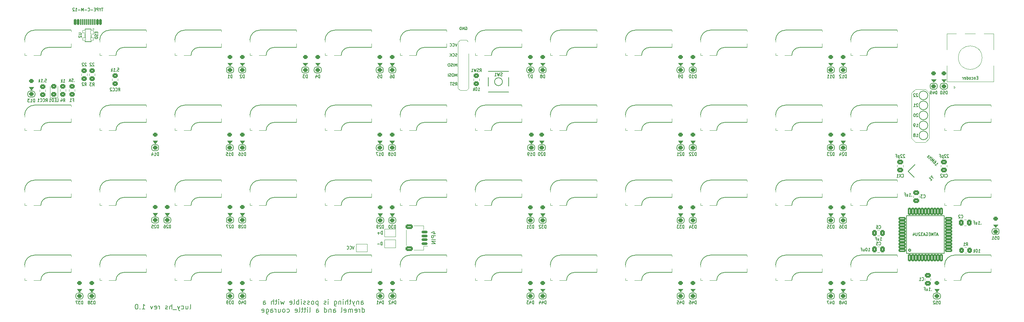
<source format=gbo>
G04 #@! TF.GenerationSoftware,KiCad,Pcbnew,(6.0.1-0)*
G04 #@! TF.CreationDate,2022-04-19T22:52:07-05:00*
G04 #@! TF.ProjectId,pcb,7063622e-6b69-4636-9164-5f7063625858,rev?*
G04 #@! TF.SameCoordinates,Original*
G04 #@! TF.FileFunction,Legend,Bot*
G04 #@! TF.FilePolarity,Positive*
%FSLAX46Y46*%
G04 Gerber Fmt 4.6, Leading zero omitted, Abs format (unit mm)*
G04 Created by KiCad (PCBNEW (6.0.1-0)) date 2022-04-19 22:52:07*
%MOMM*%
%LPD*%
G01*
G04 APERTURE LIST*
G04 Aperture macros list*
%AMRoundRect*
0 Rectangle with rounded corners*
0 $1 Rounding radius*
0 $2 $3 $4 $5 $6 $7 $8 $9 X,Y pos of 4 corners*
0 Add a 4 corners polygon primitive as box body*
4,1,4,$2,$3,$4,$5,$6,$7,$8,$9,$2,$3,0*
0 Add four circle primitives for the rounded corners*
1,1,$1+$1,$2,$3*
1,1,$1+$1,$4,$5*
1,1,$1+$1,$6,$7*
1,1,$1+$1,$8,$9*
0 Add four rect primitives between the rounded corners*
20,1,$1+$1,$2,$3,$4,$5,0*
20,1,$1+$1,$4,$5,$6,$7,0*
20,1,$1+$1,$6,$7,$8,$9,0*
20,1,$1+$1,$8,$9,$2,$3,0*%
%AMRotRect*
0 Rectangle, with rotation*
0 The origin of the aperture is its center*
0 $1 length*
0 $2 width*
0 $3 Rotation angle, in degrees counterclockwise*
0 Add horizontal line*
21,1,$1,$2,0,0,$3*%
G04 Aperture macros list end*
%ADD10C,0.100000*%
%ADD11C,0.150000*%
%ADD12C,0.200000*%
%ADD13C,0.127000*%
%ADD14C,0.120000*%
%ADD15C,0.203200*%
%ADD16C,0.254000*%
%ADD17C,3.000000*%
%ADD18C,1.750000*%
%ADD19C,3.987800*%
%ADD20R,2.550000X2.500000*%
%ADD21R,2.000000X2.000000*%
%ADD22C,2.000000*%
%ADD23R,2.000000X3.200000*%
%ADD24C,3.800000*%
%ADD25RoundRect,0.250000X-0.475000X0.337500X-0.475000X-0.337500X0.475000X-0.337500X0.475000X0.337500X0*%
%ADD26RoundRect,0.250000X0.350000X-0.250000X0.350000X0.250000X-0.350000X0.250000X-0.350000X-0.250000X0*%
%ADD27O,1.700000X1.700000*%
%ADD28R,1.700000X1.700000*%
%ADD29R,1.800000X1.100000*%
%ADD30RoundRect,0.200000X-0.750000X-0.250000X0.750000X-0.250000X0.750000X0.250000X-0.750000X0.250000X0*%
%ADD31RoundRect,0.200000X-0.250000X-0.750000X0.250000X-0.750000X0.250000X0.750000X-0.250000X0.750000X0*%
%ADD32RoundRect,0.250000X0.475000X-0.337500X0.475000X0.337500X-0.475000X0.337500X-0.475000X-0.337500X0*%
%ADD33RotRect,2.100000X1.800000X45.000000*%
%ADD34RoundRect,0.249999X0.450001X-0.325001X0.450001X0.325001X-0.450001X0.325001X-0.450001X-0.325001X0*%
%ADD35C,0.650000*%
%ADD36RoundRect,0.150000X-0.150000X-0.575000X0.150000X-0.575000X0.150000X0.575000X-0.150000X0.575000X0*%
%ADD37RoundRect,0.075000X-0.075000X-0.650000X0.075000X-0.650000X0.075000X0.650000X-0.075000X0.650000X0*%
%ADD38O,1.300000X2.400000*%
%ADD39O,1.300000X1.900000*%
%ADD40RoundRect,0.249999X-0.450001X0.325001X-0.450001X-0.325001X0.450001X-0.325001X0.450001X0.325001X0*%
%ADD41RoundRect,0.250000X-0.337500X-0.475000X0.337500X-0.475000X0.337500X0.475000X-0.337500X0.475000X0*%
%ADD42RoundRect,0.250000X0.337500X0.475000X-0.337500X0.475000X-0.337500X-0.475000X0.337500X-0.475000X0*%
%ADD43RoundRect,0.249999X0.325001X0.450001X-0.325001X0.450001X-0.325001X-0.450001X0.325001X-0.450001X0*%
%ADD44RoundRect,0.050000X-0.350000X0.500000X-0.350000X-0.500000X0.350000X-0.500000X0.350000X0.500000X0*%
%ADD45RoundRect,0.050000X-0.350000X0.300000X-0.350000X-0.300000X0.350000X-0.300000X0.350000X0.300000X0*%
%ADD46C,1.700000*%
%ADD47R,1.000000X1.500000*%
%ADD48RoundRect,0.150000X0.625000X-0.150000X0.625000X0.150000X-0.625000X0.150000X-0.625000X-0.150000X0*%
%ADD49RoundRect,0.250000X0.650000X-0.350000X0.650000X0.350000X-0.650000X0.350000X-0.650000X-0.350000X0*%
G04 APERTURE END LIST*
D10*
X305390225Y-73693950D02*
X306390225Y-74693950D01*
X309890225Y-62193950D02*
X308890225Y-61193950D01*
X306390225Y-74693950D02*
X308890225Y-74693950D01*
X305390225Y-62193950D02*
X305390225Y-73693950D01*
X309890225Y-73693950D02*
X309890225Y-62193950D01*
X305390225Y-62193950D02*
X306390225Y-61193950D01*
X309890225Y-73693950D02*
X308890225Y-74693950D01*
X308890225Y-61193950D02*
X306390225Y-61193950D01*
D11*
X311321062Y-80336598D02*
X311603905Y-80619441D01*
X311462484Y-80478019D02*
X312028169Y-79912334D01*
X311994497Y-80040286D01*
X311987763Y-80141302D01*
X312007966Y-80215380D01*
X311462484Y-79346648D02*
X311556764Y-79440929D01*
X311576968Y-79515007D01*
X311573600Y-79565515D01*
X311539929Y-79693467D01*
X311455749Y-79824787D01*
X311240250Y-80040286D01*
X311162805Y-80070591D01*
X311112297Y-80073958D01*
X311038220Y-80053755D01*
X310943939Y-79959474D01*
X310923736Y-79885396D01*
X310927103Y-79834889D01*
X310957407Y-79757444D01*
X311092094Y-79622757D01*
X311169539Y-79592452D01*
X311220047Y-79589085D01*
X311294125Y-79609288D01*
X311388406Y-79703569D01*
X311408609Y-79777647D01*
X311405242Y-79828154D01*
X311374937Y-79905599D01*
X310637526Y-79653061D02*
X311203211Y-79087376D01*
X310634158Y-79326445D01*
X310873228Y-78757393D01*
X310307542Y-79323078D01*
X310071840Y-79087376D02*
X310637526Y-78521690D01*
X310368152Y-78791064D02*
X310085309Y-78508222D01*
X309788998Y-78804533D02*
X310354683Y-78238848D01*
X309977559Y-78238848D02*
X309718287Y-77979575D01*
X309600436Y-78615971D01*
X309341163Y-78356699D01*
X322196136Y-58283727D02*
X321962803Y-58283727D01*
X321862803Y-58702774D02*
X322196136Y-58702774D01*
X322196136Y-57902774D01*
X321862803Y-57902774D01*
X321562803Y-58169441D02*
X321562803Y-58702774D01*
X321562803Y-58245631D02*
X321529470Y-58207536D01*
X321462803Y-58169441D01*
X321362803Y-58169441D01*
X321296136Y-58207536D01*
X321262803Y-58283727D01*
X321262803Y-58702774D01*
X320629470Y-58664679D02*
X320696136Y-58702774D01*
X320829470Y-58702774D01*
X320896136Y-58664679D01*
X320929470Y-58626584D01*
X320962803Y-58550393D01*
X320962803Y-58321822D01*
X320929470Y-58245631D01*
X320896136Y-58207536D01*
X320829470Y-58169441D01*
X320696136Y-58169441D01*
X320629470Y-58207536D01*
X320229470Y-58702774D02*
X320296136Y-58664679D01*
X320329470Y-58626584D01*
X320362803Y-58550393D01*
X320362803Y-58321822D01*
X320329470Y-58245631D01*
X320296136Y-58207536D01*
X320229470Y-58169441D01*
X320129470Y-58169441D01*
X320062803Y-58207536D01*
X320029470Y-58245631D01*
X319996136Y-58321822D01*
X319996136Y-58550393D01*
X320029470Y-58626584D01*
X320062803Y-58664679D01*
X320129470Y-58702774D01*
X320229470Y-58702774D01*
X319396136Y-58702774D02*
X319396136Y-57902774D01*
X319396136Y-58664679D02*
X319462803Y-58702774D01*
X319596136Y-58702774D01*
X319662803Y-58664679D01*
X319696136Y-58626584D01*
X319729470Y-58550393D01*
X319729470Y-58321822D01*
X319696136Y-58245631D01*
X319662803Y-58207536D01*
X319596136Y-58169441D01*
X319462803Y-58169441D01*
X319396136Y-58207536D01*
X318796136Y-58664679D02*
X318862803Y-58702774D01*
X318996136Y-58702774D01*
X319062803Y-58664679D01*
X319096136Y-58588489D01*
X319096136Y-58283727D01*
X319062803Y-58207536D01*
X318996136Y-58169441D01*
X318862803Y-58169441D01*
X318796136Y-58207536D01*
X318762803Y-58283727D01*
X318762803Y-58359917D01*
X319096136Y-58436108D01*
X318462803Y-58702774D02*
X318462803Y-58169441D01*
X318462803Y-58321822D02*
X318429470Y-58245631D01*
X318396136Y-58207536D01*
X318329470Y-58169441D01*
X318262803Y-58169441D01*
D12*
X122298356Y-117065476D02*
X122417403Y-117005952D01*
X122476927Y-116886904D01*
X122476927Y-115815476D01*
X121286451Y-116232142D02*
X121286451Y-117065476D01*
X121822165Y-116232142D02*
X121822165Y-116886904D01*
X121762641Y-117005952D01*
X121643594Y-117065476D01*
X121465022Y-117065476D01*
X121345975Y-117005952D01*
X121286451Y-116946428D01*
X120155499Y-117005952D02*
X120274546Y-117065476D01*
X120512641Y-117065476D01*
X120631689Y-117005952D01*
X120691213Y-116946428D01*
X120750737Y-116827380D01*
X120750737Y-116470238D01*
X120691213Y-116351190D01*
X120631689Y-116291666D01*
X120512641Y-116232142D01*
X120274546Y-116232142D01*
X120155499Y-116291666D01*
X119738832Y-116232142D02*
X119441213Y-117065476D01*
X119143594Y-116232142D02*
X119441213Y-117065476D01*
X119560260Y-117363095D01*
X119619784Y-117422619D01*
X119738832Y-117482142D01*
X118965022Y-117184523D02*
X118012641Y-117184523D01*
X117715022Y-117065476D02*
X117715022Y-115815476D01*
X117179308Y-117065476D02*
X117179308Y-116410714D01*
X117238832Y-116291666D01*
X117357880Y-116232142D01*
X117536451Y-116232142D01*
X117655499Y-116291666D01*
X117715022Y-116351190D01*
X116643594Y-117005952D02*
X116524546Y-117065476D01*
X116286451Y-117065476D01*
X116167403Y-117005952D01*
X116107880Y-116886904D01*
X116107880Y-116827380D01*
X116167403Y-116708333D01*
X116286451Y-116648809D01*
X116465022Y-116648809D01*
X116584070Y-116589285D01*
X116643594Y-116470238D01*
X116643594Y-116410714D01*
X116584070Y-116291666D01*
X116465022Y-116232142D01*
X116286451Y-116232142D01*
X116167403Y-116291666D01*
X114619784Y-117065476D02*
X114619784Y-116232142D01*
X114619784Y-116470238D02*
X114560260Y-116351190D01*
X114500737Y-116291666D01*
X114381689Y-116232142D01*
X114262641Y-116232142D01*
X113369784Y-117005952D02*
X113488832Y-117065476D01*
X113726927Y-117065476D01*
X113845975Y-117005952D01*
X113905499Y-116886904D01*
X113905499Y-116410714D01*
X113845975Y-116291666D01*
X113726927Y-116232142D01*
X113488832Y-116232142D01*
X113369784Y-116291666D01*
X113310260Y-116410714D01*
X113310260Y-116529761D01*
X113905499Y-116648809D01*
X112893594Y-116232142D02*
X112595975Y-117065476D01*
X112298356Y-116232142D01*
X110215022Y-117065476D02*
X110929308Y-117065476D01*
X110572165Y-117065476D02*
X110572165Y-115815476D01*
X110691213Y-115994047D01*
X110810260Y-116113095D01*
X110929308Y-116172619D01*
X109679308Y-116946428D02*
X109619784Y-117005952D01*
X109679308Y-117065476D01*
X109738832Y-117005952D01*
X109679308Y-116946428D01*
X109679308Y-117065476D01*
X108845975Y-115815476D02*
X108726927Y-115815476D01*
X108607880Y-115875000D01*
X108548356Y-115934523D01*
X108488832Y-116053571D01*
X108429308Y-116291666D01*
X108429308Y-116589285D01*
X108488832Y-116827380D01*
X108548356Y-116946428D01*
X108607880Y-117005952D01*
X108726927Y-117065476D01*
X108845975Y-117065476D01*
X108965022Y-117005952D01*
X109024546Y-116946428D01*
X109084070Y-116827380D01*
X109143594Y-116589285D01*
X109143594Y-116291666D01*
X109084070Y-116053571D01*
X109024546Y-115934523D01*
X108965022Y-115875000D01*
X108845975Y-115815476D01*
X165733082Y-115853176D02*
X165733082Y-115198414D01*
X165792605Y-115079366D01*
X165911653Y-115019842D01*
X166149748Y-115019842D01*
X166268796Y-115079366D01*
X165733082Y-115793652D02*
X165852129Y-115853176D01*
X166149748Y-115853176D01*
X166268796Y-115793652D01*
X166328320Y-115674604D01*
X166328320Y-115555557D01*
X166268796Y-115436509D01*
X166149748Y-115376985D01*
X165852129Y-115376985D01*
X165733082Y-115317461D01*
X165137844Y-115019842D02*
X165137844Y-115853176D01*
X165137844Y-115138890D02*
X165078320Y-115079366D01*
X164959272Y-115019842D01*
X164780701Y-115019842D01*
X164661653Y-115079366D01*
X164602129Y-115198414D01*
X164602129Y-115853176D01*
X164125939Y-115019842D02*
X163828320Y-115853176D01*
X163530701Y-115019842D02*
X163828320Y-115853176D01*
X163947367Y-116150795D01*
X164006891Y-116210319D01*
X164125939Y-116269842D01*
X163233082Y-115019842D02*
X162756891Y-115019842D01*
X163054510Y-114603176D02*
X163054510Y-115674604D01*
X162994986Y-115793652D01*
X162875939Y-115853176D01*
X162756891Y-115853176D01*
X162340225Y-115853176D02*
X162340225Y-114603176D01*
X161804510Y-115853176D02*
X161804510Y-115198414D01*
X161864034Y-115079366D01*
X161983082Y-115019842D01*
X162161653Y-115019842D01*
X162280701Y-115079366D01*
X162340225Y-115138890D01*
X161209272Y-115853176D02*
X161209272Y-115019842D01*
X161209272Y-114603176D02*
X161268796Y-114662700D01*
X161209272Y-114722223D01*
X161149748Y-114662700D01*
X161209272Y-114603176D01*
X161209272Y-114722223D01*
X160614034Y-115019842D02*
X160614034Y-115853176D01*
X160614034Y-115138890D02*
X160554510Y-115079366D01*
X160435463Y-115019842D01*
X160256891Y-115019842D01*
X160137844Y-115079366D01*
X160078320Y-115198414D01*
X160078320Y-115853176D01*
X158947367Y-115019842D02*
X158947367Y-116031747D01*
X159006891Y-116150795D01*
X159066415Y-116210319D01*
X159185463Y-116269842D01*
X159364034Y-116269842D01*
X159483082Y-116210319D01*
X158947367Y-115793652D02*
X159066415Y-115853176D01*
X159304510Y-115853176D01*
X159423558Y-115793652D01*
X159483082Y-115734128D01*
X159542605Y-115615080D01*
X159542605Y-115257938D01*
X159483082Y-115138890D01*
X159423558Y-115079366D01*
X159304510Y-115019842D01*
X159066415Y-115019842D01*
X158947367Y-115079366D01*
X157399748Y-115853176D02*
X157399748Y-115019842D01*
X157399748Y-114603176D02*
X157459272Y-114662700D01*
X157399748Y-114722223D01*
X157340225Y-114662700D01*
X157399748Y-114603176D01*
X157399748Y-114722223D01*
X156864034Y-115793652D02*
X156744986Y-115853176D01*
X156506891Y-115853176D01*
X156387844Y-115793652D01*
X156328320Y-115674604D01*
X156328320Y-115615080D01*
X156387844Y-115496033D01*
X156506891Y-115436509D01*
X156685463Y-115436509D01*
X156804510Y-115376985D01*
X156864034Y-115257938D01*
X156864034Y-115198414D01*
X156804510Y-115079366D01*
X156685463Y-115019842D01*
X156506891Y-115019842D01*
X156387844Y-115079366D01*
X154840225Y-115019842D02*
X154840225Y-116269842D01*
X154840225Y-115079366D02*
X154721177Y-115019842D01*
X154483082Y-115019842D01*
X154364034Y-115079366D01*
X154304510Y-115138890D01*
X154244986Y-115257938D01*
X154244986Y-115615080D01*
X154304510Y-115734128D01*
X154364034Y-115793652D01*
X154483082Y-115853176D01*
X154721177Y-115853176D01*
X154840225Y-115793652D01*
X153530701Y-115853176D02*
X153649748Y-115793652D01*
X153709272Y-115734128D01*
X153768796Y-115615080D01*
X153768796Y-115257938D01*
X153709272Y-115138890D01*
X153649748Y-115079366D01*
X153530701Y-115019842D01*
X153352129Y-115019842D01*
X153233082Y-115079366D01*
X153173558Y-115138890D01*
X153114034Y-115257938D01*
X153114034Y-115615080D01*
X153173558Y-115734128D01*
X153233082Y-115793652D01*
X153352129Y-115853176D01*
X153530701Y-115853176D01*
X152637844Y-115793652D02*
X152518796Y-115853176D01*
X152280701Y-115853176D01*
X152161653Y-115793652D01*
X152102129Y-115674604D01*
X152102129Y-115615080D01*
X152161653Y-115496033D01*
X152280701Y-115436509D01*
X152459272Y-115436509D01*
X152578320Y-115376985D01*
X152637844Y-115257938D01*
X152637844Y-115198414D01*
X152578320Y-115079366D01*
X152459272Y-115019842D01*
X152280701Y-115019842D01*
X152161653Y-115079366D01*
X151625939Y-115793652D02*
X151506891Y-115853176D01*
X151268796Y-115853176D01*
X151149748Y-115793652D01*
X151090225Y-115674604D01*
X151090225Y-115615080D01*
X151149748Y-115496033D01*
X151268796Y-115436509D01*
X151447367Y-115436509D01*
X151566415Y-115376985D01*
X151625939Y-115257938D01*
X151625939Y-115198414D01*
X151566415Y-115079366D01*
X151447367Y-115019842D01*
X151268796Y-115019842D01*
X151149748Y-115079366D01*
X150554510Y-115853176D02*
X150554510Y-115019842D01*
X150554510Y-114603176D02*
X150614034Y-114662700D01*
X150554510Y-114722223D01*
X150494986Y-114662700D01*
X150554510Y-114603176D01*
X150554510Y-114722223D01*
X149959272Y-115853176D02*
X149959272Y-114603176D01*
X149959272Y-115079366D02*
X149840225Y-115019842D01*
X149602129Y-115019842D01*
X149483082Y-115079366D01*
X149423558Y-115138890D01*
X149364034Y-115257938D01*
X149364034Y-115615080D01*
X149423558Y-115734128D01*
X149483082Y-115793652D01*
X149602129Y-115853176D01*
X149840225Y-115853176D01*
X149959272Y-115793652D01*
X148649748Y-115853176D02*
X148768796Y-115793652D01*
X148828320Y-115674604D01*
X148828320Y-114603176D01*
X147697367Y-115793652D02*
X147816415Y-115853176D01*
X148054510Y-115853176D01*
X148173558Y-115793652D01*
X148233082Y-115674604D01*
X148233082Y-115198414D01*
X148173558Y-115079366D01*
X148054510Y-115019842D01*
X147816415Y-115019842D01*
X147697367Y-115079366D01*
X147637844Y-115198414D01*
X147637844Y-115317461D01*
X148233082Y-115436509D01*
X146268796Y-115019842D02*
X146030701Y-115853176D01*
X145792605Y-115257938D01*
X145554510Y-115853176D01*
X145316415Y-115019842D01*
X144840225Y-115853176D02*
X144840225Y-115019842D01*
X144840225Y-114603176D02*
X144899748Y-114662700D01*
X144840225Y-114722223D01*
X144780701Y-114662700D01*
X144840225Y-114603176D01*
X144840225Y-114722223D01*
X144423558Y-115019842D02*
X143947367Y-115019842D01*
X144244986Y-114603176D02*
X144244986Y-115674604D01*
X144185463Y-115793652D01*
X144066415Y-115853176D01*
X143947367Y-115853176D01*
X143530701Y-115853176D02*
X143530701Y-114603176D01*
X142994986Y-115853176D02*
X142994986Y-115198414D01*
X143054510Y-115079366D01*
X143173558Y-115019842D01*
X143352129Y-115019842D01*
X143471177Y-115079366D01*
X143530701Y-115138890D01*
X140911653Y-115853176D02*
X140911653Y-115198414D01*
X140971177Y-115079366D01*
X141090225Y-115019842D01*
X141328320Y-115019842D01*
X141447367Y-115079366D01*
X140911653Y-115793652D02*
X141030701Y-115853176D01*
X141328320Y-115853176D01*
X141447367Y-115793652D01*
X141506891Y-115674604D01*
X141506891Y-115555557D01*
X141447367Y-115436509D01*
X141328320Y-115376985D01*
X141030701Y-115376985D01*
X140911653Y-115317461D01*
X166030701Y-117865676D02*
X166030701Y-116615676D01*
X166030701Y-117806152D02*
X166149748Y-117865676D01*
X166387844Y-117865676D01*
X166506891Y-117806152D01*
X166566415Y-117746628D01*
X166625939Y-117627580D01*
X166625939Y-117270438D01*
X166566415Y-117151390D01*
X166506891Y-117091866D01*
X166387844Y-117032342D01*
X166149748Y-117032342D01*
X166030701Y-117091866D01*
X165435463Y-117865676D02*
X165435463Y-117032342D01*
X165435463Y-117270438D02*
X165375939Y-117151390D01*
X165316415Y-117091866D01*
X165197367Y-117032342D01*
X165078320Y-117032342D01*
X164185463Y-117806152D02*
X164304510Y-117865676D01*
X164542605Y-117865676D01*
X164661653Y-117806152D01*
X164721177Y-117687104D01*
X164721177Y-117210914D01*
X164661653Y-117091866D01*
X164542605Y-117032342D01*
X164304510Y-117032342D01*
X164185463Y-117091866D01*
X164125939Y-117210914D01*
X164125939Y-117329961D01*
X164721177Y-117449009D01*
X163590225Y-117865676D02*
X163590225Y-117032342D01*
X163590225Y-117151390D02*
X163530701Y-117091866D01*
X163411653Y-117032342D01*
X163233082Y-117032342D01*
X163114034Y-117091866D01*
X163054510Y-117210914D01*
X163054510Y-117865676D01*
X163054510Y-117210914D02*
X162994986Y-117091866D01*
X162875939Y-117032342D01*
X162697367Y-117032342D01*
X162578320Y-117091866D01*
X162518796Y-117210914D01*
X162518796Y-117865676D01*
X161447367Y-117806152D02*
X161566415Y-117865676D01*
X161804510Y-117865676D01*
X161923558Y-117806152D01*
X161983082Y-117687104D01*
X161983082Y-117210914D01*
X161923558Y-117091866D01*
X161804510Y-117032342D01*
X161566415Y-117032342D01*
X161447367Y-117091866D01*
X161387844Y-117210914D01*
X161387844Y-117329961D01*
X161983082Y-117449009D01*
X160673558Y-117865676D02*
X160792605Y-117806152D01*
X160852129Y-117687104D01*
X160852129Y-116615676D01*
X158709272Y-117865676D02*
X158709272Y-117210914D01*
X158768796Y-117091866D01*
X158887844Y-117032342D01*
X159125939Y-117032342D01*
X159244986Y-117091866D01*
X158709272Y-117806152D02*
X158828320Y-117865676D01*
X159125939Y-117865676D01*
X159244986Y-117806152D01*
X159304510Y-117687104D01*
X159304510Y-117568057D01*
X159244986Y-117449009D01*
X159125939Y-117389485D01*
X158828320Y-117389485D01*
X158709272Y-117329961D01*
X158114034Y-117032342D02*
X158114034Y-117865676D01*
X158114034Y-117151390D02*
X158054510Y-117091866D01*
X157935463Y-117032342D01*
X157756891Y-117032342D01*
X157637844Y-117091866D01*
X157578320Y-117210914D01*
X157578320Y-117865676D01*
X156447367Y-117865676D02*
X156447367Y-116615676D01*
X156447367Y-117806152D02*
X156566415Y-117865676D01*
X156804510Y-117865676D01*
X156923558Y-117806152D01*
X156983082Y-117746628D01*
X157042605Y-117627580D01*
X157042605Y-117270438D01*
X156983082Y-117151390D01*
X156923558Y-117091866D01*
X156804510Y-117032342D01*
X156566415Y-117032342D01*
X156447367Y-117091866D01*
X154364034Y-117865676D02*
X154364034Y-117210914D01*
X154423558Y-117091866D01*
X154542605Y-117032342D01*
X154780701Y-117032342D01*
X154899748Y-117091866D01*
X154364034Y-117806152D02*
X154483082Y-117865676D01*
X154780701Y-117865676D01*
X154899748Y-117806152D01*
X154959272Y-117687104D01*
X154959272Y-117568057D01*
X154899748Y-117449009D01*
X154780701Y-117389485D01*
X154483082Y-117389485D01*
X154364034Y-117329961D01*
X152637844Y-117865676D02*
X152756891Y-117806152D01*
X152816415Y-117687104D01*
X152816415Y-116615676D01*
X152161653Y-117865676D02*
X152161653Y-117032342D01*
X152161653Y-116615676D02*
X152221177Y-116675200D01*
X152161653Y-116734723D01*
X152102129Y-116675200D01*
X152161653Y-116615676D01*
X152161653Y-116734723D01*
X151744986Y-117032342D02*
X151268796Y-117032342D01*
X151566415Y-116615676D02*
X151566415Y-117687104D01*
X151506891Y-117806152D01*
X151387844Y-117865676D01*
X151268796Y-117865676D01*
X151030701Y-117032342D02*
X150554510Y-117032342D01*
X150852129Y-116615676D02*
X150852129Y-117687104D01*
X150792605Y-117806152D01*
X150673558Y-117865676D01*
X150554510Y-117865676D01*
X149959272Y-117865676D02*
X150078320Y-117806152D01*
X150137844Y-117687104D01*
X150137844Y-116615676D01*
X149006891Y-117806152D02*
X149125939Y-117865676D01*
X149364034Y-117865676D01*
X149483082Y-117806152D01*
X149542605Y-117687104D01*
X149542605Y-117210914D01*
X149483082Y-117091866D01*
X149364034Y-117032342D01*
X149125939Y-117032342D01*
X149006891Y-117091866D01*
X148947367Y-117210914D01*
X148947367Y-117329961D01*
X149542605Y-117449009D01*
X146923558Y-117806152D02*
X147042605Y-117865676D01*
X147280701Y-117865676D01*
X147399748Y-117806152D01*
X147459272Y-117746628D01*
X147518796Y-117627580D01*
X147518796Y-117270438D01*
X147459272Y-117151390D01*
X147399748Y-117091866D01*
X147280701Y-117032342D01*
X147042605Y-117032342D01*
X146923558Y-117091866D01*
X146209272Y-117865676D02*
X146328320Y-117806152D01*
X146387844Y-117746628D01*
X146447367Y-117627580D01*
X146447367Y-117270438D01*
X146387844Y-117151390D01*
X146328320Y-117091866D01*
X146209272Y-117032342D01*
X146030701Y-117032342D01*
X145911653Y-117091866D01*
X145852129Y-117151390D01*
X145792605Y-117270438D01*
X145792605Y-117627580D01*
X145852129Y-117746628D01*
X145911653Y-117806152D01*
X146030701Y-117865676D01*
X146209272Y-117865676D01*
X144721177Y-117032342D02*
X144721177Y-117865676D01*
X145256891Y-117032342D02*
X145256891Y-117687104D01*
X145197367Y-117806152D01*
X145078320Y-117865676D01*
X144899748Y-117865676D01*
X144780701Y-117806152D01*
X144721177Y-117746628D01*
X144125939Y-117865676D02*
X144125939Y-117032342D01*
X144125939Y-117270438D02*
X144066415Y-117151390D01*
X144006891Y-117091866D01*
X143887844Y-117032342D01*
X143768796Y-117032342D01*
X142816415Y-117865676D02*
X142816415Y-117210914D01*
X142875939Y-117091866D01*
X142994986Y-117032342D01*
X143233082Y-117032342D01*
X143352129Y-117091866D01*
X142816415Y-117806152D02*
X142935463Y-117865676D01*
X143233082Y-117865676D01*
X143352129Y-117806152D01*
X143411653Y-117687104D01*
X143411653Y-117568057D01*
X143352129Y-117449009D01*
X143233082Y-117389485D01*
X142935463Y-117389485D01*
X142816415Y-117329961D01*
X141685463Y-117032342D02*
X141685463Y-118044247D01*
X141744986Y-118163295D01*
X141804510Y-118222819D01*
X141923558Y-118282342D01*
X142102129Y-118282342D01*
X142221177Y-118222819D01*
X141685463Y-117806152D02*
X141804510Y-117865676D01*
X142042605Y-117865676D01*
X142161653Y-117806152D01*
X142221177Y-117746628D01*
X142280701Y-117627580D01*
X142280701Y-117270438D01*
X142221177Y-117151390D01*
X142161653Y-117091866D01*
X142042605Y-117032342D01*
X141804510Y-117032342D01*
X141685463Y-117091866D01*
X140614034Y-117806152D02*
X140733082Y-117865676D01*
X140971177Y-117865676D01*
X141090225Y-117806152D01*
X141149748Y-117687104D01*
X141149748Y-117210914D01*
X141090225Y-117091866D01*
X140971177Y-117032342D01*
X140733082Y-117032342D01*
X140614034Y-117091866D01*
X140554510Y-117210914D01*
X140554510Y-117329961D01*
X141149748Y-117449009D01*
D11*
X171156891Y-98055854D02*
X171156891Y-97255854D01*
X170990225Y-97255854D01*
X170890225Y-97293950D01*
X170823558Y-97370140D01*
X170790225Y-97446330D01*
X170756891Y-97598711D01*
X170756891Y-97712997D01*
X170790225Y-97865378D01*
X170823558Y-97941569D01*
X170890225Y-98017759D01*
X170990225Y-98055854D01*
X171156891Y-98055854D01*
X170456891Y-97751092D02*
X169923558Y-97751092D01*
X170190225Y-98055854D02*
X170190225Y-97446330D01*
X171106891Y-100805854D02*
X171106891Y-100005854D01*
X170940225Y-100005854D01*
X170840225Y-100043950D01*
X170773558Y-100120140D01*
X170740225Y-100196330D01*
X170706891Y-100348711D01*
X170706891Y-100462997D01*
X170740225Y-100615378D01*
X170773558Y-100691569D01*
X170840225Y-100767759D01*
X170940225Y-100805854D01*
X171106891Y-100805854D01*
X170406891Y-100501092D02*
X169873558Y-100501092D01*
X163973558Y-101055854D02*
X163740225Y-101855854D01*
X163506891Y-101055854D01*
X162873558Y-101779664D02*
X162906891Y-101817759D01*
X163006891Y-101855854D01*
X163073558Y-101855854D01*
X163173558Y-101817759D01*
X163240225Y-101741569D01*
X163273558Y-101665378D01*
X163306891Y-101512997D01*
X163306891Y-101398711D01*
X163273558Y-101246330D01*
X163240225Y-101170140D01*
X163173558Y-101093950D01*
X163073558Y-101055854D01*
X163006891Y-101055854D01*
X162906891Y-101093950D01*
X162873558Y-101132045D01*
X162173558Y-101779664D02*
X162206891Y-101817759D01*
X162306891Y-101855854D01*
X162373558Y-101855854D01*
X162473558Y-101817759D01*
X162540225Y-101741569D01*
X162573558Y-101665378D01*
X162606891Y-101512997D01*
X162606891Y-101398711D01*
X162573558Y-101246330D01*
X162540225Y-101170140D01*
X162473558Y-101093950D01*
X162373558Y-101055854D01*
X162306891Y-101055854D01*
X162206891Y-101093950D01*
X162173558Y-101132045D01*
X308006491Y-109717364D02*
X308039825Y-109755459D01*
X308139825Y-109793554D01*
X308206491Y-109793554D01*
X308306491Y-109755459D01*
X308373158Y-109679269D01*
X308406491Y-109603078D01*
X308439825Y-109450697D01*
X308439825Y-109336411D01*
X308406491Y-109184030D01*
X308373158Y-109107840D01*
X308306491Y-109031650D01*
X308206491Y-108993554D01*
X308139825Y-108993554D01*
X308039825Y-109031650D01*
X308006491Y-109069745D01*
X307339825Y-109793554D02*
X307739825Y-109793554D01*
X307539825Y-109793554D02*
X307539825Y-108993554D01*
X307606491Y-109107840D01*
X307673158Y-109184030D01*
X307739825Y-109222126D01*
X310440225Y-112279664D02*
X310406891Y-112317759D01*
X310440225Y-112355854D01*
X310473558Y-112317759D01*
X310440225Y-112279664D01*
X310440225Y-112355854D01*
X309740225Y-112355854D02*
X310140225Y-112355854D01*
X309940225Y-112355854D02*
X309940225Y-111555854D01*
X310006891Y-111670140D01*
X310073558Y-111746330D01*
X310140225Y-111784426D01*
X309140225Y-111822521D02*
X309140225Y-112355854D01*
X309440225Y-111822521D02*
X309440225Y-112241569D01*
X309406891Y-112317759D01*
X309340225Y-112355854D01*
X309240225Y-112355854D01*
X309173558Y-112317759D01*
X309140225Y-112279664D01*
X308573558Y-111936807D02*
X308806891Y-111936807D01*
X308806891Y-112355854D02*
X308806891Y-111555854D01*
X308473558Y-111555854D01*
X117440225Y-96457854D02*
X117440225Y-95657854D01*
X117273558Y-95657854D01*
X117173558Y-95695950D01*
X117106891Y-95772140D01*
X117073558Y-95848330D01*
X117040225Y-96000711D01*
X117040225Y-96114997D01*
X117073558Y-96267378D01*
X117106891Y-96343569D01*
X117173558Y-96419759D01*
X117273558Y-96457854D01*
X117440225Y-96457854D01*
X116773558Y-95734045D02*
X116740225Y-95695950D01*
X116673558Y-95657854D01*
X116506891Y-95657854D01*
X116440225Y-95695950D01*
X116406891Y-95734045D01*
X116373558Y-95810235D01*
X116373558Y-95886426D01*
X116406891Y-96000711D01*
X116806891Y-96457854D01*
X116373558Y-96457854D01*
X115773558Y-95657854D02*
X115906891Y-95657854D01*
X115973558Y-95695950D01*
X116006891Y-95734045D01*
X116073558Y-95848330D01*
X116106891Y-96000711D01*
X116106891Y-96305473D01*
X116073558Y-96381664D01*
X116040225Y-96419759D01*
X115973558Y-96457854D01*
X115840225Y-96457854D01*
X115773558Y-96419759D01*
X115740225Y-96381664D01*
X115706891Y-96305473D01*
X115706891Y-96114997D01*
X115740225Y-96038807D01*
X115773558Y-96000711D01*
X115840225Y-95962616D01*
X115973558Y-95962616D01*
X116040225Y-96000711D01*
X116073558Y-96038807D01*
X116106891Y-96114997D01*
X209740225Y-78057854D02*
X209740225Y-77257854D01*
X209573558Y-77257854D01*
X209473558Y-77295950D01*
X209406891Y-77372140D01*
X209373558Y-77448330D01*
X209340225Y-77600711D01*
X209340225Y-77714997D01*
X209373558Y-77867378D01*
X209406891Y-77943569D01*
X209473558Y-78019759D01*
X209573558Y-78057854D01*
X209740225Y-78057854D01*
X208673558Y-78057854D02*
X209073558Y-78057854D01*
X208873558Y-78057854D02*
X208873558Y-77257854D01*
X208940225Y-77372140D01*
X209006891Y-77448330D01*
X209073558Y-77486426D01*
X208340225Y-78057854D02*
X208206891Y-78057854D01*
X208140225Y-78019759D01*
X208106891Y-77981664D01*
X208040225Y-77867378D01*
X208006891Y-77714997D01*
X208006891Y-77410235D01*
X208040225Y-77334045D01*
X208073558Y-77295950D01*
X208140225Y-77257854D01*
X208273558Y-77257854D01*
X208340225Y-77295950D01*
X208373558Y-77334045D01*
X208406891Y-77410235D01*
X208406891Y-77600711D01*
X208373558Y-77676902D01*
X208340225Y-77714997D01*
X208273558Y-77753092D01*
X208140225Y-77753092D01*
X208073558Y-77714997D01*
X208040225Y-77676902D01*
X208006891Y-77600711D01*
X171340225Y-78057854D02*
X171340225Y-77257854D01*
X171173558Y-77257854D01*
X171073558Y-77295950D01*
X171006891Y-77372140D01*
X170973558Y-77448330D01*
X170940225Y-77600711D01*
X170940225Y-77714997D01*
X170973558Y-77867378D01*
X171006891Y-77943569D01*
X171073558Y-78019759D01*
X171173558Y-78057854D01*
X171340225Y-78057854D01*
X170273558Y-78057854D02*
X170673558Y-78057854D01*
X170473558Y-78057854D02*
X170473558Y-77257854D01*
X170540225Y-77372140D01*
X170606891Y-77448330D01*
X170673558Y-77486426D01*
X170040225Y-77257854D02*
X169573558Y-77257854D01*
X169873558Y-78057854D01*
X136431415Y-78057854D02*
X136431415Y-77257854D01*
X136264748Y-77257854D01*
X136164748Y-77295950D01*
X136098081Y-77372140D01*
X136064748Y-77448330D01*
X136031415Y-77600711D01*
X136031415Y-77714997D01*
X136064748Y-77867378D01*
X136098081Y-77943569D01*
X136164748Y-78019759D01*
X136264748Y-78057854D01*
X136431415Y-78057854D01*
X135364748Y-78057854D02*
X135764748Y-78057854D01*
X135564748Y-78057854D02*
X135564748Y-77257854D01*
X135631415Y-77372140D01*
X135698081Y-77448330D01*
X135764748Y-77486426D01*
X134764748Y-77257854D02*
X134898081Y-77257854D01*
X134964748Y-77295950D01*
X134998081Y-77334045D01*
X135064748Y-77448330D01*
X135098081Y-77600711D01*
X135098081Y-77905473D01*
X135064748Y-77981664D01*
X135031415Y-78019759D01*
X134964748Y-78057854D01*
X134831415Y-78057854D01*
X134764748Y-78019759D01*
X134731415Y-77981664D01*
X134698081Y-77905473D01*
X134698081Y-77714997D01*
X134731415Y-77638807D01*
X134764748Y-77600711D01*
X134831415Y-77562616D01*
X134964748Y-77562616D01*
X135031415Y-77600711D01*
X135064748Y-77638807D01*
X135098081Y-77714997D01*
X114340225Y-78057854D02*
X114340225Y-77257854D01*
X114173558Y-77257854D01*
X114073558Y-77295950D01*
X114006891Y-77372140D01*
X113973558Y-77448330D01*
X113940225Y-77600711D01*
X113940225Y-77714997D01*
X113973558Y-77867378D01*
X114006891Y-77943569D01*
X114073558Y-78019759D01*
X114173558Y-78057854D01*
X114340225Y-78057854D01*
X113273558Y-78057854D02*
X113673558Y-78057854D01*
X113473558Y-78057854D02*
X113473558Y-77257854D01*
X113540225Y-77372140D01*
X113606891Y-77448330D01*
X113673558Y-77486426D01*
X112673558Y-77524521D02*
X112673558Y-78057854D01*
X112840225Y-77219759D02*
X113006891Y-77791188D01*
X112573558Y-77791188D01*
X285740625Y-58320154D02*
X285740625Y-57520154D01*
X285573958Y-57520154D01*
X285473958Y-57558250D01*
X285407291Y-57634440D01*
X285373958Y-57710630D01*
X285340625Y-57863011D01*
X285340625Y-57977297D01*
X285373958Y-58129678D01*
X285407291Y-58205869D01*
X285473958Y-58282059D01*
X285573958Y-58320154D01*
X285740625Y-58320154D01*
X284673958Y-58320154D02*
X285073958Y-58320154D01*
X284873958Y-58320154D02*
X284873958Y-57520154D01*
X284940625Y-57634440D01*
X285007291Y-57710630D01*
X285073958Y-57748726D01*
X284007291Y-58320154D02*
X284407291Y-58320154D01*
X284207291Y-58320154D02*
X284207291Y-57520154D01*
X284273958Y-57634440D01*
X284340625Y-57710630D01*
X284407291Y-57748726D01*
X250731415Y-58320154D02*
X250731415Y-57520154D01*
X250564748Y-57520154D01*
X250464748Y-57558250D01*
X250398081Y-57634440D01*
X250364748Y-57710630D01*
X250331415Y-57863011D01*
X250331415Y-57977297D01*
X250364748Y-58129678D01*
X250398081Y-58205869D01*
X250464748Y-58282059D01*
X250564748Y-58320154D01*
X250731415Y-58320154D01*
X249664748Y-58320154D02*
X250064748Y-58320154D01*
X249864748Y-58320154D02*
X249864748Y-57520154D01*
X249931415Y-57634440D01*
X249998081Y-57710630D01*
X250064748Y-57748726D01*
X249231415Y-57520154D02*
X249164748Y-57520154D01*
X249098081Y-57558250D01*
X249064748Y-57596345D01*
X249031415Y-57672535D01*
X248998081Y-57824916D01*
X248998081Y-58015392D01*
X249031415Y-58167773D01*
X249064748Y-58243964D01*
X249098081Y-58282059D01*
X249164748Y-58320154D01*
X249231415Y-58320154D01*
X249298081Y-58282059D01*
X249331415Y-58243964D01*
X249364748Y-58167773D01*
X249398081Y-58015392D01*
X249398081Y-57824916D01*
X249364748Y-57672535D01*
X249331415Y-57596345D01*
X249298081Y-57558250D01*
X249231415Y-57520154D01*
X212298081Y-58320154D02*
X212298081Y-57520154D01*
X212131415Y-57520154D01*
X212031415Y-57558250D01*
X211964748Y-57634440D01*
X211931415Y-57710630D01*
X211898081Y-57863011D01*
X211898081Y-57977297D01*
X211931415Y-58129678D01*
X211964748Y-58205869D01*
X212031415Y-58282059D01*
X212131415Y-58320154D01*
X212298081Y-58320154D01*
X211498081Y-57863011D02*
X211564748Y-57824916D01*
X211598081Y-57786821D01*
X211631415Y-57710630D01*
X211631415Y-57672535D01*
X211598081Y-57596345D01*
X211564748Y-57558250D01*
X211498081Y-57520154D01*
X211364748Y-57520154D01*
X211298081Y-57558250D01*
X211264748Y-57596345D01*
X211231415Y-57672535D01*
X211231415Y-57710630D01*
X211264748Y-57786821D01*
X211298081Y-57824916D01*
X211364748Y-57863011D01*
X211498081Y-57863011D01*
X211564748Y-57901107D01*
X211598081Y-57939202D01*
X211631415Y-58015392D01*
X211631415Y-58167773D01*
X211598081Y-58243964D01*
X211564748Y-58282059D01*
X211498081Y-58320154D01*
X211364748Y-58320154D01*
X211298081Y-58282059D01*
X211264748Y-58243964D01*
X211231415Y-58167773D01*
X211231415Y-58015392D01*
X211264748Y-57939202D01*
X211298081Y-57901107D01*
X211364748Y-57863011D01*
X209198081Y-58320154D02*
X209198081Y-57520154D01*
X209031415Y-57520154D01*
X208931415Y-57558250D01*
X208864748Y-57634440D01*
X208831415Y-57710630D01*
X208798081Y-57863011D01*
X208798081Y-57977297D01*
X208831415Y-58129678D01*
X208864748Y-58205869D01*
X208931415Y-58282059D01*
X209031415Y-58320154D01*
X209198081Y-58320154D01*
X208564748Y-57520154D02*
X208098081Y-57520154D01*
X208398081Y-58320154D01*
X174168455Y-58347281D02*
X174168455Y-57547281D01*
X174001789Y-57547281D01*
X173901789Y-57585377D01*
X173835122Y-57661567D01*
X173801789Y-57737757D01*
X173768455Y-57890138D01*
X173768455Y-58004424D01*
X173801789Y-58156805D01*
X173835122Y-58232996D01*
X173901789Y-58309186D01*
X174001789Y-58347281D01*
X174168455Y-58347281D01*
X173168455Y-57547281D02*
X173301789Y-57547281D01*
X173368455Y-57585377D01*
X173401789Y-57623472D01*
X173468455Y-57737757D01*
X173501789Y-57890138D01*
X173501789Y-58194900D01*
X173468455Y-58271091D01*
X173435122Y-58309186D01*
X173368455Y-58347281D01*
X173235122Y-58347281D01*
X173168455Y-58309186D01*
X173135122Y-58271091D01*
X173101789Y-58194900D01*
X173101789Y-58004424D01*
X173135122Y-57928234D01*
X173168455Y-57890138D01*
X173235122Y-57852043D01*
X173368455Y-57852043D01*
X173435122Y-57890138D01*
X173468455Y-57928234D01*
X173501789Y-58004424D01*
X170993455Y-58347281D02*
X170993455Y-57547281D01*
X170826789Y-57547281D01*
X170726789Y-57585377D01*
X170660122Y-57661567D01*
X170626789Y-57737757D01*
X170593455Y-57890138D01*
X170593455Y-58004424D01*
X170626789Y-58156805D01*
X170660122Y-58232996D01*
X170726789Y-58309186D01*
X170826789Y-58347281D01*
X170993455Y-58347281D01*
X169960122Y-57547281D02*
X170293455Y-57547281D01*
X170326789Y-57928234D01*
X170293455Y-57890138D01*
X170226789Y-57852043D01*
X170060122Y-57852043D01*
X169993455Y-57890138D01*
X169960122Y-57928234D01*
X169926789Y-58004424D01*
X169926789Y-58194900D01*
X169960122Y-58271091D01*
X169993455Y-58309186D01*
X170060122Y-58347281D01*
X170226789Y-58347281D01*
X170293455Y-58309186D01*
X170326789Y-58271091D01*
X155268455Y-58320154D02*
X155268455Y-57520154D01*
X155101789Y-57520154D01*
X155001789Y-57558250D01*
X154935122Y-57634440D01*
X154901789Y-57710630D01*
X154868455Y-57863011D01*
X154868455Y-57977297D01*
X154901789Y-58129678D01*
X154935122Y-58205869D01*
X155001789Y-58282059D01*
X155101789Y-58320154D01*
X155268455Y-58320154D01*
X154268455Y-57786821D02*
X154268455Y-58320154D01*
X154435122Y-57482059D02*
X154601789Y-58053488D01*
X154168455Y-58053488D01*
X288840625Y-115763904D02*
X288840625Y-114963904D01*
X288673958Y-114963904D01*
X288573958Y-115002000D01*
X288507291Y-115078190D01*
X288473958Y-115154380D01*
X288440625Y-115306761D01*
X288440625Y-115421047D01*
X288473958Y-115573428D01*
X288507291Y-115649619D01*
X288573958Y-115725809D01*
X288673958Y-115763904D01*
X288840625Y-115763904D01*
X287840625Y-115230571D02*
X287840625Y-115763904D01*
X288007291Y-114925809D02*
X288173958Y-115497238D01*
X287740625Y-115497238D01*
X287373958Y-115306761D02*
X287440625Y-115268666D01*
X287473958Y-115230571D01*
X287507291Y-115154380D01*
X287507291Y-115116285D01*
X287473958Y-115040095D01*
X287440625Y-115002000D01*
X287373958Y-114963904D01*
X287240625Y-114963904D01*
X287173958Y-115002000D01*
X287140625Y-115040095D01*
X287107291Y-115116285D01*
X287107291Y-115154380D01*
X287140625Y-115230571D01*
X287173958Y-115268666D01*
X287240625Y-115306761D01*
X287373958Y-115306761D01*
X287440625Y-115344857D01*
X287473958Y-115382952D01*
X287507291Y-115459142D01*
X287507291Y-115611523D01*
X287473958Y-115687714D01*
X287440625Y-115725809D01*
X287373958Y-115763904D01*
X287240625Y-115763904D01*
X287173958Y-115725809D01*
X287140625Y-115687714D01*
X287107291Y-115611523D01*
X287107291Y-115459142D01*
X287140625Y-115382952D01*
X287173958Y-115344857D01*
X287240625Y-115306761D01*
X285740625Y-115763904D02*
X285740625Y-114963904D01*
X285573958Y-114963904D01*
X285473958Y-115002000D01*
X285407291Y-115078190D01*
X285373958Y-115154380D01*
X285340625Y-115306761D01*
X285340625Y-115421047D01*
X285373958Y-115573428D01*
X285407291Y-115649619D01*
X285473958Y-115725809D01*
X285573958Y-115763904D01*
X285740625Y-115763904D01*
X284740625Y-115230571D02*
X284740625Y-115763904D01*
X284907291Y-114925809D02*
X285073958Y-115497238D01*
X284640625Y-115497238D01*
X284440625Y-114963904D02*
X283973958Y-114963904D01*
X284273958Y-115763904D01*
X250740625Y-115727027D02*
X250740625Y-114927027D01*
X250573958Y-114927027D01*
X250473958Y-114965123D01*
X250407291Y-115041313D01*
X250373958Y-115117503D01*
X250340625Y-115269884D01*
X250340625Y-115384170D01*
X250373958Y-115536551D01*
X250407291Y-115612742D01*
X250473958Y-115688932D01*
X250573958Y-115727027D01*
X250740625Y-115727027D01*
X249740625Y-115193694D02*
X249740625Y-115727027D01*
X249907291Y-114888932D02*
X250073958Y-115460361D01*
X249640625Y-115460361D01*
X249073958Y-114927027D02*
X249207291Y-114927027D01*
X249273958Y-114965123D01*
X249307291Y-115003218D01*
X249373958Y-115117503D01*
X249407291Y-115269884D01*
X249407291Y-115574646D01*
X249373958Y-115650837D01*
X249340625Y-115688932D01*
X249273958Y-115727027D01*
X249140625Y-115727027D01*
X249073958Y-115688932D01*
X249040625Y-115650837D01*
X249007291Y-115574646D01*
X249007291Y-115384170D01*
X249040625Y-115307980D01*
X249073958Y-115269884D01*
X249140625Y-115231789D01*
X249273958Y-115231789D01*
X249340625Y-115269884D01*
X249373958Y-115307980D01*
X249407291Y-115384170D01*
X247640625Y-115720154D02*
X247640625Y-114920154D01*
X247473958Y-114920154D01*
X247373958Y-114958250D01*
X247307291Y-115034440D01*
X247273958Y-115110630D01*
X247240625Y-115263011D01*
X247240625Y-115377297D01*
X247273958Y-115529678D01*
X247307291Y-115605869D01*
X247373958Y-115682059D01*
X247473958Y-115720154D01*
X247640625Y-115720154D01*
X246640625Y-115186821D02*
X246640625Y-115720154D01*
X246807291Y-114882059D02*
X246973958Y-115453488D01*
X246540625Y-115453488D01*
X245940625Y-114920154D02*
X246273958Y-114920154D01*
X246307291Y-115301107D01*
X246273958Y-115263011D01*
X246207291Y-115224916D01*
X246040625Y-115224916D01*
X245973958Y-115263011D01*
X245940625Y-115301107D01*
X245907291Y-115377297D01*
X245907291Y-115567773D01*
X245940625Y-115643964D01*
X245973958Y-115682059D01*
X246040625Y-115720154D01*
X246207291Y-115720154D01*
X246273958Y-115682059D01*
X246307291Y-115643964D01*
X212633999Y-115720154D02*
X212633999Y-114920154D01*
X212467332Y-114920154D01*
X212367332Y-114958250D01*
X212300665Y-115034440D01*
X212267332Y-115110630D01*
X212233999Y-115263011D01*
X212233999Y-115377297D01*
X212267332Y-115529678D01*
X212300665Y-115605869D01*
X212367332Y-115682059D01*
X212467332Y-115720154D01*
X212633999Y-115720154D01*
X211633999Y-115186821D02*
X211633999Y-115720154D01*
X211800665Y-114882059D02*
X211967332Y-115453488D01*
X211533999Y-115453488D01*
X210967332Y-115186821D02*
X210967332Y-115720154D01*
X211133999Y-114882059D02*
X211300665Y-115453488D01*
X210867332Y-115453488D01*
X209550000Y-115720154D02*
X209550000Y-114920154D01*
X209383333Y-114920154D01*
X209283333Y-114958250D01*
X209216666Y-115034440D01*
X209183333Y-115110630D01*
X209150000Y-115263011D01*
X209150000Y-115377297D01*
X209183333Y-115529678D01*
X209216666Y-115605869D01*
X209283333Y-115682059D01*
X209383333Y-115720154D01*
X209550000Y-115720154D01*
X208550000Y-115186821D02*
X208550000Y-115720154D01*
X208716666Y-114882059D02*
X208883333Y-115453488D01*
X208450000Y-115453488D01*
X208250000Y-114920154D02*
X207816666Y-114920154D01*
X208050000Y-115224916D01*
X207950000Y-115224916D01*
X207883333Y-115263011D01*
X207850000Y-115301107D01*
X207816666Y-115377297D01*
X207816666Y-115567773D01*
X207850000Y-115643964D01*
X207883333Y-115682059D01*
X207950000Y-115720154D01*
X208150000Y-115720154D01*
X208216666Y-115682059D01*
X208250000Y-115643964D01*
X212640625Y-96520154D02*
X212640625Y-95720154D01*
X212473958Y-95720154D01*
X212373958Y-95758250D01*
X212307291Y-95834440D01*
X212273958Y-95910630D01*
X212240625Y-96063011D01*
X212240625Y-96177297D01*
X212273958Y-96329678D01*
X212307291Y-96405869D01*
X212373958Y-96482059D01*
X212473958Y-96520154D01*
X212640625Y-96520154D01*
X212007291Y-95720154D02*
X211573958Y-95720154D01*
X211807291Y-96024916D01*
X211707291Y-96024916D01*
X211640625Y-96063011D01*
X211607291Y-96101107D01*
X211573958Y-96177297D01*
X211573958Y-96367773D01*
X211607291Y-96443964D01*
X211640625Y-96482059D01*
X211707291Y-96520154D01*
X211907291Y-96520154D01*
X211973958Y-96482059D01*
X212007291Y-96443964D01*
X211307291Y-95796345D02*
X211273958Y-95758250D01*
X211207291Y-95720154D01*
X211040625Y-95720154D01*
X210973958Y-95758250D01*
X210940625Y-95796345D01*
X210907291Y-95872535D01*
X210907291Y-95948726D01*
X210940625Y-96063011D01*
X211340625Y-96520154D01*
X210907291Y-96520154D01*
X285740625Y-78057854D02*
X285740625Y-77257854D01*
X285573958Y-77257854D01*
X285473958Y-77295950D01*
X285407291Y-77372140D01*
X285373958Y-77448330D01*
X285340625Y-77600711D01*
X285340625Y-77714997D01*
X285373958Y-77867378D01*
X285407291Y-77943569D01*
X285473958Y-78019759D01*
X285573958Y-78057854D01*
X285740625Y-78057854D01*
X285073958Y-77334045D02*
X285040625Y-77295950D01*
X284973958Y-77257854D01*
X284807291Y-77257854D01*
X284740625Y-77295950D01*
X284707291Y-77334045D01*
X284673958Y-77410235D01*
X284673958Y-77486426D01*
X284707291Y-77600711D01*
X285107291Y-78057854D01*
X284673958Y-78057854D01*
X284440625Y-77257854D02*
X284007291Y-77257854D01*
X284240625Y-77562616D01*
X284140625Y-77562616D01*
X284073958Y-77600711D01*
X284040625Y-77638807D01*
X284007291Y-77714997D01*
X284007291Y-77905473D01*
X284040625Y-77981664D01*
X284073958Y-78019759D01*
X284140625Y-78057854D01*
X284340625Y-78057854D01*
X284407291Y-78019759D01*
X284440625Y-77981664D01*
X209540625Y-96520154D02*
X209540625Y-95720154D01*
X209373958Y-95720154D01*
X209273958Y-95758250D01*
X209207291Y-95834440D01*
X209173958Y-95910630D01*
X209140625Y-96063011D01*
X209140625Y-96177297D01*
X209173958Y-96329678D01*
X209207291Y-96405869D01*
X209273958Y-96482059D01*
X209373958Y-96520154D01*
X209540625Y-96520154D01*
X208907291Y-95720154D02*
X208473958Y-95720154D01*
X208707291Y-96024916D01*
X208607291Y-96024916D01*
X208540625Y-96063011D01*
X208507291Y-96101107D01*
X208473958Y-96177297D01*
X208473958Y-96367773D01*
X208507291Y-96443964D01*
X208540625Y-96482059D01*
X208607291Y-96520154D01*
X208807291Y-96520154D01*
X208873958Y-96482059D01*
X208907291Y-96443964D01*
X207807291Y-96520154D02*
X208207291Y-96520154D01*
X208007291Y-96520154D02*
X208007291Y-95720154D01*
X208073958Y-95834440D01*
X208140625Y-95910630D01*
X208207291Y-95948726D01*
X171435999Y-96520154D02*
X171435999Y-95720154D01*
X171269332Y-95720154D01*
X171169332Y-95758250D01*
X171102665Y-95834440D01*
X171069332Y-95910630D01*
X171035999Y-96063011D01*
X171035999Y-96177297D01*
X171069332Y-96329678D01*
X171102665Y-96405869D01*
X171169332Y-96482059D01*
X171269332Y-96520154D01*
X171435999Y-96520154D01*
X170769332Y-95796345D02*
X170735999Y-95758250D01*
X170669332Y-95720154D01*
X170502665Y-95720154D01*
X170435999Y-95758250D01*
X170402665Y-95796345D01*
X170369332Y-95872535D01*
X170369332Y-95948726D01*
X170402665Y-96063011D01*
X170802665Y-96520154D01*
X170369332Y-96520154D01*
X170035999Y-96520154D02*
X169902665Y-96520154D01*
X169835999Y-96482059D01*
X169802665Y-96443964D01*
X169735999Y-96329678D01*
X169702665Y-96177297D01*
X169702665Y-95872535D01*
X169735999Y-95796345D01*
X169769332Y-95758250D01*
X169835999Y-95720154D01*
X169969332Y-95720154D01*
X170035999Y-95758250D01*
X170069332Y-95796345D01*
X170102665Y-95872535D01*
X170102665Y-96063011D01*
X170069332Y-96139202D01*
X170035999Y-96177297D01*
X169969332Y-96215392D01*
X169835999Y-96215392D01*
X169769332Y-96177297D01*
X169735999Y-96139202D01*
X169702665Y-96063011D01*
X133340225Y-96457854D02*
X133340225Y-95657854D01*
X133173558Y-95657854D01*
X133073558Y-95695950D01*
X133006891Y-95772140D01*
X132973558Y-95848330D01*
X132940225Y-96000711D01*
X132940225Y-96114997D01*
X132973558Y-96267378D01*
X133006891Y-96343569D01*
X133073558Y-96419759D01*
X133173558Y-96457854D01*
X133340225Y-96457854D01*
X132673558Y-95734045D02*
X132640225Y-95695950D01*
X132573558Y-95657854D01*
X132406891Y-95657854D01*
X132340225Y-95695950D01*
X132306891Y-95734045D01*
X132273558Y-95810235D01*
X132273558Y-95886426D01*
X132306891Y-96000711D01*
X132706891Y-96457854D01*
X132273558Y-96457854D01*
X132040225Y-95657854D02*
X131573558Y-95657854D01*
X131873558Y-96457854D01*
X288840625Y-78057854D02*
X288840625Y-77257854D01*
X288673958Y-77257854D01*
X288573958Y-77295950D01*
X288507291Y-77372140D01*
X288473958Y-77448330D01*
X288440625Y-77600711D01*
X288440625Y-77714997D01*
X288473958Y-77867378D01*
X288507291Y-77943569D01*
X288573958Y-78019759D01*
X288673958Y-78057854D01*
X288840625Y-78057854D01*
X288173958Y-77334045D02*
X288140625Y-77295950D01*
X288073958Y-77257854D01*
X287907291Y-77257854D01*
X287840625Y-77295950D01*
X287807291Y-77334045D01*
X287773958Y-77410235D01*
X287773958Y-77486426D01*
X287807291Y-77600711D01*
X288207291Y-78057854D01*
X287773958Y-78057854D01*
X287173958Y-77524521D02*
X287173958Y-78057854D01*
X287340625Y-77219759D02*
X287507291Y-77791188D01*
X287073958Y-77791188D01*
X285740625Y-96520154D02*
X285740625Y-95720154D01*
X285573958Y-95720154D01*
X285473958Y-95758250D01*
X285407291Y-95834440D01*
X285373958Y-95910630D01*
X285340625Y-96063011D01*
X285340625Y-96177297D01*
X285373958Y-96329678D01*
X285407291Y-96405869D01*
X285473958Y-96482059D01*
X285573958Y-96520154D01*
X285740625Y-96520154D01*
X285107291Y-95720154D02*
X284673958Y-95720154D01*
X284907291Y-96024916D01*
X284807291Y-96024916D01*
X284740625Y-96063011D01*
X284707291Y-96101107D01*
X284673958Y-96177297D01*
X284673958Y-96367773D01*
X284707291Y-96443964D01*
X284740625Y-96482059D01*
X284807291Y-96520154D01*
X285007291Y-96520154D01*
X285073958Y-96482059D01*
X285107291Y-96443964D01*
X284040625Y-95720154D02*
X284373958Y-95720154D01*
X284407291Y-96101107D01*
X284373958Y-96063011D01*
X284307291Y-96024916D01*
X284140625Y-96024916D01*
X284073958Y-96063011D01*
X284040625Y-96101107D01*
X284007291Y-96177297D01*
X284007291Y-96367773D01*
X284040625Y-96443964D01*
X284073958Y-96482059D01*
X284140625Y-96520154D01*
X284307291Y-96520154D01*
X284373958Y-96482059D01*
X284407291Y-96443964D01*
X250740625Y-96520154D02*
X250740625Y-95720154D01*
X250573958Y-95720154D01*
X250473958Y-95758250D01*
X250407291Y-95834440D01*
X250373958Y-95910630D01*
X250340625Y-96063011D01*
X250340625Y-96177297D01*
X250373958Y-96329678D01*
X250407291Y-96405869D01*
X250473958Y-96482059D01*
X250573958Y-96520154D01*
X250740625Y-96520154D01*
X250107291Y-95720154D02*
X249673958Y-95720154D01*
X249907291Y-96024916D01*
X249807291Y-96024916D01*
X249740625Y-96063011D01*
X249707291Y-96101107D01*
X249673958Y-96177297D01*
X249673958Y-96367773D01*
X249707291Y-96443964D01*
X249740625Y-96482059D01*
X249807291Y-96520154D01*
X250007291Y-96520154D01*
X250073958Y-96482059D01*
X250107291Y-96443964D01*
X249073958Y-95986821D02*
X249073958Y-96520154D01*
X249240625Y-95682059D02*
X249407291Y-96253488D01*
X248973958Y-96253488D01*
X247640625Y-96520154D02*
X247640625Y-95720154D01*
X247473958Y-95720154D01*
X247373958Y-95758250D01*
X247307291Y-95834440D01*
X247273958Y-95910630D01*
X247240625Y-96063011D01*
X247240625Y-96177297D01*
X247273958Y-96329678D01*
X247307291Y-96405869D01*
X247373958Y-96482059D01*
X247473958Y-96520154D01*
X247640625Y-96520154D01*
X247007291Y-95720154D02*
X246573958Y-95720154D01*
X246807291Y-96024916D01*
X246707291Y-96024916D01*
X246640625Y-96063011D01*
X246607291Y-96101107D01*
X246573958Y-96177297D01*
X246573958Y-96367773D01*
X246607291Y-96443964D01*
X246640625Y-96482059D01*
X246707291Y-96520154D01*
X246907291Y-96520154D01*
X246973958Y-96482059D01*
X247007291Y-96443964D01*
X246340625Y-95720154D02*
X245907291Y-95720154D01*
X246140625Y-96024916D01*
X246040625Y-96024916D01*
X245973958Y-96063011D01*
X245940625Y-96101107D01*
X245907291Y-96177297D01*
X245907291Y-96367773D01*
X245940625Y-96443964D01*
X245973958Y-96482059D01*
X246040625Y-96520154D01*
X246240625Y-96520154D01*
X246307291Y-96482059D01*
X246340625Y-96443964D01*
X174540625Y-115720154D02*
X174540625Y-114920154D01*
X174373958Y-114920154D01*
X174273958Y-114958250D01*
X174207291Y-115034440D01*
X174173958Y-115110630D01*
X174140625Y-115263011D01*
X174140625Y-115377297D01*
X174173958Y-115529678D01*
X174207291Y-115605869D01*
X174273958Y-115682059D01*
X174373958Y-115720154D01*
X174540625Y-115720154D01*
X173540625Y-115186821D02*
X173540625Y-115720154D01*
X173707291Y-114882059D02*
X173873958Y-115453488D01*
X173440625Y-115453488D01*
X173207291Y-114996345D02*
X173173958Y-114958250D01*
X173107291Y-114920154D01*
X172940625Y-114920154D01*
X172873958Y-114958250D01*
X172840625Y-114996345D01*
X172807291Y-115072535D01*
X172807291Y-115148726D01*
X172840625Y-115263011D01*
X173240625Y-115720154D01*
X172807291Y-115720154D01*
X152093455Y-58320154D02*
X152093455Y-57520154D01*
X151926789Y-57520154D01*
X151826789Y-57558250D01*
X151760122Y-57634440D01*
X151726789Y-57710630D01*
X151693455Y-57863011D01*
X151693455Y-57977297D01*
X151726789Y-58129678D01*
X151760122Y-58205869D01*
X151826789Y-58282059D01*
X151926789Y-58320154D01*
X152093455Y-58320154D01*
X151460122Y-57520154D02*
X151026789Y-57520154D01*
X151260122Y-57824916D01*
X151160122Y-57824916D01*
X151093455Y-57863011D01*
X151060122Y-57901107D01*
X151026789Y-57977297D01*
X151026789Y-58167773D01*
X151060122Y-58243964D01*
X151093455Y-58282059D01*
X151160122Y-58320154D01*
X151360122Y-58320154D01*
X151426789Y-58282059D01*
X151460122Y-58243964D01*
X212440225Y-78057854D02*
X212440225Y-77257854D01*
X212273558Y-77257854D01*
X212173558Y-77295950D01*
X212106891Y-77372140D01*
X212073558Y-77448330D01*
X212040225Y-77600711D01*
X212040225Y-77714997D01*
X212073558Y-77867378D01*
X212106891Y-77943569D01*
X212173558Y-78019759D01*
X212273558Y-78057854D01*
X212440225Y-78057854D01*
X211773558Y-77334045D02*
X211740225Y-77295950D01*
X211673558Y-77257854D01*
X211506891Y-77257854D01*
X211440225Y-77295950D01*
X211406891Y-77334045D01*
X211373558Y-77410235D01*
X211373558Y-77486426D01*
X211406891Y-77600711D01*
X211806891Y-78057854D01*
X211373558Y-78057854D01*
X210940225Y-77257854D02*
X210873558Y-77257854D01*
X210806891Y-77295950D01*
X210773558Y-77334045D01*
X210740225Y-77410235D01*
X210706891Y-77562616D01*
X210706891Y-77753092D01*
X210740225Y-77905473D01*
X210773558Y-77981664D01*
X210806891Y-78019759D01*
X210873558Y-78057854D01*
X210940225Y-78057854D01*
X211006891Y-78019759D01*
X211040225Y-77981664D01*
X211073558Y-77905473D01*
X211106891Y-77753092D01*
X211106891Y-77562616D01*
X211073558Y-77410235D01*
X211040225Y-77334045D01*
X211006891Y-77295950D01*
X210940225Y-77257854D01*
X190040225Y-57960616D02*
X190040225Y-57260616D01*
X189806891Y-57760616D01*
X189573558Y-57260616D01*
X189573558Y-57960616D01*
X189106891Y-57260616D02*
X188973558Y-57260616D01*
X188906891Y-57293950D01*
X188840225Y-57360616D01*
X188806891Y-57493950D01*
X188806891Y-57727283D01*
X188840225Y-57860616D01*
X188906891Y-57927283D01*
X188973558Y-57960616D01*
X189106891Y-57960616D01*
X189173558Y-57927283D01*
X189240225Y-57860616D01*
X189273558Y-57727283D01*
X189273558Y-57493950D01*
X189240225Y-57360616D01*
X189173558Y-57293950D01*
X189106891Y-57260616D01*
X188540225Y-57927283D02*
X188440225Y-57960616D01*
X188273558Y-57960616D01*
X188206891Y-57927283D01*
X188173558Y-57893950D01*
X188140225Y-57827283D01*
X188140225Y-57760616D01*
X188173558Y-57693950D01*
X188206891Y-57660616D01*
X188273558Y-57627283D01*
X188406891Y-57593950D01*
X188473558Y-57560616D01*
X188506891Y-57527283D01*
X188540225Y-57460616D01*
X188540225Y-57393950D01*
X188506891Y-57327283D01*
X188473558Y-57293950D01*
X188406891Y-57260616D01*
X188240225Y-57260616D01*
X188140225Y-57293950D01*
X187840225Y-57960616D02*
X187840225Y-57260616D01*
X192223558Y-45443950D02*
X192290225Y-45410616D01*
X192390225Y-45410616D01*
X192490225Y-45443950D01*
X192556891Y-45510616D01*
X192590225Y-45577283D01*
X192623558Y-45710616D01*
X192623558Y-45810616D01*
X192590225Y-45943950D01*
X192556891Y-46010616D01*
X192490225Y-46077283D01*
X192390225Y-46110616D01*
X192323558Y-46110616D01*
X192223558Y-46077283D01*
X192190225Y-46043950D01*
X192190225Y-45810616D01*
X192323558Y-45810616D01*
X191890225Y-46110616D02*
X191890225Y-45410616D01*
X191490225Y-46110616D01*
X191490225Y-45410616D01*
X191156891Y-46110616D02*
X191156891Y-45410616D01*
X190990225Y-45410616D01*
X190890225Y-45443950D01*
X190823558Y-45510616D01*
X190790225Y-45577283D01*
X190756891Y-45710616D01*
X190756891Y-45810616D01*
X190790225Y-45943950D01*
X190823558Y-46010616D01*
X190890225Y-46077283D01*
X190990225Y-46110616D01*
X191156891Y-46110616D01*
X190073558Y-49600616D02*
X189840225Y-50300616D01*
X189606891Y-49600616D01*
X188973558Y-50233950D02*
X189006891Y-50267283D01*
X189106891Y-50300616D01*
X189173558Y-50300616D01*
X189273558Y-50267283D01*
X189340225Y-50200616D01*
X189373558Y-50133950D01*
X189406891Y-50000616D01*
X189406891Y-49900616D01*
X189373558Y-49767283D01*
X189340225Y-49700616D01*
X189273558Y-49633950D01*
X189173558Y-49600616D01*
X189106891Y-49600616D01*
X189006891Y-49633950D01*
X188973558Y-49667283D01*
X188273558Y-50233950D02*
X188306891Y-50267283D01*
X188406891Y-50300616D01*
X188473558Y-50300616D01*
X188573558Y-50267283D01*
X188640225Y-50200616D01*
X188673558Y-50133950D01*
X188706891Y-50000616D01*
X188706891Y-49900616D01*
X188673558Y-49767283D01*
X188640225Y-49700616D01*
X188573558Y-49633950D01*
X188473558Y-49600616D01*
X188406891Y-49600616D01*
X188306891Y-49633950D01*
X188273558Y-49667283D01*
X190090225Y-52807283D02*
X189990225Y-52840616D01*
X189823558Y-52840616D01*
X189756891Y-52807283D01*
X189723558Y-52773950D01*
X189690225Y-52707283D01*
X189690225Y-52640616D01*
X189723558Y-52573950D01*
X189756891Y-52540616D01*
X189823558Y-52507283D01*
X189956891Y-52473950D01*
X190023558Y-52440616D01*
X190056891Y-52407283D01*
X190090225Y-52340616D01*
X190090225Y-52273950D01*
X190056891Y-52207283D01*
X190023558Y-52173950D01*
X189956891Y-52140616D01*
X189790225Y-52140616D01*
X189690225Y-52173950D01*
X188990225Y-52773950D02*
X189023558Y-52807283D01*
X189123558Y-52840616D01*
X189190225Y-52840616D01*
X189290225Y-52807283D01*
X189356891Y-52740616D01*
X189390225Y-52673950D01*
X189423558Y-52540616D01*
X189423558Y-52440616D01*
X189390225Y-52307283D01*
X189356891Y-52240616D01*
X189290225Y-52173950D01*
X189190225Y-52140616D01*
X189123558Y-52140616D01*
X189023558Y-52173950D01*
X188990225Y-52207283D01*
X188690225Y-52840616D02*
X188690225Y-52140616D01*
X188290225Y-52840616D02*
X188590225Y-52440616D01*
X188290225Y-52140616D02*
X188690225Y-52540616D01*
X190040225Y-55378112D02*
X190040225Y-54678112D01*
X189806891Y-55178112D01*
X189573558Y-54678112D01*
X189573558Y-55378112D01*
X189240225Y-55378112D02*
X189240225Y-54678112D01*
X188940225Y-55344779D02*
X188840225Y-55378112D01*
X188673558Y-55378112D01*
X188606891Y-55344779D01*
X188573558Y-55311446D01*
X188540225Y-55244779D01*
X188540225Y-55178112D01*
X188573558Y-55111446D01*
X188606891Y-55078112D01*
X188673558Y-55044779D01*
X188806891Y-55011446D01*
X188873558Y-54978112D01*
X188906891Y-54944779D01*
X188940225Y-54878112D01*
X188940225Y-54811446D01*
X188906891Y-54744779D01*
X188873558Y-54711446D01*
X188806891Y-54678112D01*
X188640225Y-54678112D01*
X188540225Y-54711446D01*
X188106891Y-54678112D02*
X187973558Y-54678112D01*
X187906891Y-54711446D01*
X187840225Y-54778112D01*
X187806891Y-54911446D01*
X187806891Y-55144779D01*
X187840225Y-55278112D01*
X187906891Y-55344779D01*
X187973558Y-55378112D01*
X188106891Y-55378112D01*
X188173558Y-55344779D01*
X188240225Y-55278112D01*
X188273558Y-55144779D01*
X188273558Y-54911446D01*
X188240225Y-54778112D01*
X188173558Y-54711446D01*
X188106891Y-54678112D01*
X189623558Y-60178112D02*
X189856891Y-59844779D01*
X190023558Y-60178112D02*
X190023558Y-59478112D01*
X189756891Y-59478112D01*
X189690225Y-59511446D01*
X189656891Y-59544779D01*
X189623558Y-59611446D01*
X189623558Y-59711446D01*
X189656891Y-59778112D01*
X189690225Y-59811446D01*
X189756891Y-59844779D01*
X190023558Y-59844779D01*
X189356891Y-60144779D02*
X189256891Y-60178112D01*
X189090225Y-60178112D01*
X189023558Y-60144779D01*
X188990225Y-60111446D01*
X188956891Y-60044779D01*
X188956891Y-59978112D01*
X188990225Y-59911446D01*
X189023558Y-59878112D01*
X189090225Y-59844779D01*
X189223558Y-59811446D01*
X189290225Y-59778112D01*
X189323558Y-59744779D01*
X189356891Y-59678112D01*
X189356891Y-59611446D01*
X189323558Y-59544779D01*
X189290225Y-59511446D01*
X189223558Y-59478112D01*
X189056891Y-59478112D01*
X188956891Y-59511446D01*
X188756891Y-59478112D02*
X188356891Y-59478112D01*
X188556891Y-60178112D02*
X188556891Y-59478112D01*
X288840625Y-58320154D02*
X288840625Y-57520154D01*
X288673958Y-57520154D01*
X288573958Y-57558250D01*
X288507291Y-57634440D01*
X288473958Y-57710630D01*
X288440625Y-57863011D01*
X288440625Y-57977297D01*
X288473958Y-58129678D01*
X288507291Y-58205869D01*
X288573958Y-58282059D01*
X288673958Y-58320154D01*
X288840625Y-58320154D01*
X287773958Y-58320154D02*
X288173958Y-58320154D01*
X287973958Y-58320154D02*
X287973958Y-57520154D01*
X288040625Y-57634440D01*
X288107291Y-57710630D01*
X288173958Y-57748726D01*
X287507291Y-57596345D02*
X287473958Y-57558250D01*
X287407291Y-57520154D01*
X287240625Y-57520154D01*
X287173958Y-57558250D01*
X287140625Y-57596345D01*
X287107291Y-57672535D01*
X287107291Y-57748726D01*
X287140625Y-57863011D01*
X287540625Y-58320154D01*
X287107291Y-58320154D01*
X312640625Y-115763904D02*
X312640625Y-114963904D01*
X312473958Y-114963904D01*
X312373958Y-115002000D01*
X312307291Y-115078190D01*
X312273958Y-115154380D01*
X312240625Y-115306761D01*
X312240625Y-115421047D01*
X312273958Y-115573428D01*
X312307291Y-115649619D01*
X312373958Y-115725809D01*
X312473958Y-115763904D01*
X312640625Y-115763904D01*
X311607291Y-114963904D02*
X311940625Y-114963904D01*
X311973958Y-115344857D01*
X311940625Y-115306761D01*
X311873958Y-115268666D01*
X311707291Y-115268666D01*
X311640625Y-115306761D01*
X311607291Y-115344857D01*
X311573958Y-115421047D01*
X311573958Y-115611523D01*
X311607291Y-115687714D01*
X311640625Y-115725809D01*
X311707291Y-115763904D01*
X311873958Y-115763904D01*
X311940625Y-115725809D01*
X311973958Y-115687714D01*
X311307291Y-115040095D02*
X311273958Y-115002000D01*
X311207291Y-114963904D01*
X311040625Y-114963904D01*
X310973958Y-115002000D01*
X310940625Y-115040095D01*
X310907291Y-115116285D01*
X310907291Y-115192476D01*
X310940625Y-115306761D01*
X311340625Y-115763904D01*
X310907291Y-115763904D01*
X314440225Y-62457854D02*
X314440225Y-61657854D01*
X314273558Y-61657854D01*
X314173558Y-61695950D01*
X314106891Y-61772140D01*
X314073558Y-61848330D01*
X314040225Y-62000711D01*
X314040225Y-62114997D01*
X314073558Y-62267378D01*
X314106891Y-62343569D01*
X314173558Y-62419759D01*
X314273558Y-62457854D01*
X314440225Y-62457854D01*
X313406891Y-61657854D02*
X313740225Y-61657854D01*
X313773558Y-62038807D01*
X313740225Y-62000711D01*
X313673558Y-61962616D01*
X313506891Y-61962616D01*
X313440225Y-62000711D01*
X313406891Y-62038807D01*
X313373558Y-62114997D01*
X313373558Y-62305473D01*
X313406891Y-62381664D01*
X313440225Y-62419759D01*
X313506891Y-62457854D01*
X313673558Y-62457854D01*
X313740225Y-62419759D01*
X313773558Y-62381664D01*
X312940225Y-61657854D02*
X312873558Y-61657854D01*
X312806891Y-61695950D01*
X312773558Y-61734045D01*
X312740225Y-61810235D01*
X312706891Y-61962616D01*
X312706891Y-62153092D01*
X312740225Y-62305473D01*
X312773558Y-62381664D01*
X312806891Y-62419759D01*
X312873558Y-62457854D01*
X312940225Y-62457854D01*
X313006891Y-62419759D01*
X313040225Y-62381664D01*
X313073558Y-62305473D01*
X313106891Y-62153092D01*
X313106891Y-61962616D01*
X313073558Y-61810235D01*
X313040225Y-61734045D01*
X313006891Y-61695950D01*
X312940225Y-61657854D01*
X327540225Y-99357854D02*
X327540225Y-98557854D01*
X327373558Y-98557854D01*
X327273558Y-98595950D01*
X327206891Y-98672140D01*
X327173558Y-98748330D01*
X327140225Y-98900711D01*
X327140225Y-99014997D01*
X327173558Y-99167378D01*
X327206891Y-99243569D01*
X327273558Y-99319759D01*
X327373558Y-99357854D01*
X327540225Y-99357854D01*
X326506891Y-98557854D02*
X326840225Y-98557854D01*
X326873558Y-98938807D01*
X326840225Y-98900711D01*
X326773558Y-98862616D01*
X326606891Y-98862616D01*
X326540225Y-98900711D01*
X326506891Y-98938807D01*
X326473558Y-99014997D01*
X326473558Y-99205473D01*
X326506891Y-99281664D01*
X326540225Y-99319759D01*
X326606891Y-99357854D01*
X326773558Y-99357854D01*
X326840225Y-99319759D01*
X326873558Y-99281664D01*
X325806891Y-99357854D02*
X326206891Y-99357854D01*
X326006891Y-99357854D02*
X326006891Y-98557854D01*
X326073558Y-98672140D01*
X326140225Y-98748330D01*
X326206891Y-98786426D01*
X201523558Y-57780263D02*
X201423558Y-57818358D01*
X201256891Y-57818358D01*
X201190225Y-57780263D01*
X201156891Y-57742168D01*
X201123558Y-57665977D01*
X201123558Y-57589787D01*
X201156891Y-57513596D01*
X201190225Y-57475501D01*
X201256891Y-57437406D01*
X201390225Y-57399311D01*
X201456891Y-57361215D01*
X201490225Y-57323120D01*
X201523558Y-57246930D01*
X201523558Y-57170739D01*
X201490225Y-57094549D01*
X201456891Y-57056454D01*
X201390225Y-57018358D01*
X201223558Y-57018358D01*
X201123558Y-57056454D01*
X200890225Y-57018358D02*
X200723558Y-57818358D01*
X200590225Y-57246930D01*
X200456891Y-57818358D01*
X200290225Y-57018358D01*
X199656891Y-57818358D02*
X200056891Y-57818358D01*
X199856891Y-57818358D02*
X199856891Y-57018358D01*
X199923558Y-57132644D01*
X199990225Y-57208834D01*
X200056891Y-57246930D01*
X312056891Y-98206783D02*
X311723558Y-98206783D01*
X312123558Y-98435354D02*
X311890225Y-97635354D01*
X311656891Y-98435354D01*
X311523558Y-97635354D02*
X311123558Y-97635354D01*
X311323558Y-98435354D02*
X311323558Y-97635354D01*
X310890225Y-98435354D02*
X310890225Y-97635354D01*
X310656891Y-98206783D01*
X310423558Y-97635354D01*
X310423558Y-98435354D01*
X310090225Y-98016307D02*
X309856891Y-98016307D01*
X309756891Y-98435354D02*
X310090225Y-98435354D01*
X310090225Y-97635354D01*
X309756891Y-97635354D01*
X309090225Y-97673450D02*
X309156891Y-97635354D01*
X309256891Y-97635354D01*
X309356891Y-97673450D01*
X309423558Y-97749640D01*
X309456891Y-97825830D01*
X309490225Y-97978211D01*
X309490225Y-98092497D01*
X309456891Y-98244878D01*
X309423558Y-98321069D01*
X309356891Y-98397259D01*
X309256891Y-98435354D01*
X309190225Y-98435354D01*
X309090225Y-98397259D01*
X309056891Y-98359164D01*
X309056891Y-98092497D01*
X309190225Y-98092497D01*
X308790225Y-98206783D02*
X308456891Y-98206783D01*
X308856891Y-98435354D02*
X308623558Y-97635354D01*
X308390225Y-98435354D01*
X308223558Y-97635354D02*
X307790225Y-97635354D01*
X308023558Y-97940116D01*
X307923558Y-97940116D01*
X307856891Y-97978211D01*
X307823558Y-98016307D01*
X307790225Y-98092497D01*
X307790225Y-98282973D01*
X307823558Y-98359164D01*
X307856891Y-98397259D01*
X307923558Y-98435354D01*
X308123558Y-98435354D01*
X308190225Y-98397259D01*
X308223558Y-98359164D01*
X307523558Y-97711545D02*
X307490225Y-97673450D01*
X307423558Y-97635354D01*
X307256891Y-97635354D01*
X307190225Y-97673450D01*
X307156891Y-97711545D01*
X307123558Y-97787735D01*
X307123558Y-97863926D01*
X307156891Y-97978211D01*
X307556891Y-98435354D01*
X307123558Y-98435354D01*
X306823558Y-97635354D02*
X306823558Y-98282973D01*
X306790225Y-98359164D01*
X306756891Y-98397259D01*
X306690225Y-98435354D01*
X306556891Y-98435354D01*
X306490225Y-98397259D01*
X306456891Y-98359164D01*
X306423558Y-98282973D01*
X306423558Y-97635354D01*
X305790225Y-97902021D02*
X305790225Y-98435354D01*
X305956891Y-97597259D02*
X306123558Y-98168688D01*
X305690225Y-98168688D01*
X308406491Y-88717364D02*
X308439825Y-88755459D01*
X308539825Y-88793554D01*
X308606491Y-88793554D01*
X308706491Y-88755459D01*
X308773158Y-88679269D01*
X308806491Y-88603078D01*
X308839825Y-88450697D01*
X308839825Y-88336411D01*
X308806491Y-88184030D01*
X308773158Y-88107840D01*
X308706491Y-88031650D01*
X308606491Y-87993554D01*
X308539825Y-87993554D01*
X308439825Y-88031650D01*
X308406491Y-88069745D01*
X308173158Y-87993554D02*
X307739825Y-87993554D01*
X307973158Y-88298316D01*
X307873158Y-88298316D01*
X307806491Y-88336411D01*
X307773158Y-88374507D01*
X307739825Y-88450697D01*
X307739825Y-88641173D01*
X307773158Y-88717364D01*
X307806491Y-88755459D01*
X307873158Y-88793554D01*
X308073158Y-88793554D01*
X308139825Y-88755459D01*
X308173158Y-88717364D01*
X305439825Y-88317364D02*
X305406491Y-88355459D01*
X305439825Y-88393554D01*
X305473158Y-88355459D01*
X305439825Y-88317364D01*
X305439825Y-88393554D01*
X304739825Y-88393554D02*
X305139825Y-88393554D01*
X304939825Y-88393554D02*
X304939825Y-87593554D01*
X305006491Y-87707840D01*
X305073158Y-87784030D01*
X305139825Y-87822126D01*
X304139825Y-87860221D02*
X304139825Y-88393554D01*
X304439825Y-87860221D02*
X304439825Y-88279269D01*
X304406491Y-88355459D01*
X304339825Y-88393554D01*
X304239825Y-88393554D01*
X304173158Y-88355459D01*
X304139825Y-88317364D01*
X303573158Y-87974507D02*
X303806491Y-87974507D01*
X303806491Y-88393554D02*
X303806491Y-87593554D01*
X303473158Y-87593554D01*
X314040225Y-83479664D02*
X314073558Y-83517759D01*
X314173558Y-83555854D01*
X314240225Y-83555854D01*
X314340225Y-83517759D01*
X314406891Y-83441569D01*
X314440225Y-83365378D01*
X314473558Y-83212997D01*
X314473558Y-83098711D01*
X314440225Y-82946330D01*
X314406891Y-82870140D01*
X314340225Y-82793950D01*
X314240225Y-82755854D01*
X314173558Y-82755854D01*
X314073558Y-82793950D01*
X314040225Y-82832045D01*
X313806891Y-82755854D02*
X313340225Y-83555854D01*
X313340225Y-82755854D02*
X313806891Y-83555854D01*
X313106891Y-82832045D02*
X313073558Y-82793950D01*
X313006891Y-82755854D01*
X312840225Y-82755854D01*
X312773558Y-82793950D01*
X312740225Y-82832045D01*
X312706891Y-82908235D01*
X312706891Y-82984426D01*
X312740225Y-83098711D01*
X313140225Y-83555854D01*
X312706891Y-83555854D01*
X314740225Y-77832045D02*
X314706891Y-77793950D01*
X314640225Y-77755854D01*
X314473558Y-77755854D01*
X314406891Y-77793950D01*
X314373558Y-77832045D01*
X314340225Y-77908235D01*
X314340225Y-77984426D01*
X314373558Y-78098711D01*
X314773558Y-78555854D01*
X314340225Y-78555854D01*
X314073558Y-77832045D02*
X314040225Y-77793950D01*
X313973558Y-77755854D01*
X313806891Y-77755854D01*
X313740225Y-77793950D01*
X313706891Y-77832045D01*
X313673558Y-77908235D01*
X313673558Y-77984426D01*
X313706891Y-78098711D01*
X314106891Y-78555854D01*
X313673558Y-78555854D01*
X313373558Y-78022521D02*
X313373558Y-78822521D01*
X313373558Y-78060616D02*
X313306891Y-78022521D01*
X313173558Y-78022521D01*
X313106891Y-78060616D01*
X313073558Y-78098711D01*
X313040225Y-78174902D01*
X313040225Y-78403473D01*
X313073558Y-78479664D01*
X313106891Y-78517759D01*
X313173558Y-78555854D01*
X313306891Y-78555854D01*
X313373558Y-78517759D01*
X312506891Y-78136807D02*
X312740225Y-78136807D01*
X312740225Y-78555854D02*
X312740225Y-77755854D01*
X312406891Y-77755854D01*
X302940225Y-83479664D02*
X302973558Y-83517759D01*
X303073558Y-83555854D01*
X303140225Y-83555854D01*
X303240225Y-83517759D01*
X303306891Y-83441569D01*
X303340225Y-83365378D01*
X303373558Y-83212997D01*
X303373558Y-83098711D01*
X303340225Y-82946330D01*
X303306891Y-82870140D01*
X303240225Y-82793950D01*
X303140225Y-82755854D01*
X303073558Y-82755854D01*
X302973558Y-82793950D01*
X302940225Y-82832045D01*
X302706891Y-82755854D02*
X302240225Y-83555854D01*
X302240225Y-82755854D02*
X302706891Y-83555854D01*
X301606891Y-83555854D02*
X302006891Y-83555854D01*
X301806891Y-83555854D02*
X301806891Y-82755854D01*
X301873558Y-82870140D01*
X301940225Y-82946330D01*
X302006891Y-82984426D01*
X303640225Y-77832045D02*
X303606891Y-77793950D01*
X303540225Y-77755854D01*
X303373558Y-77755854D01*
X303306891Y-77793950D01*
X303273558Y-77832045D01*
X303240225Y-77908235D01*
X303240225Y-77984426D01*
X303273558Y-78098711D01*
X303673558Y-78555854D01*
X303240225Y-78555854D01*
X302973558Y-77832045D02*
X302940225Y-77793950D01*
X302873558Y-77755854D01*
X302706891Y-77755854D01*
X302640225Y-77793950D01*
X302606891Y-77832045D01*
X302573558Y-77908235D01*
X302573558Y-77984426D01*
X302606891Y-78098711D01*
X303006891Y-78555854D01*
X302573558Y-78555854D01*
X302273558Y-78022521D02*
X302273558Y-78822521D01*
X302273558Y-78060616D02*
X302206891Y-78022521D01*
X302073558Y-78022521D01*
X302006891Y-78060616D01*
X301973558Y-78098711D01*
X301940225Y-78174902D01*
X301940225Y-78403473D01*
X301973558Y-78479664D01*
X302006891Y-78517759D01*
X302073558Y-78555854D01*
X302206891Y-78555854D01*
X302273558Y-78517759D01*
X301406891Y-78136807D02*
X301640225Y-78136807D01*
X301640225Y-78555854D02*
X301640225Y-77755854D01*
X301306891Y-77755854D01*
X310612458Y-83544779D02*
X310881832Y-83814153D01*
X310481138Y-83083476D02*
X310612458Y-83544779D01*
X310151155Y-83413459D01*
X310292576Y-84403408D02*
X310575419Y-84120565D01*
X310433998Y-84261987D02*
X309868312Y-83696301D01*
X309996265Y-83729973D01*
X310097280Y-83736708D01*
X310171358Y-83716504D01*
X92611558Y-63905807D02*
X92844891Y-63905807D01*
X92844891Y-64324854D02*
X92844891Y-63524854D01*
X92511558Y-63524854D01*
X91878225Y-64324854D02*
X92278225Y-64324854D01*
X92078225Y-64324854D02*
X92078225Y-63524854D01*
X92144891Y-63639140D01*
X92211558Y-63715330D01*
X92278225Y-63753426D01*
X93023558Y-59239664D02*
X92990225Y-59277759D01*
X93023558Y-59315854D01*
X93056891Y-59277759D01*
X93023558Y-59239664D01*
X93023558Y-59315854D01*
X92356891Y-58515854D02*
X92690225Y-58515854D01*
X92723558Y-58896807D01*
X92690225Y-58858711D01*
X92623558Y-58820616D01*
X92456891Y-58820616D01*
X92390225Y-58858711D01*
X92356891Y-58896807D01*
X92323558Y-58972997D01*
X92323558Y-59163473D01*
X92356891Y-59239664D01*
X92390225Y-59277759D01*
X92456891Y-59315854D01*
X92623558Y-59315854D01*
X92690225Y-59277759D01*
X92723558Y-59239664D01*
X92056891Y-59087283D02*
X91723558Y-59087283D01*
X92123558Y-59315854D02*
X91890225Y-58515854D01*
X91656891Y-59315854D01*
X100285850Y-40568354D02*
X99885850Y-40568354D01*
X100085850Y-41368354D02*
X100085850Y-40568354D01*
X99519183Y-40987402D02*
X99519183Y-41368354D01*
X99752517Y-40568354D02*
X99519183Y-40987402D01*
X99285850Y-40568354D01*
X99052517Y-41368354D02*
X99052517Y-40568354D01*
X98785850Y-40568354D01*
X98719183Y-40606450D01*
X98685850Y-40644545D01*
X98652517Y-40720735D01*
X98652517Y-40835021D01*
X98685850Y-40911211D01*
X98719183Y-40949307D01*
X98785850Y-40987402D01*
X99052517Y-40987402D01*
X98352517Y-40949307D02*
X98119183Y-40949307D01*
X98019183Y-41368354D02*
X98352517Y-41368354D01*
X98352517Y-40568354D01*
X98019183Y-40568354D01*
X97719183Y-41063592D02*
X97185850Y-41063592D01*
X96452517Y-41292164D02*
X96485850Y-41330259D01*
X96585850Y-41368354D01*
X96652517Y-41368354D01*
X96752517Y-41330259D01*
X96819183Y-41254069D01*
X96852517Y-41177878D01*
X96885850Y-41025497D01*
X96885850Y-40911211D01*
X96852517Y-40758830D01*
X96819183Y-40682640D01*
X96752517Y-40606450D01*
X96652517Y-40568354D01*
X96585850Y-40568354D01*
X96485850Y-40606450D01*
X96452517Y-40644545D01*
X96152517Y-41063592D02*
X95619183Y-41063592D01*
X95285850Y-41368354D02*
X95285850Y-40568354D01*
X95052517Y-41139783D01*
X94819183Y-40568354D01*
X94819183Y-41368354D01*
X94485850Y-41063592D02*
X93952517Y-41063592D01*
X93252517Y-41368354D02*
X93652517Y-41368354D01*
X93452517Y-41368354D02*
X93452517Y-40568354D01*
X93519183Y-40682640D01*
X93585850Y-40758830D01*
X93652517Y-40796926D01*
X92985850Y-40644545D02*
X92952517Y-40606450D01*
X92885850Y-40568354D01*
X92719183Y-40568354D01*
X92652517Y-40606450D01*
X92619183Y-40644545D01*
X92585850Y-40720735D01*
X92585850Y-40796926D01*
X92619183Y-40911211D01*
X93019183Y-41368354D01*
X92585850Y-41368354D01*
X97602292Y-60347852D02*
X97835626Y-59966900D01*
X98002292Y-60347852D02*
X98002292Y-59547852D01*
X97735626Y-59547852D01*
X97668959Y-59585948D01*
X97635626Y-59624043D01*
X97602292Y-59700233D01*
X97602292Y-59814519D01*
X97635626Y-59890709D01*
X97668959Y-59928805D01*
X97735626Y-59966900D01*
X98002292Y-59966900D01*
X97368959Y-59547852D02*
X96935626Y-59547852D01*
X97168959Y-59852614D01*
X97068959Y-59852614D01*
X97002292Y-59890709D01*
X96968959Y-59928805D01*
X96935626Y-60004995D01*
X96935626Y-60195471D01*
X96968959Y-60271662D01*
X97002292Y-60309757D01*
X97068959Y-60347852D01*
X97268959Y-60347852D01*
X97335626Y-60309757D01*
X97368959Y-60271662D01*
X98023958Y-54583043D02*
X97990625Y-54544948D01*
X97923958Y-54506852D01*
X97757291Y-54506852D01*
X97690625Y-54544948D01*
X97657291Y-54583043D01*
X97623958Y-54659233D01*
X97623958Y-54735424D01*
X97657291Y-54849709D01*
X98057291Y-55306852D01*
X97623958Y-55306852D01*
X97357291Y-54583043D02*
X97323958Y-54544948D01*
X97257291Y-54506852D01*
X97090625Y-54506852D01*
X97023958Y-54544948D01*
X96990625Y-54583043D01*
X96957291Y-54659233D01*
X96957291Y-54735424D01*
X96990625Y-54849709D01*
X97390625Y-55306852D01*
X96957291Y-55306852D01*
X85756891Y-64405854D02*
X85990225Y-64024902D01*
X86156891Y-64405854D02*
X86156891Y-63605854D01*
X85890225Y-63605854D01*
X85823558Y-63643950D01*
X85790225Y-63682045D01*
X85756891Y-63758235D01*
X85756891Y-63872521D01*
X85790225Y-63948711D01*
X85823558Y-63986807D01*
X85890225Y-64024902D01*
X86156891Y-64024902D01*
X85056891Y-64329664D02*
X85090225Y-64367759D01*
X85190225Y-64405854D01*
X85256891Y-64405854D01*
X85356891Y-64367759D01*
X85423558Y-64291569D01*
X85456891Y-64215378D01*
X85490225Y-64062997D01*
X85490225Y-63948711D01*
X85456891Y-63796330D01*
X85423558Y-63720140D01*
X85356891Y-63643950D01*
X85256891Y-63605854D01*
X85190225Y-63605854D01*
X85090225Y-63643950D01*
X85056891Y-63682045D01*
X84356891Y-64329664D02*
X84390225Y-64367759D01*
X84490225Y-64405854D01*
X84556891Y-64405854D01*
X84656891Y-64367759D01*
X84723558Y-64291569D01*
X84756891Y-64215378D01*
X84790225Y-64062997D01*
X84790225Y-63948711D01*
X84756891Y-63796330D01*
X84723558Y-63720140D01*
X84656891Y-63643950D01*
X84556891Y-63605854D01*
X84490225Y-63605854D01*
X84390225Y-63643950D01*
X84356891Y-63682045D01*
X83690225Y-64405854D02*
X84090225Y-64405854D01*
X83890225Y-64405854D02*
X83890225Y-63605854D01*
X83956891Y-63720140D01*
X84023558Y-63796330D01*
X84090225Y-63834426D01*
X85556891Y-58605854D02*
X85890225Y-58605854D01*
X85923558Y-58986807D01*
X85890225Y-58948711D01*
X85823558Y-58910616D01*
X85656891Y-58910616D01*
X85590225Y-58948711D01*
X85556891Y-58986807D01*
X85523558Y-59062997D01*
X85523558Y-59253473D01*
X85556891Y-59329664D01*
X85590225Y-59367759D01*
X85656891Y-59405854D01*
X85823558Y-59405854D01*
X85890225Y-59367759D01*
X85923558Y-59329664D01*
X85223558Y-59329664D02*
X85190225Y-59367759D01*
X85223558Y-59405854D01*
X85256891Y-59367759D01*
X85223558Y-59329664D01*
X85223558Y-59405854D01*
X84523558Y-59405854D02*
X84923558Y-59405854D01*
X84723558Y-59405854D02*
X84723558Y-58605854D01*
X84790225Y-58720140D01*
X84856891Y-58796330D01*
X84923558Y-58834426D01*
X84223558Y-59405854D02*
X84223558Y-58605854D01*
X84156891Y-59101092D02*
X83956891Y-59405854D01*
X83956891Y-58872521D02*
X84223558Y-59177283D01*
X90203891Y-64367854D02*
X90437225Y-63986902D01*
X90603891Y-64367854D02*
X90603891Y-63567854D01*
X90337225Y-63567854D01*
X90270558Y-63605950D01*
X90237225Y-63644045D01*
X90203891Y-63720235D01*
X90203891Y-63834521D01*
X90237225Y-63910711D01*
X90270558Y-63948807D01*
X90337225Y-63986902D01*
X90603891Y-63986902D01*
X89603891Y-63834521D02*
X89603891Y-64367854D01*
X89770558Y-63529759D02*
X89937225Y-64101188D01*
X89503891Y-64101188D01*
X90173558Y-59417854D02*
X90573558Y-59417854D01*
X90373558Y-59417854D02*
X90373558Y-58617854D01*
X90440225Y-58732140D01*
X90506891Y-58808330D01*
X90573558Y-58846426D01*
X89873558Y-59417854D02*
X89873558Y-58617854D01*
X89806891Y-59113092D02*
X89606891Y-59417854D01*
X89606891Y-58884521D02*
X89873558Y-59189283D01*
X88573558Y-64355854D02*
X88906891Y-64355854D01*
X88906891Y-63555854D01*
X88340225Y-63936807D02*
X88106891Y-63936807D01*
X88006891Y-64355854D02*
X88340225Y-64355854D01*
X88340225Y-63555854D01*
X88006891Y-63555854D01*
X87706891Y-64355854D02*
X87706891Y-63555854D01*
X87540225Y-63555854D01*
X87440225Y-63593950D01*
X87373558Y-63670140D01*
X87340225Y-63746330D01*
X87306891Y-63898711D01*
X87306891Y-64012997D01*
X87340225Y-64165378D01*
X87373558Y-64241569D01*
X87440225Y-64317759D01*
X87540225Y-64355854D01*
X87706891Y-64355854D01*
X86640225Y-64355854D02*
X87040225Y-64355854D01*
X86840225Y-64355854D02*
X86840225Y-63555854D01*
X86906891Y-63670140D01*
X86973558Y-63746330D01*
X87040225Y-63784426D01*
X136440625Y-115720154D02*
X136440625Y-114920154D01*
X136273958Y-114920154D01*
X136173958Y-114958250D01*
X136107291Y-115034440D01*
X136073958Y-115110630D01*
X136040625Y-115263011D01*
X136040625Y-115377297D01*
X136073958Y-115529678D01*
X136107291Y-115605869D01*
X136173958Y-115682059D01*
X136273958Y-115720154D01*
X136440625Y-115720154D01*
X135440625Y-115186821D02*
X135440625Y-115720154D01*
X135607291Y-114882059D02*
X135773958Y-115453488D01*
X135340625Y-115453488D01*
X134940625Y-114920154D02*
X134873958Y-114920154D01*
X134807291Y-114958250D01*
X134773958Y-114996345D01*
X134740625Y-115072535D01*
X134707291Y-115224916D01*
X134707291Y-115415392D01*
X134740625Y-115567773D01*
X134773958Y-115643964D01*
X134807291Y-115682059D01*
X134873958Y-115720154D01*
X134940625Y-115720154D01*
X135007291Y-115682059D01*
X135040625Y-115643964D01*
X135073958Y-115567773D01*
X135107291Y-115415392D01*
X135107291Y-115224916D01*
X135073958Y-115072535D01*
X135040625Y-114996345D01*
X135007291Y-114958250D01*
X134940625Y-114920154D01*
X133340625Y-115727027D02*
X133340625Y-114927027D01*
X133173958Y-114927027D01*
X133073958Y-114965123D01*
X133007291Y-115041313D01*
X132973958Y-115117503D01*
X132940625Y-115269884D01*
X132940625Y-115384170D01*
X132973958Y-115536551D01*
X133007291Y-115612742D01*
X133073958Y-115688932D01*
X133173958Y-115727027D01*
X133340625Y-115727027D01*
X132707291Y-114927027D02*
X132273958Y-114927027D01*
X132507291Y-115231789D01*
X132407291Y-115231789D01*
X132340625Y-115269884D01*
X132307291Y-115307980D01*
X132273958Y-115384170D01*
X132273958Y-115574646D01*
X132307291Y-115650837D01*
X132340625Y-115688932D01*
X132407291Y-115727027D01*
X132607291Y-115727027D01*
X132673958Y-115688932D01*
X132707291Y-115650837D01*
X131940625Y-115727027D02*
X131807291Y-115727027D01*
X131740625Y-115688932D01*
X131707291Y-115650837D01*
X131640625Y-115536551D01*
X131607291Y-115384170D01*
X131607291Y-115079408D01*
X131640625Y-115003218D01*
X131673958Y-114965123D01*
X131740625Y-114927027D01*
X131873958Y-114927027D01*
X131940625Y-114965123D01*
X131973958Y-115003218D01*
X132007291Y-115079408D01*
X132007291Y-115269884D01*
X131973958Y-115346075D01*
X131940625Y-115384170D01*
X131873958Y-115422265D01*
X131740625Y-115422265D01*
X131673958Y-115384170D01*
X131640625Y-115346075D01*
X131607291Y-115269884D01*
X317956891Y-93879664D02*
X317990225Y-93917759D01*
X318090225Y-93955854D01*
X318156891Y-93955854D01*
X318256891Y-93917759D01*
X318323558Y-93841569D01*
X318356891Y-93765378D01*
X318390225Y-93612997D01*
X318390225Y-93498711D01*
X318356891Y-93346330D01*
X318323558Y-93270140D01*
X318256891Y-93193950D01*
X318156891Y-93155854D01*
X318090225Y-93155854D01*
X317990225Y-93193950D01*
X317956891Y-93232045D01*
X317690225Y-93232045D02*
X317656891Y-93193950D01*
X317590225Y-93155854D01*
X317423558Y-93155854D01*
X317356891Y-93193950D01*
X317323558Y-93232045D01*
X317290225Y-93308235D01*
X317290225Y-93384426D01*
X317323558Y-93498711D01*
X317723558Y-93955854D01*
X317290225Y-93955854D01*
X322990225Y-95429664D02*
X322956891Y-95467759D01*
X322990225Y-95505854D01*
X323023558Y-95467759D01*
X322990225Y-95429664D01*
X322990225Y-95505854D01*
X322290225Y-95505854D02*
X322690225Y-95505854D01*
X322490225Y-95505854D02*
X322490225Y-94705854D01*
X322556891Y-94820140D01*
X322623558Y-94896330D01*
X322690225Y-94934426D01*
X321690225Y-94972521D02*
X321690225Y-95505854D01*
X321990225Y-94972521D02*
X321990225Y-95391569D01*
X321956891Y-95467759D01*
X321890225Y-95505854D01*
X321790225Y-95505854D01*
X321723558Y-95467759D01*
X321690225Y-95429664D01*
X321123558Y-95086807D02*
X321356891Y-95086807D01*
X321356891Y-95505854D02*
X321356891Y-94705854D01*
X321023558Y-94705854D01*
X95611291Y-60331854D02*
X95844625Y-59950902D01*
X96011291Y-60331854D02*
X96011291Y-59531854D01*
X95744625Y-59531854D01*
X95677958Y-59569950D01*
X95644625Y-59608045D01*
X95611291Y-59684235D01*
X95611291Y-59798521D01*
X95644625Y-59874711D01*
X95677958Y-59912807D01*
X95744625Y-59950902D01*
X96011291Y-59950902D01*
X95344625Y-59608045D02*
X95311291Y-59569950D01*
X95244625Y-59531854D01*
X95077958Y-59531854D01*
X95011291Y-59569950D01*
X94977958Y-59608045D01*
X94944625Y-59684235D01*
X94944625Y-59760426D01*
X94977958Y-59874711D01*
X95377958Y-60331854D01*
X94944625Y-60331854D01*
X96023958Y-54592045D02*
X95990625Y-54553950D01*
X95923958Y-54515854D01*
X95757291Y-54515854D01*
X95690625Y-54553950D01*
X95657291Y-54592045D01*
X95623958Y-54668235D01*
X95623958Y-54744426D01*
X95657291Y-54858711D01*
X96057291Y-55315854D01*
X95623958Y-55315854D01*
X95357291Y-54592045D02*
X95323958Y-54553950D01*
X95257291Y-54515854D01*
X95090625Y-54515854D01*
X95023958Y-54553950D01*
X94990625Y-54592045D01*
X94957291Y-54668235D01*
X94957291Y-54744426D01*
X94990625Y-54858711D01*
X95390625Y-55315854D01*
X94957291Y-55315854D01*
X297106491Y-100717364D02*
X297139825Y-100755459D01*
X297239825Y-100793554D01*
X297306491Y-100793554D01*
X297406491Y-100755459D01*
X297473158Y-100679269D01*
X297506491Y-100603078D01*
X297539825Y-100450697D01*
X297539825Y-100336411D01*
X297506491Y-100184030D01*
X297473158Y-100107840D01*
X297406491Y-100031650D01*
X297306491Y-99993554D01*
X297239825Y-99993554D01*
X297139825Y-100031650D01*
X297106491Y-100069745D01*
X296473158Y-99993554D02*
X296806491Y-99993554D01*
X296839825Y-100374507D01*
X296806491Y-100336411D01*
X296739825Y-100298316D01*
X296573158Y-100298316D01*
X296506491Y-100336411D01*
X296473158Y-100374507D01*
X296439825Y-100450697D01*
X296439825Y-100641173D01*
X296473158Y-100717364D01*
X296506491Y-100755459D01*
X296573158Y-100793554D01*
X296739825Y-100793554D01*
X296806491Y-100755459D01*
X296839825Y-100717364D01*
X294390225Y-102305854D02*
X294790225Y-102305854D01*
X294590225Y-102305854D02*
X294590225Y-101505854D01*
X294656891Y-101620140D01*
X294723558Y-101696330D01*
X294790225Y-101734426D01*
X293956891Y-101505854D02*
X293890225Y-101505854D01*
X293823558Y-101543950D01*
X293790225Y-101582045D01*
X293756891Y-101658235D01*
X293723558Y-101810616D01*
X293723558Y-102001092D01*
X293756891Y-102153473D01*
X293790225Y-102229664D01*
X293823558Y-102267759D01*
X293890225Y-102305854D01*
X293956891Y-102305854D01*
X294023558Y-102267759D01*
X294056891Y-102229664D01*
X294090225Y-102153473D01*
X294123558Y-102001092D01*
X294123558Y-101810616D01*
X294090225Y-101658235D01*
X294056891Y-101582045D01*
X294023558Y-101543950D01*
X293956891Y-101505854D01*
X293123558Y-101772521D02*
X293123558Y-102305854D01*
X293423558Y-101772521D02*
X293423558Y-102191569D01*
X293390225Y-102267759D01*
X293323558Y-102305854D01*
X293223558Y-102305854D01*
X293156891Y-102267759D01*
X293123558Y-102229664D01*
X292556891Y-101886807D02*
X292790225Y-101886807D01*
X292790225Y-102305854D02*
X292790225Y-101505854D01*
X292456891Y-101505854D01*
X297106491Y-96517364D02*
X297139825Y-96555459D01*
X297239825Y-96593554D01*
X297306491Y-96593554D01*
X297406491Y-96555459D01*
X297473158Y-96479269D01*
X297506491Y-96403078D01*
X297539825Y-96250697D01*
X297539825Y-96136411D01*
X297506491Y-95984030D01*
X297473158Y-95907840D01*
X297406491Y-95831650D01*
X297306491Y-95793554D01*
X297239825Y-95793554D01*
X297139825Y-95831650D01*
X297106491Y-95869745D01*
X296506491Y-95793554D02*
X296639825Y-95793554D01*
X296706491Y-95831650D01*
X296739825Y-95869745D01*
X296806491Y-95984030D01*
X296839825Y-96136411D01*
X296839825Y-96441173D01*
X296806491Y-96517364D01*
X296773158Y-96555459D01*
X296706491Y-96593554D01*
X296573158Y-96593554D01*
X296506491Y-96555459D01*
X296473158Y-96517364D01*
X296439825Y-96441173D01*
X296439825Y-96250697D01*
X296473158Y-96174507D01*
X296506491Y-96136411D01*
X296573158Y-96098316D01*
X296706491Y-96098316D01*
X296773158Y-96136411D01*
X296806491Y-96174507D01*
X296839825Y-96250697D01*
X297406491Y-99593554D02*
X297806491Y-99593554D01*
X297606491Y-99593554D02*
X297606491Y-98793554D01*
X297673158Y-98907840D01*
X297739825Y-98984030D01*
X297806491Y-99022126D01*
X296806491Y-99060221D02*
X296806491Y-99593554D01*
X297106491Y-99060221D02*
X297106491Y-99479269D01*
X297073158Y-99555459D01*
X297006491Y-99593554D01*
X296906491Y-99593554D01*
X296839825Y-99555459D01*
X296806491Y-99517364D01*
X296239825Y-99174507D02*
X296473158Y-99174507D01*
X296473158Y-99593554D02*
X296473158Y-98793554D01*
X296139825Y-98793554D01*
X319206891Y-100955854D02*
X319440225Y-100574902D01*
X319606891Y-100955854D02*
X319606891Y-100155854D01*
X319340225Y-100155854D01*
X319273558Y-100193950D01*
X319240225Y-100232045D01*
X319206891Y-100308235D01*
X319206891Y-100422521D01*
X319240225Y-100498711D01*
X319273558Y-100536807D01*
X319340225Y-100574902D01*
X319606891Y-100574902D01*
X318540225Y-100955854D02*
X318940225Y-100955854D01*
X318740225Y-100955854D02*
X318740225Y-100155854D01*
X318806891Y-100270140D01*
X318873558Y-100346330D01*
X318940225Y-100384426D01*
X322356891Y-102605854D02*
X322756891Y-102605854D01*
X322556891Y-102605854D02*
X322556891Y-101805854D01*
X322623558Y-101920140D01*
X322690225Y-101996330D01*
X322756891Y-102034426D01*
X321923558Y-101805854D02*
X321856891Y-101805854D01*
X321790225Y-101843950D01*
X321756891Y-101882045D01*
X321723558Y-101958235D01*
X321690225Y-102110616D01*
X321690225Y-102301092D01*
X321723558Y-102453473D01*
X321756891Y-102529664D01*
X321790225Y-102567759D01*
X321856891Y-102605854D01*
X321923558Y-102605854D01*
X321990225Y-102567759D01*
X322023558Y-102529664D01*
X322056891Y-102453473D01*
X322090225Y-102301092D01*
X322090225Y-102110616D01*
X322056891Y-101958235D01*
X322023558Y-101882045D01*
X321990225Y-101843950D01*
X321923558Y-101805854D01*
X321390225Y-102605854D02*
X321390225Y-101805854D01*
X321323558Y-102301092D02*
X321123558Y-102605854D01*
X321123558Y-102072521D02*
X321390225Y-102377283D01*
X82940225Y-64457854D02*
X82940225Y-63657854D01*
X82773558Y-63657854D01*
X82673558Y-63695950D01*
X82606891Y-63772140D01*
X82573558Y-63848330D01*
X82540225Y-64000711D01*
X82540225Y-64114997D01*
X82573558Y-64267378D01*
X82606891Y-64343569D01*
X82673558Y-64419759D01*
X82773558Y-64457854D01*
X82940225Y-64457854D01*
X81873558Y-64457854D02*
X82273558Y-64457854D01*
X82073558Y-64457854D02*
X82073558Y-63657854D01*
X82140225Y-63772140D01*
X82206891Y-63848330D01*
X82273558Y-63886426D01*
X81640225Y-63657854D02*
X81206891Y-63657854D01*
X81440225Y-63962616D01*
X81340225Y-63962616D01*
X81273558Y-64000711D01*
X81240225Y-64038807D01*
X81206891Y-64114997D01*
X81206891Y-64305473D01*
X81240225Y-64381664D01*
X81273558Y-64419759D01*
X81340225Y-64457854D01*
X81540225Y-64457854D01*
X81606891Y-64419759D01*
X81640225Y-64381664D01*
X95140225Y-115757854D02*
X95140225Y-114957854D01*
X94973558Y-114957854D01*
X94873558Y-114995950D01*
X94806891Y-115072140D01*
X94773558Y-115148330D01*
X94740225Y-115300711D01*
X94740225Y-115414997D01*
X94773558Y-115567378D01*
X94806891Y-115643569D01*
X94873558Y-115719759D01*
X94973558Y-115757854D01*
X95140225Y-115757854D01*
X94506891Y-114957854D02*
X94073558Y-114957854D01*
X94306891Y-115262616D01*
X94206891Y-115262616D01*
X94140225Y-115300711D01*
X94106891Y-115338807D01*
X94073558Y-115414997D01*
X94073558Y-115605473D01*
X94106891Y-115681664D01*
X94140225Y-115719759D01*
X94206891Y-115757854D01*
X94406891Y-115757854D01*
X94473558Y-115719759D01*
X94506891Y-115681664D01*
X93840225Y-114957854D02*
X93373558Y-114957854D01*
X93673558Y-115757854D01*
X98240225Y-115757854D02*
X98240225Y-114957854D01*
X98073558Y-114957854D01*
X97973558Y-114995950D01*
X97906891Y-115072140D01*
X97873558Y-115148330D01*
X97840225Y-115300711D01*
X97840225Y-115414997D01*
X97873558Y-115567378D01*
X97906891Y-115643569D01*
X97973558Y-115719759D01*
X98073558Y-115757854D01*
X98240225Y-115757854D01*
X97606891Y-114957854D02*
X97173558Y-114957854D01*
X97406891Y-115262616D01*
X97306891Y-115262616D01*
X97240225Y-115300711D01*
X97206891Y-115338807D01*
X97173558Y-115414997D01*
X97173558Y-115605473D01*
X97206891Y-115681664D01*
X97240225Y-115719759D01*
X97306891Y-115757854D01*
X97506891Y-115757854D01*
X97573558Y-115719759D01*
X97606891Y-115681664D01*
X96773558Y-115300711D02*
X96840225Y-115262616D01*
X96873558Y-115224521D01*
X96906891Y-115148330D01*
X96906891Y-115110235D01*
X96873558Y-115034045D01*
X96840225Y-114995950D01*
X96773558Y-114957854D01*
X96640225Y-114957854D01*
X96573558Y-114995950D01*
X96540225Y-115034045D01*
X96506891Y-115110235D01*
X96506891Y-115148330D01*
X96540225Y-115224521D01*
X96573558Y-115262616D01*
X96640225Y-115300711D01*
X96773558Y-115300711D01*
X96840225Y-115338807D01*
X96873558Y-115376902D01*
X96906891Y-115453092D01*
X96906891Y-115605473D01*
X96873558Y-115681664D01*
X96840225Y-115719759D01*
X96773558Y-115757854D01*
X96640225Y-115757854D01*
X96573558Y-115719759D01*
X96540225Y-115681664D01*
X96506891Y-115605473D01*
X96506891Y-115453092D01*
X96540225Y-115376902D01*
X96573558Y-115338807D01*
X96640225Y-115300711D01*
X171440625Y-115720154D02*
X171440625Y-114920154D01*
X171273958Y-114920154D01*
X171173958Y-114958250D01*
X171107291Y-115034440D01*
X171073958Y-115110630D01*
X171040625Y-115263011D01*
X171040625Y-115377297D01*
X171073958Y-115529678D01*
X171107291Y-115605869D01*
X171173958Y-115682059D01*
X171273958Y-115720154D01*
X171440625Y-115720154D01*
X170440625Y-115186821D02*
X170440625Y-115720154D01*
X170607291Y-114882059D02*
X170773958Y-115453488D01*
X170340625Y-115453488D01*
X169707291Y-115720154D02*
X170107291Y-115720154D01*
X169907291Y-115720154D02*
X169907291Y-114920154D01*
X169973958Y-115034440D01*
X170040625Y-115110630D01*
X170107291Y-115148726D01*
X136440225Y-96457854D02*
X136440225Y-95657854D01*
X136273558Y-95657854D01*
X136173558Y-95695950D01*
X136106891Y-95772140D01*
X136073558Y-95848330D01*
X136040225Y-96000711D01*
X136040225Y-96114997D01*
X136073558Y-96267378D01*
X136106891Y-96343569D01*
X136173558Y-96419759D01*
X136273558Y-96457854D01*
X136440225Y-96457854D01*
X135773558Y-95734045D02*
X135740225Y-95695950D01*
X135673558Y-95657854D01*
X135506891Y-95657854D01*
X135440225Y-95695950D01*
X135406891Y-95734045D01*
X135373558Y-95810235D01*
X135373558Y-95886426D01*
X135406891Y-96000711D01*
X135806891Y-96457854D01*
X135373558Y-96457854D01*
X134973558Y-96000711D02*
X135040225Y-95962616D01*
X135073558Y-95924521D01*
X135106891Y-95848330D01*
X135106891Y-95810235D01*
X135073558Y-95734045D01*
X135040225Y-95695950D01*
X134973558Y-95657854D01*
X134840225Y-95657854D01*
X134773558Y-95695950D01*
X134740225Y-95734045D01*
X134706891Y-95810235D01*
X134706891Y-95848330D01*
X134740225Y-95924521D01*
X134773558Y-95962616D01*
X134840225Y-96000711D01*
X134973558Y-96000711D01*
X135040225Y-96038807D01*
X135073558Y-96076902D01*
X135106891Y-96153092D01*
X135106891Y-96305473D01*
X135073558Y-96381664D01*
X135040225Y-96419759D01*
X134973558Y-96457854D01*
X134840225Y-96457854D01*
X134773558Y-96419759D01*
X134740225Y-96381664D01*
X134706891Y-96305473D01*
X134706891Y-96153092D01*
X134740225Y-96076902D01*
X134773558Y-96038807D01*
X134840225Y-96000711D01*
X174500000Y-96520154D02*
X174500000Y-95720154D01*
X174333333Y-95720154D01*
X174233333Y-95758250D01*
X174166666Y-95834440D01*
X174133333Y-95910630D01*
X174100000Y-96063011D01*
X174100000Y-96177297D01*
X174133333Y-96329678D01*
X174166666Y-96405869D01*
X174233333Y-96482059D01*
X174333333Y-96520154D01*
X174500000Y-96520154D01*
X173866666Y-95720154D02*
X173433333Y-95720154D01*
X173666666Y-96024916D01*
X173566666Y-96024916D01*
X173500000Y-96063011D01*
X173466666Y-96101107D01*
X173433333Y-96177297D01*
X173433333Y-96367773D01*
X173466666Y-96443964D01*
X173500000Y-96482059D01*
X173566666Y-96520154D01*
X173766666Y-96520154D01*
X173833333Y-96482059D01*
X173866666Y-96443964D01*
X173000000Y-95720154D02*
X172933333Y-95720154D01*
X172866666Y-95758250D01*
X172833333Y-95796345D01*
X172800000Y-95872535D01*
X172766666Y-96024916D01*
X172766666Y-96215392D01*
X172800000Y-96367773D01*
X172833333Y-96443964D01*
X172866666Y-96482059D01*
X172933333Y-96520154D01*
X173000000Y-96520154D01*
X173066666Y-96482059D01*
X173100000Y-96443964D01*
X173133333Y-96367773D01*
X173166666Y-96215392D01*
X173166666Y-96024916D01*
X173133333Y-95872535D01*
X173100000Y-95796345D01*
X173066666Y-95758250D01*
X173000000Y-95720154D01*
X288840625Y-96520154D02*
X288840625Y-95720154D01*
X288673958Y-95720154D01*
X288573958Y-95758250D01*
X288507291Y-95834440D01*
X288473958Y-95910630D01*
X288440625Y-96063011D01*
X288440625Y-96177297D01*
X288473958Y-96329678D01*
X288507291Y-96405869D01*
X288573958Y-96482059D01*
X288673958Y-96520154D01*
X288840625Y-96520154D01*
X288207291Y-95720154D02*
X287773958Y-95720154D01*
X288007291Y-96024916D01*
X287907291Y-96024916D01*
X287840625Y-96063011D01*
X287807291Y-96101107D01*
X287773958Y-96177297D01*
X287773958Y-96367773D01*
X287807291Y-96443964D01*
X287840625Y-96482059D01*
X287907291Y-96520154D01*
X288107291Y-96520154D01*
X288173958Y-96482059D01*
X288207291Y-96443964D01*
X287173958Y-95720154D02*
X287307291Y-95720154D01*
X287373958Y-95758250D01*
X287407291Y-95796345D01*
X287473958Y-95910630D01*
X287507291Y-96063011D01*
X287507291Y-96367773D01*
X287473958Y-96443964D01*
X287440625Y-96482059D01*
X287373958Y-96520154D01*
X287240625Y-96520154D01*
X287173958Y-96482059D01*
X287140625Y-96443964D01*
X287107291Y-96367773D01*
X287107291Y-96177297D01*
X287140625Y-96101107D01*
X287173958Y-96063011D01*
X287240625Y-96024916D01*
X287373958Y-96024916D01*
X287440625Y-96063011D01*
X287473958Y-96101107D01*
X287507291Y-96177297D01*
X114340225Y-96457854D02*
X114340225Y-95657854D01*
X114173558Y-95657854D01*
X114073558Y-95695950D01*
X114006891Y-95772140D01*
X113973558Y-95848330D01*
X113940225Y-96000711D01*
X113940225Y-96114997D01*
X113973558Y-96267378D01*
X114006891Y-96343569D01*
X114073558Y-96419759D01*
X114173558Y-96457854D01*
X114340225Y-96457854D01*
X113673558Y-95734045D02*
X113640225Y-95695950D01*
X113573558Y-95657854D01*
X113406891Y-95657854D01*
X113340225Y-95695950D01*
X113306891Y-95734045D01*
X113273558Y-95810235D01*
X113273558Y-95886426D01*
X113306891Y-96000711D01*
X113706891Y-96457854D01*
X113273558Y-96457854D01*
X112640225Y-95657854D02*
X112973558Y-95657854D01*
X113006891Y-96038807D01*
X112973558Y-96000711D01*
X112906891Y-95962616D01*
X112740225Y-95962616D01*
X112673558Y-96000711D01*
X112640225Y-96038807D01*
X112606891Y-96114997D01*
X112606891Y-96305473D01*
X112640225Y-96381664D01*
X112673558Y-96419759D01*
X112740225Y-96457854D01*
X112906891Y-96457854D01*
X112973558Y-96419759D01*
X113006891Y-96381664D01*
X136098081Y-58320154D02*
X136098081Y-57520154D01*
X135931415Y-57520154D01*
X135831415Y-57558250D01*
X135764748Y-57634440D01*
X135731415Y-57710630D01*
X135698081Y-57863011D01*
X135698081Y-57977297D01*
X135731415Y-58129678D01*
X135764748Y-58205869D01*
X135831415Y-58282059D01*
X135931415Y-58320154D01*
X136098081Y-58320154D01*
X135431415Y-57596345D02*
X135398081Y-57558250D01*
X135331415Y-57520154D01*
X135164748Y-57520154D01*
X135098081Y-57558250D01*
X135064748Y-57596345D01*
X135031415Y-57672535D01*
X135031415Y-57748726D01*
X135064748Y-57863011D01*
X135464748Y-58320154D01*
X135031415Y-58320154D01*
X311840225Y-62457854D02*
X311840225Y-61657854D01*
X311673558Y-61657854D01*
X311573558Y-61695950D01*
X311506891Y-61772140D01*
X311473558Y-61848330D01*
X311440225Y-62000711D01*
X311440225Y-62114997D01*
X311473558Y-62267378D01*
X311506891Y-62343569D01*
X311573558Y-62419759D01*
X311673558Y-62457854D01*
X311840225Y-62457854D01*
X310840225Y-61924521D02*
X310840225Y-62457854D01*
X311006891Y-61619759D02*
X311173558Y-62191188D01*
X310740225Y-62191188D01*
X310440225Y-62457854D02*
X310306891Y-62457854D01*
X310240225Y-62419759D01*
X310206891Y-62381664D01*
X310140225Y-62267378D01*
X310106891Y-62114997D01*
X310106891Y-61810235D01*
X310140225Y-61734045D01*
X310173558Y-61695950D01*
X310240225Y-61657854D01*
X310373558Y-61657854D01*
X310440225Y-61695950D01*
X310473558Y-61734045D01*
X310506891Y-61810235D01*
X310506891Y-62000711D01*
X310473558Y-62076902D01*
X310440225Y-62114997D01*
X310373558Y-62153092D01*
X310240225Y-62153092D01*
X310173558Y-62114997D01*
X310140225Y-62076902D01*
X310106891Y-62000711D01*
X247298081Y-58320154D02*
X247298081Y-57520154D01*
X247131415Y-57520154D01*
X247031415Y-57558250D01*
X246964748Y-57634440D01*
X246931415Y-57710630D01*
X246898081Y-57863011D01*
X246898081Y-57977297D01*
X246931415Y-58129678D01*
X246964748Y-58205869D01*
X247031415Y-58282059D01*
X247131415Y-58320154D01*
X247298081Y-58320154D01*
X246564748Y-58320154D02*
X246431415Y-58320154D01*
X246364748Y-58282059D01*
X246331415Y-58243964D01*
X246264748Y-58129678D01*
X246231415Y-57977297D01*
X246231415Y-57672535D01*
X246264748Y-57596345D01*
X246298081Y-57558250D01*
X246364748Y-57520154D01*
X246498081Y-57520154D01*
X246564748Y-57558250D01*
X246598081Y-57596345D01*
X246631415Y-57672535D01*
X246631415Y-57863011D01*
X246598081Y-57939202D01*
X246564748Y-57977297D01*
X246498081Y-58015392D01*
X246364748Y-58015392D01*
X246298081Y-57977297D01*
X246264748Y-57939202D01*
X246231415Y-57863011D01*
X133007291Y-58313854D02*
X133007291Y-57513854D01*
X132840625Y-57513854D01*
X132740625Y-57551950D01*
X132673958Y-57628140D01*
X132640625Y-57704330D01*
X132607291Y-57856711D01*
X132607291Y-57970997D01*
X132640625Y-58123378D01*
X132673958Y-58199569D01*
X132740625Y-58275759D01*
X132840625Y-58313854D01*
X133007291Y-58313854D01*
X131940625Y-58313854D02*
X132340625Y-58313854D01*
X132140625Y-58313854D02*
X132140625Y-57513854D01*
X132207291Y-57628140D01*
X132273958Y-57704330D01*
X132340625Y-57742426D01*
X195840225Y-56755854D02*
X196073558Y-56374902D01*
X196240225Y-56755854D02*
X196240225Y-55955854D01*
X195973558Y-55955854D01*
X195906891Y-55993950D01*
X195873558Y-56032045D01*
X195840225Y-56108235D01*
X195840225Y-56222521D01*
X195873558Y-56298711D01*
X195906891Y-56336807D01*
X195973558Y-56374902D01*
X196240225Y-56374902D01*
X195573558Y-56717759D02*
X195473558Y-56755854D01*
X195306891Y-56755854D01*
X195240225Y-56717759D01*
X195206891Y-56679664D01*
X195173558Y-56603473D01*
X195173558Y-56527283D01*
X195206891Y-56451092D01*
X195240225Y-56412997D01*
X195306891Y-56374902D01*
X195440225Y-56336807D01*
X195506891Y-56298711D01*
X195540225Y-56260616D01*
X195573558Y-56184426D01*
X195573558Y-56108235D01*
X195540225Y-56032045D01*
X195506891Y-55993950D01*
X195440225Y-55955854D01*
X195273558Y-55955854D01*
X195173558Y-55993950D01*
X194940225Y-55955854D02*
X194773558Y-56755854D01*
X194640225Y-56184426D01*
X194506891Y-56755854D01*
X194340225Y-55955854D01*
X193706891Y-56755854D02*
X194106891Y-56755854D01*
X193906891Y-56755854D02*
X193906891Y-55955854D01*
X193973558Y-56070140D01*
X194040225Y-56146330D01*
X194106891Y-56184426D01*
X195406891Y-61555854D02*
X195806891Y-61555854D01*
X195606891Y-61555854D02*
X195606891Y-60755854D01*
X195673558Y-60870140D01*
X195740225Y-60946330D01*
X195806891Y-60984426D01*
X194973558Y-60755854D02*
X194906891Y-60755854D01*
X194840225Y-60793950D01*
X194806891Y-60832045D01*
X194773558Y-60908235D01*
X194740225Y-61060616D01*
X194740225Y-61251092D01*
X194773558Y-61403473D01*
X194806891Y-61479664D01*
X194840225Y-61517759D01*
X194906891Y-61555854D01*
X194973558Y-61555854D01*
X195040225Y-61517759D01*
X195073558Y-61479664D01*
X195106891Y-61403473D01*
X195140225Y-61251092D01*
X195140225Y-61060616D01*
X195106891Y-60908235D01*
X195073558Y-60832045D01*
X195040225Y-60793950D01*
X194973558Y-60755854D01*
X194440225Y-61555854D02*
X194440225Y-60755854D01*
X194373558Y-61251092D02*
X194173558Y-61555854D01*
X194173558Y-61022521D02*
X194440225Y-61327283D01*
X250731415Y-78057854D02*
X250731415Y-77257854D01*
X250564748Y-77257854D01*
X250464748Y-77295950D01*
X250398081Y-77372140D01*
X250364748Y-77448330D01*
X250331415Y-77600711D01*
X250331415Y-77714997D01*
X250364748Y-77867378D01*
X250398081Y-77943569D01*
X250464748Y-78019759D01*
X250564748Y-78057854D01*
X250731415Y-78057854D01*
X250064748Y-77334045D02*
X250031415Y-77295950D01*
X249964748Y-77257854D01*
X249798081Y-77257854D01*
X249731415Y-77295950D01*
X249698081Y-77334045D01*
X249664748Y-77410235D01*
X249664748Y-77486426D01*
X249698081Y-77600711D01*
X250098081Y-78057854D01*
X249664748Y-78057854D01*
X249398081Y-77334045D02*
X249364748Y-77295950D01*
X249298081Y-77257854D01*
X249131415Y-77257854D01*
X249064748Y-77295950D01*
X249031415Y-77334045D01*
X248998081Y-77410235D01*
X248998081Y-77486426D01*
X249031415Y-77600711D01*
X249431415Y-78057854D01*
X248998081Y-78057854D01*
X247631415Y-78057854D02*
X247631415Y-77257854D01*
X247464748Y-77257854D01*
X247364748Y-77295950D01*
X247298081Y-77372140D01*
X247264748Y-77448330D01*
X247231415Y-77600711D01*
X247231415Y-77714997D01*
X247264748Y-77867378D01*
X247298081Y-77943569D01*
X247364748Y-78019759D01*
X247464748Y-78057854D01*
X247631415Y-78057854D01*
X246964748Y-77334045D02*
X246931415Y-77295950D01*
X246864748Y-77257854D01*
X246698081Y-77257854D01*
X246631415Y-77295950D01*
X246598081Y-77334045D01*
X246564748Y-77410235D01*
X246564748Y-77486426D01*
X246598081Y-77600711D01*
X246998081Y-78057854D01*
X246564748Y-78057854D01*
X245898081Y-78057854D02*
X246298081Y-78057854D01*
X246098081Y-78057854D02*
X246098081Y-77257854D01*
X246164748Y-77372140D01*
X246231415Y-77448330D01*
X246298081Y-77486426D01*
X174440225Y-78057854D02*
X174440225Y-77257854D01*
X174273558Y-77257854D01*
X174173558Y-77295950D01*
X174106891Y-77372140D01*
X174073558Y-77448330D01*
X174040225Y-77600711D01*
X174040225Y-77714997D01*
X174073558Y-77867378D01*
X174106891Y-77943569D01*
X174173558Y-78019759D01*
X174273558Y-78057854D01*
X174440225Y-78057854D01*
X173373558Y-78057854D02*
X173773558Y-78057854D01*
X173573558Y-78057854D02*
X173573558Y-77257854D01*
X173640225Y-77372140D01*
X173706891Y-77448330D01*
X173773558Y-77486426D01*
X172973558Y-77600711D02*
X173040225Y-77562616D01*
X173073558Y-77524521D01*
X173106891Y-77448330D01*
X173106891Y-77410235D01*
X173073558Y-77334045D01*
X173040225Y-77295950D01*
X172973558Y-77257854D01*
X172840225Y-77257854D01*
X172773558Y-77295950D01*
X172740225Y-77334045D01*
X172706891Y-77410235D01*
X172706891Y-77448330D01*
X172740225Y-77524521D01*
X172773558Y-77562616D01*
X172840225Y-77600711D01*
X172973558Y-77600711D01*
X173040225Y-77638807D01*
X173073558Y-77676902D01*
X173106891Y-77753092D01*
X173106891Y-77905473D01*
X173073558Y-77981664D01*
X173040225Y-78019759D01*
X172973558Y-78057854D01*
X172840225Y-78057854D01*
X172773558Y-78019759D01*
X172740225Y-77981664D01*
X172706891Y-77905473D01*
X172706891Y-77753092D01*
X172740225Y-77676902D01*
X172773558Y-77638807D01*
X172840225Y-77600711D01*
X133281415Y-78057854D02*
X133281415Y-77257854D01*
X133114748Y-77257854D01*
X133014748Y-77295950D01*
X132948081Y-77372140D01*
X132914748Y-77448330D01*
X132881415Y-77600711D01*
X132881415Y-77714997D01*
X132914748Y-77867378D01*
X132948081Y-77943569D01*
X133014748Y-78019759D01*
X133114748Y-78057854D01*
X133281415Y-78057854D01*
X132214748Y-78057854D02*
X132614748Y-78057854D01*
X132414748Y-78057854D02*
X132414748Y-77257854D01*
X132481415Y-77372140D01*
X132548081Y-77448330D01*
X132614748Y-77486426D01*
X131581415Y-77257854D02*
X131914748Y-77257854D01*
X131948081Y-77638807D01*
X131914748Y-77600711D01*
X131848081Y-77562616D01*
X131681415Y-77562616D01*
X131614748Y-77600711D01*
X131581415Y-77638807D01*
X131548081Y-77714997D01*
X131548081Y-77905473D01*
X131581415Y-77981664D01*
X131614748Y-78019759D01*
X131681415Y-78057854D01*
X131848081Y-78057854D01*
X131914748Y-78019759D01*
X131948081Y-77981664D01*
X104156891Y-61655854D02*
X104390225Y-61274902D01*
X104556891Y-61655854D02*
X104556891Y-60855854D01*
X104290225Y-60855854D01*
X104223558Y-60893950D01*
X104190225Y-60932045D01*
X104156891Y-61008235D01*
X104156891Y-61122521D01*
X104190225Y-61198711D01*
X104223558Y-61236807D01*
X104290225Y-61274902D01*
X104556891Y-61274902D01*
X103456891Y-61579664D02*
X103490225Y-61617759D01*
X103590225Y-61655854D01*
X103656891Y-61655854D01*
X103756891Y-61617759D01*
X103823558Y-61541569D01*
X103856891Y-61465378D01*
X103890225Y-61312997D01*
X103890225Y-61198711D01*
X103856891Y-61046330D01*
X103823558Y-60970140D01*
X103756891Y-60893950D01*
X103656891Y-60855854D01*
X103590225Y-60855854D01*
X103490225Y-60893950D01*
X103456891Y-60932045D01*
X102756891Y-61579664D02*
X102790225Y-61617759D01*
X102890225Y-61655854D01*
X102956891Y-61655854D01*
X103056891Y-61617759D01*
X103123558Y-61541569D01*
X103156891Y-61465378D01*
X103190225Y-61312997D01*
X103190225Y-61198711D01*
X103156891Y-61046330D01*
X103123558Y-60970140D01*
X103056891Y-60893950D01*
X102956891Y-60855854D01*
X102890225Y-60855854D01*
X102790225Y-60893950D01*
X102756891Y-60932045D01*
X102490225Y-60932045D02*
X102456891Y-60893950D01*
X102390225Y-60855854D01*
X102223558Y-60855854D01*
X102156891Y-60893950D01*
X102123558Y-60932045D01*
X102090225Y-61008235D01*
X102090225Y-61084426D01*
X102123558Y-61198711D01*
X102523558Y-61655854D01*
X102090225Y-61655854D01*
X103956891Y-55855854D02*
X104290225Y-55855854D01*
X104323558Y-56236807D01*
X104290225Y-56198711D01*
X104223558Y-56160616D01*
X104056891Y-56160616D01*
X103990225Y-56198711D01*
X103956891Y-56236807D01*
X103923558Y-56312997D01*
X103923558Y-56503473D01*
X103956891Y-56579664D01*
X103990225Y-56617759D01*
X104056891Y-56655854D01*
X104223558Y-56655854D01*
X104290225Y-56617759D01*
X104323558Y-56579664D01*
X103623558Y-56579664D02*
X103590225Y-56617759D01*
X103623558Y-56655854D01*
X103656891Y-56617759D01*
X103623558Y-56579664D01*
X103623558Y-56655854D01*
X102923558Y-56655854D02*
X103323558Y-56655854D01*
X103123558Y-56655854D02*
X103123558Y-55855854D01*
X103190225Y-55970140D01*
X103256891Y-56046330D01*
X103323558Y-56084426D01*
X102623558Y-56655854D02*
X102623558Y-55855854D01*
X102556891Y-56351092D02*
X102356891Y-56655854D01*
X102356891Y-56122521D02*
X102623558Y-56427283D01*
X94107291Y-46960616D02*
X94673958Y-46960616D01*
X94740625Y-46993950D01*
X94773958Y-47027283D01*
X94807291Y-47093950D01*
X94807291Y-47227283D01*
X94773958Y-47293950D01*
X94740625Y-47327283D01*
X94673958Y-47360616D01*
X94107291Y-47360616D01*
X94173958Y-47660616D02*
X94140625Y-47693950D01*
X94107291Y-47760616D01*
X94107291Y-47927283D01*
X94140625Y-47993950D01*
X94173958Y-48027283D01*
X94240625Y-48060616D01*
X94307291Y-48060616D01*
X94407291Y-48027283D01*
X94807291Y-47627283D01*
X94807291Y-48060616D01*
X98540625Y-46660616D02*
X98540625Y-46893950D01*
X98907291Y-46993950D02*
X98907291Y-46660616D01*
X98207291Y-46660616D01*
X98207291Y-46993950D01*
X98873958Y-47260616D02*
X98907291Y-47360616D01*
X98907291Y-47527283D01*
X98873958Y-47593950D01*
X98840625Y-47627283D01*
X98773958Y-47660616D01*
X98707291Y-47660616D01*
X98640625Y-47627283D01*
X98607291Y-47593950D01*
X98573958Y-47527283D01*
X98540625Y-47393950D01*
X98507291Y-47327283D01*
X98473958Y-47293950D01*
X98407291Y-47260616D01*
X98340625Y-47260616D01*
X98273958Y-47293950D01*
X98240625Y-47327283D01*
X98207291Y-47393950D01*
X98207291Y-47560616D01*
X98240625Y-47660616D01*
X98907291Y-47960616D02*
X98207291Y-47960616D01*
X98207291Y-48127283D01*
X98240625Y-48227283D01*
X98307291Y-48293950D01*
X98373958Y-48327283D01*
X98507291Y-48360616D01*
X98607291Y-48360616D01*
X98740625Y-48327283D01*
X98807291Y-48293950D01*
X98873958Y-48227283D01*
X98907291Y-48127283D01*
X98907291Y-47960616D01*
X306973558Y-67482045D02*
X306940225Y-67443950D01*
X306873558Y-67405854D01*
X306706891Y-67405854D01*
X306640225Y-67443950D01*
X306606891Y-67482045D01*
X306573558Y-67558235D01*
X306573558Y-67634426D01*
X306606891Y-67748711D01*
X307006891Y-68205854D01*
X306573558Y-68205854D01*
X306140225Y-67405854D02*
X306073558Y-67405854D01*
X306006891Y-67443950D01*
X305973558Y-67482045D01*
X305940225Y-67558235D01*
X305906891Y-67710616D01*
X305906891Y-67901092D01*
X305940225Y-68053473D01*
X305973558Y-68129664D01*
X306006891Y-68167759D01*
X306073558Y-68205854D01*
X306140225Y-68205854D01*
X306206891Y-68167759D01*
X306240225Y-68129664D01*
X306273558Y-68053473D01*
X306306891Y-67901092D01*
X306306891Y-67710616D01*
X306273558Y-67558235D01*
X306240225Y-67482045D01*
X306206891Y-67443950D01*
X306140225Y-67405854D01*
X306573558Y-70745854D02*
X306973558Y-70745854D01*
X306773558Y-70745854D02*
X306773558Y-69945854D01*
X306840225Y-70060140D01*
X306906891Y-70136330D01*
X306973558Y-70174426D01*
X306240225Y-70745854D02*
X306106891Y-70745854D01*
X306040225Y-70707759D01*
X306006891Y-70669664D01*
X305940225Y-70555378D01*
X305906891Y-70402997D01*
X305906891Y-70098235D01*
X305940225Y-70022045D01*
X305973558Y-69983950D01*
X306040225Y-69945854D01*
X306173558Y-69945854D01*
X306240225Y-69983950D01*
X306273558Y-70022045D01*
X306306891Y-70098235D01*
X306306891Y-70288711D01*
X306273558Y-70364902D01*
X306240225Y-70402997D01*
X306173558Y-70441092D01*
X306040225Y-70441092D01*
X305973558Y-70402997D01*
X305940225Y-70364902D01*
X305906891Y-70288711D01*
X306573558Y-73285854D02*
X306973558Y-73285854D01*
X306773558Y-73285854D02*
X306773558Y-72485854D01*
X306840225Y-72600140D01*
X306906891Y-72676330D01*
X306973558Y-72714426D01*
X306173558Y-72828711D02*
X306240225Y-72790616D01*
X306273558Y-72752521D01*
X306306891Y-72676330D01*
X306306891Y-72638235D01*
X306273558Y-72562045D01*
X306240225Y-72523950D01*
X306173558Y-72485854D01*
X306040225Y-72485854D01*
X305973558Y-72523950D01*
X305940225Y-72562045D01*
X305906891Y-72638235D01*
X305906891Y-72676330D01*
X305940225Y-72752521D01*
X305973558Y-72790616D01*
X306040225Y-72828711D01*
X306173558Y-72828711D01*
X306240225Y-72866807D01*
X306273558Y-72904902D01*
X306306891Y-72981092D01*
X306306891Y-73133473D01*
X306273558Y-73209664D01*
X306240225Y-73247759D01*
X306173558Y-73285854D01*
X306040225Y-73285854D01*
X305973558Y-73247759D01*
X305940225Y-73209664D01*
X305906891Y-73133473D01*
X305906891Y-72981092D01*
X305940225Y-72904902D01*
X305973558Y-72866807D01*
X306040225Y-72828711D01*
X306973558Y-64942045D02*
X306940225Y-64903950D01*
X306873558Y-64865854D01*
X306706891Y-64865854D01*
X306640225Y-64903950D01*
X306606891Y-64942045D01*
X306573558Y-65018235D01*
X306573558Y-65094426D01*
X306606891Y-65208711D01*
X307006891Y-65665854D01*
X306573558Y-65665854D01*
X305906891Y-65665854D02*
X306306891Y-65665854D01*
X306106891Y-65665854D02*
X306106891Y-64865854D01*
X306173558Y-64980140D01*
X306240225Y-65056330D01*
X306306891Y-65094426D01*
X306923558Y-62402045D02*
X306890225Y-62363950D01*
X306823558Y-62325854D01*
X306656891Y-62325854D01*
X306590225Y-62363950D01*
X306556891Y-62402045D01*
X306523558Y-62478235D01*
X306523558Y-62554426D01*
X306556891Y-62668711D01*
X306956891Y-63125854D01*
X306523558Y-63125854D01*
X306256891Y-62402045D02*
X306223558Y-62363950D01*
X306156891Y-62325854D01*
X305990225Y-62325854D01*
X305923558Y-62363950D01*
X305890225Y-62402045D01*
X305856891Y-62478235D01*
X305856891Y-62554426D01*
X305890225Y-62668711D01*
X306290225Y-63125854D01*
X305856891Y-63125854D01*
X183925939Y-97872521D02*
X184592605Y-97872521D01*
X183544986Y-97634426D02*
X184259272Y-97396330D01*
X184259272Y-98015378D01*
X184592605Y-98396330D02*
X183592605Y-98396330D01*
X183592605Y-98777283D01*
X183640225Y-98872521D01*
X183687844Y-98920140D01*
X183783082Y-98967759D01*
X183925939Y-98967759D01*
X184021177Y-98920140D01*
X184068796Y-98872521D01*
X184116415Y-98777283D01*
X184116415Y-98396330D01*
X184592605Y-99396330D02*
X183592605Y-99396330D01*
X184592605Y-99872521D02*
X183592605Y-99872521D01*
X184592605Y-100443950D01*
X183592605Y-100443950D01*
D13*
X124590225Y-50593950D02*
X130290225Y-50593950D01*
D14*
X130290225Y-50593950D02*
X130290225Y-49593950D01*
X118490225Y-52593950D02*
X118490225Y-52093950D01*
X130290225Y-46193950D02*
X130290225Y-46593950D01*
X122590225Y-52593950D02*
X120790225Y-52593950D01*
X118490225Y-52593950D02*
X118990225Y-52593950D01*
X118490225Y-48693950D02*
X118490225Y-49193950D01*
D13*
X130290225Y-46193950D02*
X120990225Y-46193950D01*
X120990225Y-46193950D02*
G75*
G03*
X118490225Y-48693950I0J-2500000D01*
G01*
X124590225Y-50593950D02*
G75*
G03*
X122590225Y-52593950I-1J-1999999D01*
G01*
D14*
X206490225Y-50593950D02*
X206490225Y-49593950D01*
X194690225Y-52593950D02*
X195190225Y-52593950D01*
X194690225Y-48693950D02*
X194690225Y-49193950D01*
D13*
X206490225Y-46193950D02*
X197190225Y-46193950D01*
D14*
X206490225Y-46193950D02*
X206490225Y-46593950D01*
X198790225Y-52593950D02*
X196990225Y-52593950D01*
D13*
X200790225Y-50593950D02*
X206490225Y-50593950D01*
D14*
X194690225Y-52593950D02*
X194690225Y-52093950D01*
D13*
X197190225Y-46193950D02*
G75*
G03*
X194690225Y-48693950I0J-2500000D01*
G01*
X200790225Y-50593950D02*
G75*
G03*
X198790225Y-52593950I-1J-1999999D01*
G01*
D14*
X175640225Y-52593950D02*
X175640225Y-52093950D01*
D13*
X187440225Y-46193950D02*
X178140225Y-46193950D01*
D14*
X187440225Y-50593950D02*
X187440225Y-49593950D01*
X175640225Y-52593950D02*
X176140225Y-52593950D01*
X175640225Y-48693950D02*
X175640225Y-49193950D01*
X179740225Y-52593950D02*
X177940225Y-52593950D01*
X187440225Y-46193950D02*
X187440225Y-46593950D01*
D13*
X181740225Y-50593950D02*
X187440225Y-50593950D01*
X181740225Y-50593950D02*
G75*
G03*
X179740225Y-52593950I-1J-1999999D01*
G01*
X178140225Y-46193950D02*
G75*
G03*
X175640225Y-48693950I0J-2500000D01*
G01*
D14*
X156590225Y-52593950D02*
X157090225Y-52593950D01*
X156590225Y-52593950D02*
X156590225Y-52093950D01*
D13*
X168390225Y-46193950D02*
X159090225Y-46193950D01*
D14*
X156590225Y-48693950D02*
X156590225Y-49193950D01*
X160690225Y-52593950D02*
X158890225Y-52593950D01*
X168390225Y-46193950D02*
X168390225Y-46593950D01*
D13*
X162690225Y-50593950D02*
X168390225Y-50593950D01*
D14*
X168390225Y-50593950D02*
X168390225Y-49593950D01*
D13*
X159090225Y-46193950D02*
G75*
G03*
X156590225Y-48693950I0J-2500000D01*
G01*
X162690225Y-50593950D02*
G75*
G03*
X160690225Y-52593950I-1J-1999999D01*
G01*
D14*
X92190225Y-46193950D02*
X92190225Y-46593950D01*
X92190225Y-50593950D02*
X92190225Y-49593950D01*
D13*
X92190225Y-46193950D02*
X82890225Y-46193950D01*
D14*
X80390225Y-52593950D02*
X80390225Y-52093950D01*
X84490225Y-52593950D02*
X82690225Y-52593950D01*
X80390225Y-52593950D02*
X80890225Y-52593950D01*
D13*
X86490225Y-50593950D02*
X92190225Y-50593950D01*
D14*
X80390225Y-48693950D02*
X80390225Y-49193950D01*
D13*
X82890225Y-46193950D02*
G75*
G03*
X80390225Y-48693950I0J-2500000D01*
G01*
X86490225Y-50593950D02*
G75*
G03*
X84490225Y-52593950I-1J-1999999D01*
G01*
D14*
X213740225Y-52593950D02*
X213740225Y-52093950D01*
X213740225Y-48693950D02*
X213740225Y-49193950D01*
X225540225Y-46193950D02*
X225540225Y-46593950D01*
D13*
X219840225Y-50593950D02*
X225540225Y-50593950D01*
D14*
X213740225Y-52593950D02*
X214240225Y-52593950D01*
X217840225Y-52593950D02*
X216040225Y-52593950D01*
X225540225Y-50593950D02*
X225540225Y-49593950D01*
D13*
X225540225Y-46193950D02*
X216240225Y-46193950D01*
X219840225Y-50593950D02*
G75*
G03*
X217840225Y-52593950I-1J-1999999D01*
G01*
X216240225Y-46193950D02*
G75*
G03*
X213740225Y-48693950I0J-2500000D01*
G01*
D14*
X236890225Y-52593950D02*
X235090225Y-52593950D01*
D13*
X244590225Y-46193950D02*
X235290225Y-46193950D01*
D14*
X232790225Y-48693950D02*
X232790225Y-49193950D01*
X232790225Y-52593950D02*
X232790225Y-52093950D01*
X244590225Y-46193950D02*
X244590225Y-46593950D01*
X244590225Y-50593950D02*
X244590225Y-49593950D01*
D13*
X238890225Y-50593950D02*
X244590225Y-50593950D01*
D14*
X232790225Y-52593950D02*
X233290225Y-52593950D01*
D13*
X235290225Y-46193950D02*
G75*
G03*
X232790225Y-48693950I0J-2500000D01*
G01*
X238890225Y-50593950D02*
G75*
G03*
X236890225Y-52593950I-1J-1999999D01*
G01*
D14*
X80390225Y-71643950D02*
X80390225Y-71143950D01*
X80390225Y-71643950D02*
X80890225Y-71643950D01*
D13*
X86490225Y-69643950D02*
X92190225Y-69643950D01*
D14*
X80390225Y-67743950D02*
X80390225Y-68243950D01*
D13*
X92190225Y-65243950D02*
X82890225Y-65243950D01*
D14*
X92190225Y-65243950D02*
X92190225Y-65643950D01*
X92190225Y-69643950D02*
X92190225Y-68643950D01*
X84490225Y-71643950D02*
X82690225Y-71643950D01*
D13*
X82890225Y-65243950D02*
G75*
G03*
X80390225Y-67743950I0J-2500000D01*
G01*
X86490225Y-69643950D02*
G75*
G03*
X84490225Y-71643950I-1J-1999999D01*
G01*
X105540225Y-69643950D02*
X111240225Y-69643950D01*
D14*
X103540225Y-71643950D02*
X101740225Y-71643950D01*
X99440225Y-67743950D02*
X99440225Y-68243950D01*
X99440225Y-71643950D02*
X99940225Y-71643950D01*
X99440225Y-71643950D02*
X99440225Y-71143950D01*
D13*
X111240225Y-65243950D02*
X101940225Y-65243950D01*
D14*
X111240225Y-69643950D02*
X111240225Y-68643950D01*
X111240225Y-65243950D02*
X111240225Y-65643950D01*
D13*
X101940225Y-65243950D02*
G75*
G03*
X99440225Y-67743950I0J-2500000D01*
G01*
X105540225Y-69643950D02*
G75*
G03*
X103540225Y-71643950I-1J-1999999D01*
G01*
D14*
X141645399Y-71643950D02*
X139845399Y-71643950D01*
X137545399Y-71643950D02*
X138045399Y-71643950D01*
X137545399Y-71643950D02*
X137545399Y-71143950D01*
X137545399Y-67743950D02*
X137545399Y-68243950D01*
D13*
X143645399Y-69643950D02*
X149345399Y-69643950D01*
D14*
X149345399Y-69643950D02*
X149345399Y-68643950D01*
D13*
X149345399Y-65243950D02*
X140045399Y-65243950D01*
D14*
X149345399Y-65243950D02*
X149345399Y-65643950D01*
D13*
X143645399Y-69643950D02*
G75*
G03*
X141645399Y-71643950I-1J-1999999D01*
G01*
X140045399Y-65243950D02*
G75*
G03*
X137545399Y-67743950I0J-2500000D01*
G01*
D14*
X274990225Y-52593950D02*
X273190225Y-52593950D01*
X282690225Y-46193950D02*
X282690225Y-46593950D01*
X270890225Y-48693950D02*
X270890225Y-49193950D01*
D13*
X276990225Y-50593950D02*
X282690225Y-50593950D01*
D14*
X282690225Y-50593950D02*
X282690225Y-49593950D01*
D13*
X282690225Y-46193950D02*
X273390225Y-46193950D01*
D14*
X270890225Y-52593950D02*
X270890225Y-52093950D01*
X270890225Y-52593950D02*
X271390225Y-52593950D01*
D13*
X276990225Y-50593950D02*
G75*
G03*
X274990225Y-52593950I-1J-1999999D01*
G01*
X273390225Y-46193950D02*
G75*
G03*
X270890225Y-48693950I0J-2500000D01*
G01*
D14*
X156590225Y-71643950D02*
X157090225Y-71643950D01*
X168390225Y-65243950D02*
X168390225Y-65643950D01*
X156590225Y-71643950D02*
X156590225Y-71143950D01*
D13*
X162690225Y-69643950D02*
X168390225Y-69643950D01*
D14*
X168390225Y-69643950D02*
X168390225Y-68643950D01*
X160690225Y-71643950D02*
X158890225Y-71643950D01*
D13*
X168390225Y-65243950D02*
X159090225Y-65243950D01*
D14*
X156590225Y-67743950D02*
X156590225Y-68243950D01*
D13*
X159090225Y-65243950D02*
G75*
G03*
X156590225Y-67743950I0J-2500000D01*
G01*
X162690225Y-69643950D02*
G75*
G03*
X160690225Y-71643950I-1J-1999999D01*
G01*
D14*
X187440225Y-69643950D02*
X187440225Y-68643950D01*
X175640225Y-71643950D02*
X176140225Y-71643950D01*
X187440225Y-65243950D02*
X187440225Y-65643950D01*
D13*
X181740225Y-69643950D02*
X187440225Y-69643950D01*
D14*
X175640225Y-67743950D02*
X175640225Y-68243950D01*
X179740225Y-71643950D02*
X177940225Y-71643950D01*
X175640225Y-71643950D02*
X175640225Y-71143950D01*
D13*
X187440225Y-65243950D02*
X178140225Y-65243950D01*
X178140225Y-65243950D02*
G75*
G03*
X175640225Y-67743950I0J-2500000D01*
G01*
X181740225Y-69643950D02*
G75*
G03*
X179740225Y-71643950I-1J-1999999D01*
G01*
D14*
X194690225Y-71643950D02*
X195190225Y-71643950D01*
X206490225Y-65243950D02*
X206490225Y-65643950D01*
X198790225Y-71643950D02*
X196990225Y-71643950D01*
X194690225Y-71643950D02*
X194690225Y-71143950D01*
D13*
X206490225Y-65243950D02*
X197190225Y-65243950D01*
D14*
X194690225Y-67743950D02*
X194690225Y-68243950D01*
X206490225Y-69643950D02*
X206490225Y-68643950D01*
D13*
X200790225Y-69643950D02*
X206490225Y-69643950D01*
X200790225Y-69643950D02*
G75*
G03*
X198790225Y-71643950I-1J-1999999D01*
G01*
X197190225Y-65243950D02*
G75*
G03*
X194690225Y-67743950I0J-2500000D01*
G01*
D14*
X103540225Y-109743950D02*
X101740225Y-109743950D01*
X111240225Y-103343950D02*
X111240225Y-103743950D01*
X99440225Y-109743950D02*
X99940225Y-109743950D01*
D13*
X111240225Y-103343950D02*
X101940225Y-103343950D01*
D14*
X99440225Y-105843950D02*
X99440225Y-106343950D01*
X111240225Y-107743950D02*
X111240225Y-106743950D01*
X99440225Y-109743950D02*
X99440225Y-109243950D01*
D13*
X105540225Y-107743950D02*
X111240225Y-107743950D01*
X101940225Y-103343950D02*
G75*
G03*
X99440225Y-105843950I0J-2500000D01*
G01*
X105540225Y-107743950D02*
G75*
G03*
X103540225Y-109743950I-1J-1999999D01*
G01*
D14*
X118490225Y-109743950D02*
X118490225Y-109243950D01*
X122590225Y-109743950D02*
X120790225Y-109743950D01*
D13*
X130290225Y-103343950D02*
X120990225Y-103343950D01*
D14*
X118490225Y-105843950D02*
X118490225Y-106343950D01*
X130290225Y-107743950D02*
X130290225Y-106743950D01*
D13*
X124590225Y-107743950D02*
X130290225Y-107743950D01*
D14*
X130290225Y-103343950D02*
X130290225Y-103743950D01*
X118490225Y-109743950D02*
X118990225Y-109743950D01*
D13*
X120990225Y-103343950D02*
G75*
G03*
X118490225Y-105843950I0J-2500000D01*
G01*
X124590225Y-107743950D02*
G75*
G03*
X122590225Y-109743950I-1J-1999999D01*
G01*
D14*
X137540225Y-109743950D02*
X137540225Y-109243950D01*
X137540225Y-109743950D02*
X138040225Y-109743950D01*
D13*
X149340225Y-103343950D02*
X140040225Y-103343950D01*
X143640225Y-107743950D02*
X149340225Y-107743950D01*
D14*
X141640225Y-109743950D02*
X139840225Y-109743950D01*
X149340225Y-107743950D02*
X149340225Y-106743950D01*
X137540225Y-105843950D02*
X137540225Y-106343950D01*
X149340225Y-103343950D02*
X149340225Y-103743950D01*
D13*
X143640225Y-107743950D02*
G75*
G03*
X141640225Y-109743950I-1J-1999999D01*
G01*
X140040225Y-103343950D02*
G75*
G03*
X137540225Y-105843950I0J-2500000D01*
G01*
D14*
X156590225Y-105843950D02*
X156590225Y-106343950D01*
X156590225Y-109743950D02*
X156590225Y-109243950D01*
X160690225Y-109743950D02*
X158890225Y-109743950D01*
D13*
X162690225Y-107743950D02*
X168390225Y-107743950D01*
X168390225Y-103343950D02*
X159090225Y-103343950D01*
D14*
X168390225Y-107743950D02*
X168390225Y-106743950D01*
X156590225Y-109743950D02*
X157090225Y-109743950D01*
X168390225Y-103343950D02*
X168390225Y-103743950D01*
D13*
X162690225Y-107743950D02*
G75*
G03*
X160690225Y-109743950I-1J-1999999D01*
G01*
X159090225Y-103343950D02*
G75*
G03*
X156590225Y-105843950I0J-2500000D01*
G01*
D14*
X175640225Y-105843950D02*
X175640225Y-106343950D01*
D13*
X187440225Y-103343950D02*
X178140225Y-103343950D01*
D14*
X175640225Y-109743950D02*
X175640225Y-109243950D01*
X187440225Y-107743950D02*
X187440225Y-106743950D01*
X179740225Y-109743950D02*
X177940225Y-109743950D01*
X187440225Y-103343950D02*
X187440225Y-103743950D01*
X175640225Y-109743950D02*
X176140225Y-109743950D01*
D13*
X181740225Y-107743950D02*
X187440225Y-107743950D01*
X178140225Y-103343950D02*
G75*
G03*
X175640225Y-105843950I0J-2500000D01*
G01*
X181740225Y-107743950D02*
G75*
G03*
X179740225Y-109743950I-1J-1999999D01*
G01*
D14*
X213740225Y-105843950D02*
X213740225Y-106343950D01*
D13*
X225540225Y-103343950D02*
X216240225Y-103343950D01*
X219840225Y-107743950D02*
X225540225Y-107743950D01*
D14*
X225540225Y-103343950D02*
X225540225Y-103743950D01*
X213740225Y-109743950D02*
X213740225Y-109243950D01*
X225540225Y-107743950D02*
X225540225Y-106743950D01*
X213740225Y-109743950D02*
X214240225Y-109743950D01*
X217840225Y-109743950D02*
X216040225Y-109743950D01*
D13*
X216240225Y-103343950D02*
G75*
G03*
X213740225Y-105843950I0J-2500000D01*
G01*
X219840225Y-107743950D02*
G75*
G03*
X217840225Y-109743950I-1J-1999999D01*
G01*
X238890225Y-107743950D02*
X244590225Y-107743950D01*
D14*
X232790225Y-105843950D02*
X232790225Y-106343950D01*
D13*
X244590225Y-103343950D02*
X235290225Y-103343950D01*
D14*
X232790225Y-109743950D02*
X233290225Y-109743950D01*
X244590225Y-107743950D02*
X244590225Y-106743950D01*
X244590225Y-103343950D02*
X244590225Y-103743950D01*
X236890225Y-109743950D02*
X235090225Y-109743950D01*
X232790225Y-109743950D02*
X232790225Y-109243950D01*
D13*
X238890225Y-107743950D02*
G75*
G03*
X236890225Y-109743950I-1J-1999999D01*
G01*
X235290225Y-103343950D02*
G75*
G03*
X232790225Y-105843950I0J-2500000D01*
G01*
D14*
X263640225Y-107743950D02*
X263640225Y-106743950D01*
X251840225Y-105843950D02*
X251840225Y-106343950D01*
D13*
X257940225Y-107743950D02*
X263640225Y-107743950D01*
D14*
X255940225Y-109743950D02*
X254140225Y-109743950D01*
X251840225Y-109743950D02*
X251840225Y-109243950D01*
X263640225Y-103343950D02*
X263640225Y-103743950D01*
D13*
X263640225Y-103343950D02*
X254340225Y-103343950D01*
D14*
X251840225Y-109743950D02*
X252340225Y-109743950D01*
D13*
X257940225Y-107743950D02*
G75*
G03*
X255940225Y-109743950I-1J-1999999D01*
G01*
X254340225Y-103343950D02*
G75*
G03*
X251840225Y-105843950I0J-2500000D01*
G01*
D14*
X270890225Y-105843950D02*
X270890225Y-106343950D01*
D13*
X276990225Y-107743950D02*
X282690225Y-107743950D01*
X282690225Y-103343950D02*
X273390225Y-103343950D01*
D14*
X274990225Y-109743950D02*
X273190225Y-109743950D01*
X270890225Y-109743950D02*
X271390225Y-109743950D01*
X282690225Y-103343950D02*
X282690225Y-103743950D01*
X270890225Y-109743950D02*
X270890225Y-109243950D01*
X282690225Y-107743950D02*
X282690225Y-106743950D01*
D13*
X276990225Y-107743950D02*
G75*
G03*
X274990225Y-109743950I-1J-1999999D01*
G01*
X273390225Y-103343950D02*
G75*
G03*
X270890225Y-105843950I0J-2500000D01*
G01*
X200790225Y-107743950D02*
X206490225Y-107743950D01*
D14*
X194690225Y-109743950D02*
X195190225Y-109743950D01*
X206490225Y-107743950D02*
X206490225Y-106743950D01*
X194690225Y-105843950D02*
X194690225Y-106343950D01*
D13*
X206490225Y-103343950D02*
X197190225Y-103343950D01*
D14*
X206490225Y-103343950D02*
X206490225Y-103743950D01*
X194690225Y-109743950D02*
X194690225Y-109243950D01*
X198790225Y-109743950D02*
X196990225Y-109743950D01*
D13*
X200790225Y-107743950D02*
G75*
G03*
X198790225Y-109743950I-1J-1999999D01*
G01*
X197190225Y-103343950D02*
G75*
G03*
X194690225Y-105843950I0J-2500000D01*
G01*
D14*
X270890225Y-86793950D02*
X270890225Y-87293950D01*
X274990225Y-90693950D02*
X273190225Y-90693950D01*
X282690225Y-84293950D02*
X282690225Y-84693950D01*
D13*
X282690225Y-84293950D02*
X273390225Y-84293950D01*
D14*
X282690225Y-88693950D02*
X282690225Y-87693950D01*
X270890225Y-90693950D02*
X271390225Y-90693950D01*
D13*
X276990225Y-88693950D02*
X282690225Y-88693950D01*
D14*
X270890225Y-90693950D02*
X270890225Y-90193950D01*
D13*
X273390225Y-84293950D02*
G75*
G03*
X270890225Y-86793950I0J-2500000D01*
G01*
X276990225Y-88693950D02*
G75*
G03*
X274990225Y-90693950I-1J-1999999D01*
G01*
D14*
X251840225Y-90693950D02*
X252340225Y-90693950D01*
X263640225Y-84293950D02*
X263640225Y-84693950D01*
X263640225Y-88693950D02*
X263640225Y-87693950D01*
X251840225Y-86793950D02*
X251840225Y-87293950D01*
D13*
X257940225Y-88693950D02*
X263640225Y-88693950D01*
D14*
X255940225Y-90693950D02*
X254140225Y-90693950D01*
X251840225Y-90693950D02*
X251840225Y-90193950D01*
D13*
X263640225Y-84293950D02*
X254340225Y-84293950D01*
X254340225Y-84293950D02*
G75*
G03*
X251840225Y-86793950I0J-2500000D01*
G01*
X257940225Y-88693950D02*
G75*
G03*
X255940225Y-90693950I-1J-1999999D01*
G01*
D14*
X225540225Y-88693950D02*
X225540225Y-87693950D01*
X225540225Y-84293950D02*
X225540225Y-84693950D01*
X213740225Y-90693950D02*
X213740225Y-90193950D01*
X213740225Y-86793950D02*
X213740225Y-87293950D01*
D13*
X225540225Y-84293950D02*
X216240225Y-84293950D01*
D14*
X217840225Y-90693950D02*
X216040225Y-90693950D01*
D13*
X219840225Y-88693950D02*
X225540225Y-88693950D01*
D14*
X213740225Y-90693950D02*
X214240225Y-90693950D01*
D13*
X216240225Y-84293950D02*
G75*
G03*
X213740225Y-86793950I0J-2500000D01*
G01*
X219840225Y-88693950D02*
G75*
G03*
X217840225Y-90693950I-1J-1999999D01*
G01*
X181740225Y-88693950D02*
X187440225Y-88693950D01*
D14*
X175640225Y-90693950D02*
X176140225Y-90693950D01*
D13*
X187440225Y-84293950D02*
X178140225Y-84293950D01*
D14*
X175640225Y-90693950D02*
X175640225Y-90193950D01*
X175640225Y-86793950D02*
X175640225Y-87293950D01*
X187440225Y-88693950D02*
X187440225Y-87693950D01*
X187440225Y-84293950D02*
X187440225Y-84693950D01*
X179740225Y-90693950D02*
X177940225Y-90693950D01*
D13*
X178140225Y-84293950D02*
G75*
G03*
X175640225Y-86793950I0J-2500000D01*
G01*
X181740225Y-88693950D02*
G75*
G03*
X179740225Y-90693950I-1J-1999999D01*
G01*
D14*
X141640225Y-90693950D02*
X139840225Y-90693950D01*
X137540225Y-90693950D02*
X137540225Y-90193950D01*
X137540225Y-90693950D02*
X138040225Y-90693950D01*
X149340225Y-88693950D02*
X149340225Y-87693950D01*
D13*
X143640225Y-88693950D02*
X149340225Y-88693950D01*
X149340225Y-84293950D02*
X140040225Y-84293950D01*
D14*
X137540225Y-86793950D02*
X137540225Y-87293950D01*
X149340225Y-84293950D02*
X149340225Y-84693950D01*
D13*
X140040225Y-84293950D02*
G75*
G03*
X137540225Y-86793950I0J-2500000D01*
G01*
X143640225Y-88693950D02*
G75*
G03*
X141640225Y-90693950I-1J-1999999D01*
G01*
D14*
X80390225Y-90693950D02*
X80890225Y-90693950D01*
X92190225Y-84293950D02*
X92190225Y-84693950D01*
X92190225Y-88693950D02*
X92190225Y-87693950D01*
X80390225Y-86793950D02*
X80390225Y-87293950D01*
D13*
X92190225Y-84293950D02*
X82890225Y-84293950D01*
D14*
X84490225Y-90693950D02*
X82690225Y-90693950D01*
X80390225Y-90693950D02*
X80390225Y-90193950D01*
D13*
X86490225Y-88693950D02*
X92190225Y-88693950D01*
X82890225Y-84293950D02*
G75*
G03*
X80390225Y-86793950I0J-2500000D01*
G01*
X86490225Y-88693950D02*
G75*
G03*
X84490225Y-90693950I-1J-1999999D01*
G01*
D14*
X156590225Y-86793950D02*
X156590225Y-87293950D01*
X156590225Y-90693950D02*
X156590225Y-90193950D01*
X160690225Y-90693950D02*
X158890225Y-90693950D01*
X168390225Y-84293950D02*
X168390225Y-84693950D01*
D13*
X168390225Y-84293950D02*
X159090225Y-84293950D01*
D14*
X156590225Y-90693950D02*
X157090225Y-90693950D01*
D13*
X162690225Y-88693950D02*
X168390225Y-88693950D01*
D14*
X168390225Y-88693950D02*
X168390225Y-87693950D01*
D13*
X162690225Y-88693950D02*
G75*
G03*
X160690225Y-90693950I-1J-1999999D01*
G01*
X159090225Y-84293950D02*
G75*
G03*
X156590225Y-86793950I0J-2500000D01*
G01*
X296040225Y-69643950D02*
X301740225Y-69643950D01*
D14*
X289940225Y-71643950D02*
X289940225Y-71143950D01*
X301740225Y-65243950D02*
X301740225Y-65643950D01*
X301740225Y-69643950D02*
X301740225Y-68643950D01*
X294040225Y-71643950D02*
X292240225Y-71643950D01*
X289940225Y-71643950D02*
X290440225Y-71643950D01*
X289940225Y-67743950D02*
X289940225Y-68243950D01*
D13*
X301740225Y-65243950D02*
X292440225Y-65243950D01*
X296040225Y-69643950D02*
G75*
G03*
X294040225Y-71643950I-1J-1999999D01*
G01*
X292440225Y-65243950D02*
G75*
G03*
X289940225Y-67743950I0J-2500000D01*
G01*
D14*
X122590225Y-90693950D02*
X120790225Y-90693950D01*
D13*
X130290225Y-84293950D02*
X120990225Y-84293950D01*
D14*
X118490225Y-90693950D02*
X118990225Y-90693950D01*
D13*
X124590225Y-88693950D02*
X130290225Y-88693950D01*
D14*
X130290225Y-84293950D02*
X130290225Y-84693950D01*
X118490225Y-90693950D02*
X118490225Y-90193950D01*
X130290225Y-88693950D02*
X130290225Y-87693950D01*
X118490225Y-86793950D02*
X118490225Y-87293950D01*
D13*
X120990225Y-84293950D02*
G75*
G03*
X118490225Y-86793950I0J-2500000D01*
G01*
X124590225Y-88693950D02*
G75*
G03*
X122590225Y-90693950I-1J-1999999D01*
G01*
X111240225Y-84293950D02*
X101940225Y-84293950D01*
D14*
X103540225Y-90693950D02*
X101740225Y-90693950D01*
X111240225Y-84293950D02*
X111240225Y-84693950D01*
X99440225Y-86793950D02*
X99440225Y-87293950D01*
X99440225Y-90693950D02*
X99940225Y-90693950D01*
X99440225Y-90693950D02*
X99440225Y-90193950D01*
X111240225Y-88693950D02*
X111240225Y-87693950D01*
D13*
X105540225Y-88693950D02*
X111240225Y-88693950D01*
X105540225Y-88693950D02*
G75*
G03*
X103540225Y-90693950I-1J-1999999D01*
G01*
X101940225Y-84293950D02*
G75*
G03*
X99440225Y-86793950I0J-2500000D01*
G01*
D14*
X251840225Y-71643950D02*
X251840225Y-71143950D01*
X263640225Y-65243950D02*
X263640225Y-65643950D01*
X251840225Y-71643950D02*
X252340225Y-71643950D01*
X251840225Y-67743950D02*
X251840225Y-68243950D01*
X263640225Y-69643950D02*
X263640225Y-68643950D01*
D13*
X257940225Y-69643950D02*
X263640225Y-69643950D01*
X263640225Y-65243950D02*
X254340225Y-65243950D01*
D14*
X255940225Y-71643950D02*
X254140225Y-71643950D01*
D13*
X254340225Y-65243950D02*
G75*
G03*
X251840225Y-67743950I0J-2500000D01*
G01*
X257940225Y-69643950D02*
G75*
G03*
X255940225Y-71643950I-1J-1999999D01*
G01*
D14*
X232790225Y-71643950D02*
X233290225Y-71643950D01*
X244590225Y-69643950D02*
X244590225Y-68643950D01*
X232790225Y-67743950D02*
X232790225Y-68243950D01*
X236890225Y-71643950D02*
X235090225Y-71643950D01*
X232790225Y-71643950D02*
X232790225Y-71143950D01*
X244590225Y-65243950D02*
X244590225Y-65643950D01*
D13*
X238890225Y-69643950D02*
X244590225Y-69643950D01*
X244590225Y-65243950D02*
X235290225Y-65243950D01*
X235290225Y-65243950D02*
G75*
G03*
X232790225Y-67743950I0J-2500000D01*
G01*
X238890225Y-69643950D02*
G75*
G03*
X236890225Y-71643950I-1J-1999999D01*
G01*
D14*
X270890225Y-71643950D02*
X270890225Y-71143950D01*
X270890225Y-67743950D02*
X270890225Y-68243950D01*
X282690225Y-65243950D02*
X282690225Y-65643950D01*
D13*
X282690225Y-65243950D02*
X273390225Y-65243950D01*
D14*
X274990225Y-71643950D02*
X273190225Y-71643950D01*
D13*
X276990225Y-69643950D02*
X282690225Y-69643950D01*
D14*
X282690225Y-69643950D02*
X282690225Y-68643950D01*
X270890225Y-71643950D02*
X271390225Y-71643950D01*
D13*
X273390225Y-65243950D02*
G75*
G03*
X270890225Y-67743950I0J-2500000D01*
G01*
X276990225Y-69643950D02*
G75*
G03*
X274990225Y-71643950I-1J-1999999D01*
G01*
X301740225Y-103343950D02*
X292440225Y-103343950D01*
D14*
X289940225Y-109743950D02*
X290440225Y-109743950D01*
X301740225Y-107743950D02*
X301740225Y-106743950D01*
X301740225Y-103343950D02*
X301740225Y-103743950D01*
X289940225Y-105843950D02*
X289940225Y-106343950D01*
D13*
X296040225Y-107743950D02*
X301740225Y-107743950D01*
D14*
X289940225Y-109743950D02*
X289940225Y-109243950D01*
X294040225Y-109743950D02*
X292240225Y-109743950D01*
D13*
X292440225Y-103343950D02*
G75*
G03*
X289940225Y-105843950I0J-2500000D01*
G01*
X296040225Y-107743950D02*
G75*
G03*
X294040225Y-109743950I-1J-1999999D01*
G01*
D14*
X294040225Y-90693950D02*
X292240225Y-90693950D01*
X301740225Y-84293950D02*
X301740225Y-84693950D01*
D13*
X296040225Y-88693950D02*
X301740225Y-88693950D01*
D14*
X289940225Y-90693950D02*
X290440225Y-90693950D01*
X289940225Y-86793950D02*
X289940225Y-87293950D01*
X301740225Y-88693950D02*
X301740225Y-87693950D01*
D13*
X301740225Y-84293950D02*
X292440225Y-84293950D01*
D14*
X289940225Y-90693950D02*
X289940225Y-90193950D01*
D13*
X292440225Y-84293950D02*
G75*
G03*
X289940225Y-86793950I0J-2500000D01*
G01*
X296040225Y-88693950D02*
G75*
G03*
X294040225Y-90693950I-1J-1999999D01*
G01*
X301740225Y-46193950D02*
X292440225Y-46193950D01*
D14*
X289940225Y-52593950D02*
X290440225Y-52593950D01*
X289940225Y-52593950D02*
X289940225Y-52093950D01*
X301740225Y-46193950D02*
X301740225Y-46593950D01*
X294040225Y-52593950D02*
X292240225Y-52593950D01*
D13*
X296040225Y-50593950D02*
X301740225Y-50593950D01*
D14*
X289940225Y-48693950D02*
X289940225Y-49193950D01*
X301740225Y-50593950D02*
X301740225Y-49593950D01*
D13*
X292440225Y-46193950D02*
G75*
G03*
X289940225Y-48693950I0J-2500000D01*
G01*
X296040225Y-50593950D02*
G75*
G03*
X294040225Y-52593950I-1J-1999999D01*
G01*
D14*
X314352725Y-59293950D02*
X326152725Y-59293950D01*
X318952725Y-47093950D02*
X321552725Y-47093950D01*
X326152725Y-47093950D02*
X326152725Y-51193950D01*
X316152725Y-60993950D02*
X316152725Y-60393950D01*
X316152725Y-60393950D02*
X316452725Y-60693950D01*
X326152725Y-55193950D02*
X326152725Y-59293950D01*
X314352725Y-51193950D02*
X314352725Y-47093950D01*
X314352725Y-55193950D02*
X314352725Y-59293950D01*
X323752725Y-47093950D02*
X326152725Y-47093950D01*
X316452725Y-60693950D02*
X316152725Y-60993950D01*
X314352725Y-47093950D02*
X316752725Y-47093950D01*
X323252725Y-53193950D02*
G75*
G03*
X323252725Y-53193950I-3000000J0D01*
G01*
D13*
X111240225Y-46193950D02*
X101940225Y-46193950D01*
D14*
X99440225Y-48693950D02*
X99440225Y-49193950D01*
X103540225Y-52593950D02*
X101740225Y-52593950D01*
X111240225Y-50593950D02*
X111240225Y-49593950D01*
D13*
X105540225Y-50593950D02*
X111240225Y-50593950D01*
D14*
X111240225Y-46193950D02*
X111240225Y-46593950D01*
X99440225Y-52593950D02*
X99940225Y-52593950D01*
X99440225Y-52593950D02*
X99440225Y-52093950D01*
D13*
X101940225Y-46193950D02*
G75*
G03*
X99440225Y-48693950I0J-2500000D01*
G01*
X105540225Y-50593950D02*
G75*
G03*
X103540225Y-52593950I-1J-1999999D01*
G01*
D14*
X149340225Y-50593950D02*
X149340225Y-49593950D01*
D13*
X143640225Y-50593950D02*
X149340225Y-50593950D01*
D14*
X137540225Y-48693950D02*
X137540225Y-49193950D01*
X137540225Y-52593950D02*
X138040225Y-52593950D01*
X149340225Y-46193950D02*
X149340225Y-46593950D01*
D13*
X149340225Y-46193950D02*
X140040225Y-46193950D01*
D14*
X137540225Y-52593950D02*
X137540225Y-52093950D01*
X141640225Y-52593950D02*
X139840225Y-52593950D01*
D13*
X143640225Y-50593950D02*
G75*
G03*
X141640225Y-52593950I-1J-1999999D01*
G01*
X140040225Y-46193950D02*
G75*
G03*
X137540225Y-48693950I0J-2500000D01*
G01*
D14*
X313752785Y-109744230D02*
X313752785Y-109244230D01*
X325552785Y-103344230D02*
X325552785Y-103744230D01*
D13*
X319852785Y-107744230D02*
X325552785Y-107744230D01*
D14*
X317852785Y-109744230D02*
X316052785Y-109744230D01*
X313752785Y-109744230D02*
X314252785Y-109744230D01*
D13*
X325552785Y-103344230D02*
X316252785Y-103344230D01*
D14*
X313752785Y-105844230D02*
X313752785Y-106344230D01*
X325552785Y-107744230D02*
X325552785Y-106744230D01*
D13*
X316252785Y-103344230D02*
G75*
G03*
X313752785Y-105844230I0J-2500000D01*
G01*
X319852785Y-107744230D02*
G75*
G03*
X317852785Y-109744230I-1J-1999999D01*
G01*
X325552785Y-65244070D02*
X316252785Y-65244070D01*
D14*
X325552785Y-69644070D02*
X325552785Y-68644070D01*
X325552785Y-65244070D02*
X325552785Y-65644070D01*
X313752785Y-67744070D02*
X313752785Y-68244070D01*
X313752785Y-71644070D02*
X313752785Y-71144070D01*
X317852785Y-71644070D02*
X316052785Y-71644070D01*
D13*
X319852785Y-69644070D02*
X325552785Y-69644070D01*
D14*
X313752785Y-71644070D02*
X314252785Y-71644070D01*
D13*
X319852785Y-69644070D02*
G75*
G03*
X317852785Y-71644070I-1J-1999999D01*
G01*
X316252785Y-65244070D02*
G75*
G03*
X313752785Y-67744070I0J-2500000D01*
G01*
D14*
X313752785Y-90694150D02*
X313752785Y-90194150D01*
D13*
X325552785Y-84294150D02*
X316252785Y-84294150D01*
D14*
X325552785Y-84294150D02*
X325552785Y-84694150D01*
X325552785Y-88694150D02*
X325552785Y-87694150D01*
X313752785Y-90694150D02*
X314252785Y-90694150D01*
D13*
X319852785Y-88694150D02*
X325552785Y-88694150D01*
D14*
X313752785Y-86794150D02*
X313752785Y-87294150D01*
X317852785Y-90694150D02*
X316052785Y-90694150D01*
D13*
X319852785Y-88694150D02*
G75*
G03*
X317852785Y-90694150I-1J-1999999D01*
G01*
X316252785Y-84294150D02*
G75*
G03*
X313752785Y-86794150I0J-2500000D01*
G01*
D14*
X198790225Y-90693950D02*
X196990225Y-90693950D01*
X194690225Y-86793950D02*
X194690225Y-87293950D01*
X194690225Y-90693950D02*
X195190225Y-90693950D01*
X206490225Y-84293950D02*
X206490225Y-84693950D01*
D13*
X200790225Y-88693950D02*
X206490225Y-88693950D01*
D14*
X194690225Y-90693950D02*
X194690225Y-90193950D01*
D13*
X206490225Y-84293950D02*
X197190225Y-84293950D01*
D14*
X206490225Y-88693950D02*
X206490225Y-87693950D01*
D13*
X197190225Y-84293950D02*
G75*
G03*
X194690225Y-86793950I0J-2500000D01*
G01*
X200790225Y-88693950D02*
G75*
G03*
X198790225Y-90693950I-1J-1999999D01*
G01*
D14*
X236890225Y-90693950D02*
X235090225Y-90693950D01*
X232790225Y-90693950D02*
X233290225Y-90693950D01*
D13*
X238890225Y-88693950D02*
X244590225Y-88693950D01*
D14*
X244590225Y-84293950D02*
X244590225Y-84693950D01*
D13*
X244590225Y-84293950D02*
X235290225Y-84293950D01*
D14*
X232790225Y-90693950D02*
X232790225Y-90193950D01*
X244590225Y-88693950D02*
X244590225Y-87693950D01*
X232790225Y-86793950D02*
X232790225Y-87293950D01*
D13*
X235290225Y-84293950D02*
G75*
G03*
X232790225Y-86793950I0J-2500000D01*
G01*
X238890225Y-88693950D02*
G75*
G03*
X236890225Y-90693950I-1J-1999999D01*
G01*
X86490225Y-107743950D02*
X92190225Y-107743950D01*
D14*
X92190225Y-107743950D02*
X92190225Y-106743950D01*
X84490225Y-109743950D02*
X82690225Y-109743950D01*
X80390225Y-105843950D02*
X80390225Y-106343950D01*
X80390225Y-109743950D02*
X80890225Y-109743950D01*
X80390225Y-109743950D02*
X80390225Y-109243950D01*
D13*
X92190225Y-103343950D02*
X82890225Y-103343950D01*
D14*
X92190225Y-103343950D02*
X92190225Y-103743950D01*
D13*
X86490225Y-107743950D02*
G75*
G03*
X84490225Y-109743950I-1J-1999999D01*
G01*
X82890225Y-103343950D02*
G75*
G03*
X80390225Y-105843950I0J-2500000D01*
G01*
D14*
X251840225Y-48693950D02*
X251840225Y-49193950D01*
X251840225Y-52593950D02*
X252340225Y-52593950D01*
X263640225Y-50593950D02*
X263640225Y-49593950D01*
X251840225Y-52593950D02*
X251840225Y-52093950D01*
D13*
X257940225Y-50593950D02*
X263640225Y-50593950D01*
X263640225Y-46193950D02*
X254340225Y-46193950D01*
D14*
X263640225Y-46193950D02*
X263640225Y-46593950D01*
X255940225Y-52593950D02*
X254140225Y-52593950D01*
D13*
X257940225Y-50593950D02*
G75*
G03*
X255940225Y-52593950I-1J-1999999D01*
G01*
X254340225Y-46193950D02*
G75*
G03*
X251840225Y-48693950I0J-2500000D01*
G01*
D14*
X130290225Y-69643950D02*
X130290225Y-68643950D01*
X118490225Y-71643950D02*
X118990225Y-71643950D01*
X130290225Y-65243950D02*
X130290225Y-65643950D01*
D13*
X130290225Y-65243950D02*
X120990225Y-65243950D01*
D14*
X122590225Y-71643950D02*
X120790225Y-71643950D01*
D13*
X124590225Y-69643950D02*
X130290225Y-69643950D01*
D14*
X118490225Y-67743950D02*
X118490225Y-68243950D01*
X118490225Y-71643950D02*
X118490225Y-71143950D01*
D13*
X120990225Y-65243950D02*
G75*
G03*
X118490225Y-67743950I0J-2500000D01*
G01*
X124590225Y-69643950D02*
G75*
G03*
X122590225Y-71643950I-1J-1999999D01*
G01*
D14*
X213740225Y-67743950D02*
X213740225Y-68243950D01*
X225540225Y-69643950D02*
X225540225Y-68643950D01*
D13*
X219840225Y-69643950D02*
X225540225Y-69643950D01*
D14*
X217840225Y-71643950D02*
X216040225Y-71643950D01*
X213740225Y-71643950D02*
X213740225Y-71143950D01*
D13*
X225540225Y-65243950D02*
X216240225Y-65243950D01*
D14*
X225540225Y-65243950D02*
X225540225Y-65643950D01*
X213740225Y-71643950D02*
X214240225Y-71643950D01*
D13*
X216240225Y-65243950D02*
G75*
G03*
X213740225Y-67743950I0J-2500000D01*
G01*
X219840225Y-69643950D02*
G75*
G03*
X217840225Y-71643950I-1J-1999999D01*
G01*
D14*
X310225225Y-109232698D02*
X310225225Y-109755202D01*
X308755225Y-109232698D02*
X308755225Y-109755202D01*
D12*
X117490225Y-94693912D02*
X117490225Y-94193950D01*
X115690225Y-94193988D02*
X115690225Y-94693950D01*
X116990225Y-93693950D02*
X116190225Y-93693950D01*
X116990225Y-95193950D02*
X116190225Y-95193950D01*
X116190225Y-93693950D02*
G75*
G03*
X115690225Y-94193950I1J-500001D01*
G01*
X117490225Y-94193950D02*
G75*
G03*
X116990225Y-93693950I-500001J-1D01*
G01*
X116990225Y-95193950D02*
G75*
G03*
X117490225Y-94693950I-1J500001D01*
G01*
X115690225Y-94693950D02*
G75*
G03*
X116190225Y-95193950I500001J1D01*
G01*
D10*
X116590225Y-93479750D02*
X117190225Y-92679750D01*
X117190225Y-92679750D02*
X115990225Y-92679750D01*
X115990225Y-92679750D02*
X116590225Y-93479750D01*
G36*
X116590225Y-93479750D02*
G01*
X115990225Y-92679750D01*
X117190225Y-92679750D01*
X116590225Y-93479750D01*
G37*
X116590225Y-93479750D02*
X115990225Y-92679750D01*
X117190225Y-92679750D01*
X116590225Y-93479750D01*
D12*
X209290225Y-76793950D02*
X208490225Y-76793950D01*
X209790225Y-76293912D02*
X209790225Y-75793950D01*
X207990225Y-75793988D02*
X207990225Y-76293950D01*
X209290225Y-75293950D02*
X208490225Y-75293950D01*
X209290225Y-76793950D02*
G75*
G03*
X209790225Y-76293950I-1J500001D01*
G01*
X209790225Y-75793950D02*
G75*
G03*
X209290225Y-75293950I-500001J-1D01*
G01*
X207990225Y-76293950D02*
G75*
G03*
X208490225Y-76793950I500001J1D01*
G01*
X208490225Y-75293950D02*
G75*
G03*
X207990225Y-75793950I1J-500001D01*
G01*
D10*
X208890225Y-75079750D02*
X209490225Y-74279750D01*
X209490225Y-74279750D02*
X208290225Y-74279750D01*
X208290225Y-74279750D02*
X208890225Y-75079750D01*
G36*
X208890225Y-75079750D02*
G01*
X208290225Y-74279750D01*
X209490225Y-74279750D01*
X208890225Y-75079750D01*
G37*
X208890225Y-75079750D02*
X208290225Y-74279750D01*
X209490225Y-74279750D01*
X208890225Y-75079750D01*
D12*
X170890225Y-75293950D02*
X170090225Y-75293950D01*
X171390225Y-76293912D02*
X171390225Y-75793950D01*
X169590225Y-75793988D02*
X169590225Y-76293950D01*
X170890225Y-76793950D02*
X170090225Y-76793950D01*
X170890225Y-76793950D02*
G75*
G03*
X171390225Y-76293950I-1J500001D01*
G01*
X169590225Y-76293950D02*
G75*
G03*
X170090225Y-76793950I500001J1D01*
G01*
X170090225Y-75293950D02*
G75*
G03*
X169590225Y-75793950I1J-500001D01*
G01*
X171390225Y-75793950D02*
G75*
G03*
X170890225Y-75293950I-500001J-1D01*
G01*
D10*
X170490225Y-75079750D02*
X171090225Y-74279750D01*
X171090225Y-74279750D02*
X169890225Y-74279750D01*
X169890225Y-74279750D02*
X170490225Y-75079750D01*
G36*
X170490225Y-75079750D02*
G01*
X169890225Y-74279750D01*
X171090225Y-74279750D01*
X170490225Y-75079750D01*
G37*
X170490225Y-75079750D02*
X169890225Y-74279750D01*
X171090225Y-74279750D01*
X170490225Y-75079750D01*
D12*
X135981415Y-76793950D02*
X135181415Y-76793950D01*
X135981415Y-75293950D02*
X135181415Y-75293950D01*
X134681415Y-75793988D02*
X134681415Y-76293950D01*
X136481415Y-76293912D02*
X136481415Y-75793950D01*
X135181415Y-75293950D02*
G75*
G03*
X134681415Y-75793950I1J-500001D01*
G01*
X134681415Y-76293950D02*
G75*
G03*
X135181415Y-76793950I500001J1D01*
G01*
X136481415Y-75793950D02*
G75*
G03*
X135981415Y-75293950I-500001J-1D01*
G01*
X135981415Y-76793950D02*
G75*
G03*
X136481415Y-76293950I-1J500001D01*
G01*
D10*
X135581415Y-75079750D02*
X136181415Y-74279750D01*
X136181415Y-74279750D02*
X134981415Y-74279750D01*
X134981415Y-74279750D02*
X135581415Y-75079750D01*
G36*
X135581415Y-75079750D02*
G01*
X134981415Y-74279750D01*
X136181415Y-74279750D01*
X135581415Y-75079750D01*
G37*
X135581415Y-75079750D02*
X134981415Y-74279750D01*
X136181415Y-74279750D01*
X135581415Y-75079750D01*
D12*
X113890225Y-76793950D02*
X113090225Y-76793950D01*
X114390225Y-76293912D02*
X114390225Y-75793950D01*
X113890225Y-75293950D02*
X113090225Y-75293950D01*
X112590225Y-75793988D02*
X112590225Y-76293950D01*
X113090225Y-75293950D02*
G75*
G03*
X112590225Y-75793950I1J-500001D01*
G01*
X113890225Y-76793950D02*
G75*
G03*
X114390225Y-76293950I-1J500001D01*
G01*
X114390225Y-75793950D02*
G75*
G03*
X113890225Y-75293950I-500001J-1D01*
G01*
X112590225Y-76293950D02*
G75*
G03*
X113090225Y-76793950I500001J1D01*
G01*
D10*
X113490225Y-75079750D02*
X114090225Y-74279750D01*
X114090225Y-74279750D02*
X112890225Y-74279750D01*
X112890225Y-74279750D02*
X113490225Y-75079750D01*
G36*
X113490225Y-75079750D02*
G01*
X112890225Y-74279750D01*
X114090225Y-74279750D01*
X113490225Y-75079750D01*
G37*
X113490225Y-75079750D02*
X112890225Y-74279750D01*
X114090225Y-74279750D01*
X113490225Y-75079750D01*
D12*
X283990625Y-56056288D02*
X283990625Y-56556250D01*
X285290625Y-55556250D02*
X284490625Y-55556250D01*
X285290625Y-57056250D02*
X284490625Y-57056250D01*
X285790625Y-56556212D02*
X285790625Y-56056250D01*
X285790625Y-56056250D02*
G75*
G03*
X285290625Y-55556250I-500001J-1D01*
G01*
X283990625Y-56556250D02*
G75*
G03*
X284490625Y-57056250I500001J1D01*
G01*
X285290625Y-57056250D02*
G75*
G03*
X285790625Y-56556250I-1J500001D01*
G01*
X284490625Y-55556250D02*
G75*
G03*
X283990625Y-56056250I1J-500001D01*
G01*
D10*
X284890625Y-55342050D02*
X285490625Y-54542050D01*
X285490625Y-54542050D02*
X284290625Y-54542050D01*
X284290625Y-54542050D02*
X284890625Y-55342050D01*
G36*
X284890625Y-55342050D02*
G01*
X284290625Y-54542050D01*
X285490625Y-54542050D01*
X284890625Y-55342050D01*
G37*
X284890625Y-55342050D02*
X284290625Y-54542050D01*
X285490625Y-54542050D01*
X284890625Y-55342050D01*
D12*
X250281415Y-57056250D02*
X249481415Y-57056250D01*
X248981415Y-56056288D02*
X248981415Y-56556250D01*
X250781415Y-56556212D02*
X250781415Y-56056250D01*
X250281415Y-55556250D02*
X249481415Y-55556250D01*
X249481415Y-55556250D02*
G75*
G03*
X248981415Y-56056250I1J-500001D01*
G01*
X248981415Y-56556250D02*
G75*
G03*
X249481415Y-57056250I500001J1D01*
G01*
X250281415Y-57056250D02*
G75*
G03*
X250781415Y-56556250I-1J500001D01*
G01*
X250781415Y-56056250D02*
G75*
G03*
X250281415Y-55556250I-500001J-1D01*
G01*
D10*
X249881415Y-55342050D02*
X250481415Y-54542050D01*
X250481415Y-54542050D02*
X249281415Y-54542050D01*
X249281415Y-54542050D02*
X249881415Y-55342050D01*
G36*
X249881415Y-55342050D02*
G01*
X249281415Y-54542050D01*
X250481415Y-54542050D01*
X249881415Y-55342050D01*
G37*
X249881415Y-55342050D02*
X249281415Y-54542050D01*
X250481415Y-54542050D01*
X249881415Y-55342050D01*
D12*
X212181415Y-55556250D02*
X211381415Y-55556250D01*
X210881415Y-56056288D02*
X210881415Y-56556250D01*
X212181415Y-57056250D02*
X211381415Y-57056250D01*
X212681415Y-56556212D02*
X212681415Y-56056250D01*
X210881415Y-56556250D02*
G75*
G03*
X211381415Y-57056250I500001J1D01*
G01*
X212181415Y-57056250D02*
G75*
G03*
X212681415Y-56556250I-1J500001D01*
G01*
X211381415Y-55556250D02*
G75*
G03*
X210881415Y-56056250I1J-500001D01*
G01*
X212681415Y-56056250D02*
G75*
G03*
X212181415Y-55556250I-500001J-1D01*
G01*
D10*
X211781415Y-55342050D02*
X212381415Y-54542050D01*
X212381415Y-54542050D02*
X211181415Y-54542050D01*
X211181415Y-54542050D02*
X211781415Y-55342050D01*
G36*
X211781415Y-55342050D02*
G01*
X211181415Y-54542050D01*
X212381415Y-54542050D01*
X211781415Y-55342050D01*
G37*
X211781415Y-55342050D02*
X211181415Y-54542050D01*
X212381415Y-54542050D01*
X211781415Y-55342050D01*
D12*
X207781415Y-56056288D02*
X207781415Y-56556250D01*
X209081415Y-57056250D02*
X208281415Y-57056250D01*
X209081415Y-55556250D02*
X208281415Y-55556250D01*
X209581415Y-56556212D02*
X209581415Y-56056250D01*
X208281415Y-55556250D02*
G75*
G03*
X207781415Y-56056250I1J-500001D01*
G01*
X209081415Y-57056250D02*
G75*
G03*
X209581415Y-56556250I-1J500001D01*
G01*
X207781415Y-56556250D02*
G75*
G03*
X208281415Y-57056250I500001J1D01*
G01*
X209581415Y-56056250D02*
G75*
G03*
X209081415Y-55556250I-500001J-1D01*
G01*
D10*
X208681415Y-55342050D02*
X209281415Y-54542050D01*
X209281415Y-54542050D02*
X208081415Y-54542050D01*
X208081415Y-54542050D02*
X208681415Y-55342050D01*
G36*
X208681415Y-55342050D02*
G01*
X208081415Y-54542050D01*
X209281415Y-54542050D01*
X208681415Y-55342050D01*
G37*
X208681415Y-55342050D02*
X208081415Y-54542050D01*
X209281415Y-54542050D01*
X208681415Y-55342050D01*
D12*
X174051789Y-55583377D02*
X173251789Y-55583377D01*
X172751789Y-56083415D02*
X172751789Y-56583377D01*
X174551789Y-56583339D02*
X174551789Y-56083377D01*
X174051789Y-57083377D02*
X173251789Y-57083377D01*
X174051789Y-57083377D02*
G75*
G03*
X174551789Y-56583377I-1J500001D01*
G01*
X173251789Y-55583377D02*
G75*
G03*
X172751789Y-56083377I1J-500001D01*
G01*
X174551789Y-56083377D02*
G75*
G03*
X174051789Y-55583377I-500001J-1D01*
G01*
X172751789Y-56583377D02*
G75*
G03*
X173251789Y-57083377I500001J1D01*
G01*
D10*
X173651789Y-55369177D02*
X174251789Y-54569177D01*
X174251789Y-54569177D02*
X173051789Y-54569177D01*
X173051789Y-54569177D02*
X173651789Y-55369177D01*
G36*
X173651789Y-55369177D02*
G01*
X173051789Y-54569177D01*
X174251789Y-54569177D01*
X173651789Y-55369177D01*
G37*
X173651789Y-55369177D02*
X173051789Y-54569177D01*
X174251789Y-54569177D01*
X173651789Y-55369177D01*
D12*
X170876789Y-55583377D02*
X170076789Y-55583377D01*
X170876789Y-57083377D02*
X170076789Y-57083377D01*
X171376789Y-56583339D02*
X171376789Y-56083377D01*
X169576789Y-56083415D02*
X169576789Y-56583377D01*
X170876789Y-57083377D02*
G75*
G03*
X171376789Y-56583377I-1J500001D01*
G01*
X170076789Y-55583377D02*
G75*
G03*
X169576789Y-56083377I1J-500001D01*
G01*
X171376789Y-56083377D02*
G75*
G03*
X170876789Y-55583377I-500001J-1D01*
G01*
X169576789Y-56583377D02*
G75*
G03*
X170076789Y-57083377I500001J1D01*
G01*
D10*
X170476789Y-55369177D02*
X171076789Y-54569177D01*
X171076789Y-54569177D02*
X169876789Y-54569177D01*
X169876789Y-54569177D02*
X170476789Y-55369177D01*
G36*
X170476789Y-55369177D02*
G01*
X169876789Y-54569177D01*
X171076789Y-54569177D01*
X170476789Y-55369177D01*
G37*
X170476789Y-55369177D02*
X169876789Y-54569177D01*
X171076789Y-54569177D01*
X170476789Y-55369177D01*
D12*
X155651789Y-56556212D02*
X155651789Y-56056250D01*
X155151789Y-57056250D02*
X154351789Y-57056250D01*
X155151789Y-55556250D02*
X154351789Y-55556250D01*
X153851789Y-56056288D02*
X153851789Y-56556250D01*
X155151789Y-57056250D02*
G75*
G03*
X155651789Y-56556250I-1J500001D01*
G01*
X154351789Y-55556250D02*
G75*
G03*
X153851789Y-56056250I1J-500001D01*
G01*
X153851789Y-56556250D02*
G75*
G03*
X154351789Y-57056250I500001J1D01*
G01*
X155651789Y-56056250D02*
G75*
G03*
X155151789Y-55556250I-500001J-1D01*
G01*
D10*
X154751789Y-55342050D02*
X155351789Y-54542050D01*
X155351789Y-54542050D02*
X154151789Y-54542050D01*
X154151789Y-54542050D02*
X154751789Y-55342050D01*
G36*
X154751789Y-55342050D02*
G01*
X154151789Y-54542050D01*
X155351789Y-54542050D01*
X154751789Y-55342050D01*
G37*
X154751789Y-55342050D02*
X154151789Y-54542050D01*
X155351789Y-54542050D01*
X154751789Y-55342050D01*
D12*
X288390625Y-113000000D02*
X287590625Y-113000000D01*
X288390625Y-114500000D02*
X287590625Y-114500000D01*
X288890625Y-113999962D02*
X288890625Y-113500000D01*
X287090625Y-113500038D02*
X287090625Y-114000000D01*
X288390625Y-114500000D02*
G75*
G03*
X288890625Y-114000000I-1J500001D01*
G01*
X287090625Y-114000000D02*
G75*
G03*
X287590625Y-114500000I500001J1D01*
G01*
X287590625Y-113000000D02*
G75*
G03*
X287090625Y-113500000I1J-500001D01*
G01*
X288890625Y-113500000D02*
G75*
G03*
X288390625Y-113000000I-500001J-1D01*
G01*
D10*
X287990625Y-112785800D02*
X288590625Y-111985800D01*
X288590625Y-111985800D02*
X287390625Y-111985800D01*
X287390625Y-111985800D02*
X287990625Y-112785800D01*
G36*
X287990625Y-112785800D02*
G01*
X287390625Y-111985800D01*
X288590625Y-111985800D01*
X287990625Y-112785800D01*
G37*
X287990625Y-112785800D02*
X287390625Y-111985800D01*
X288590625Y-111985800D01*
X287990625Y-112785800D01*
D12*
X285790625Y-113999962D02*
X285790625Y-113500000D01*
X285290625Y-114500000D02*
X284490625Y-114500000D01*
X285290625Y-113000000D02*
X284490625Y-113000000D01*
X283990625Y-113500038D02*
X283990625Y-114000000D01*
X285290625Y-114500000D02*
G75*
G03*
X285790625Y-114000000I-1J500001D01*
G01*
X284490625Y-113000000D02*
G75*
G03*
X283990625Y-113500000I1J-500001D01*
G01*
X285790625Y-113500000D02*
G75*
G03*
X285290625Y-113000000I-500001J-1D01*
G01*
X283990625Y-114000000D02*
G75*
G03*
X284490625Y-114500000I500001J1D01*
G01*
D10*
X284890625Y-112785800D02*
X285490625Y-111985800D01*
X285490625Y-111985800D02*
X284290625Y-111985800D01*
X284290625Y-111985800D02*
X284890625Y-112785800D01*
G36*
X284890625Y-112785800D02*
G01*
X284290625Y-111985800D01*
X285490625Y-111985800D01*
X284890625Y-112785800D01*
G37*
X284890625Y-112785800D02*
X284290625Y-111985800D01*
X285490625Y-111985800D01*
X284890625Y-112785800D01*
D12*
X248990625Y-113463161D02*
X248990625Y-113963123D01*
X250790625Y-113963085D02*
X250790625Y-113463123D01*
X250290625Y-114463123D02*
X249490625Y-114463123D01*
X250290625Y-112963123D02*
X249490625Y-112963123D01*
X250790625Y-113463123D02*
G75*
G03*
X250290625Y-112963123I-500001J-1D01*
G01*
X250290625Y-114463123D02*
G75*
G03*
X250790625Y-113963123I-1J500001D01*
G01*
X248990625Y-113963123D02*
G75*
G03*
X249490625Y-114463123I500001J1D01*
G01*
X249490625Y-112963123D02*
G75*
G03*
X248990625Y-113463123I1J-500001D01*
G01*
D10*
X249890625Y-112748923D02*
X250490625Y-111948923D01*
X250490625Y-111948923D02*
X249290625Y-111948923D01*
X249290625Y-111948923D02*
X249890625Y-112748923D01*
G36*
X249890625Y-112748923D02*
G01*
X249290625Y-111948923D01*
X250490625Y-111948923D01*
X249890625Y-112748923D01*
G37*
X249890625Y-112748923D02*
X249290625Y-111948923D01*
X250490625Y-111948923D01*
X249890625Y-112748923D01*
D12*
X247190625Y-114456250D02*
X246390625Y-114456250D01*
X245890625Y-113456288D02*
X245890625Y-113956250D01*
X247190625Y-112956250D02*
X246390625Y-112956250D01*
X247690625Y-113956212D02*
X247690625Y-113456250D01*
X246390625Y-112956250D02*
G75*
G03*
X245890625Y-113456250I1J-500001D01*
G01*
X247190625Y-114456250D02*
G75*
G03*
X247690625Y-113956250I-1J500001D01*
G01*
X247690625Y-113456250D02*
G75*
G03*
X247190625Y-112956250I-500001J-1D01*
G01*
X245890625Y-113956250D02*
G75*
G03*
X246390625Y-114456250I500001J1D01*
G01*
D10*
X246790625Y-112742050D02*
X247390625Y-111942050D01*
X247390625Y-111942050D02*
X246190625Y-111942050D01*
X246190625Y-111942050D02*
X246790625Y-112742050D01*
G36*
X246790625Y-112742050D02*
G01*
X246190625Y-111942050D01*
X247390625Y-111942050D01*
X246790625Y-112742050D01*
G37*
X246790625Y-112742050D02*
X246190625Y-111942050D01*
X247390625Y-111942050D01*
X246790625Y-112742050D01*
D12*
X212183999Y-114456250D02*
X211383999Y-114456250D01*
X212683999Y-113956212D02*
X212683999Y-113456250D01*
X212183999Y-112956250D02*
X211383999Y-112956250D01*
X210883999Y-113456288D02*
X210883999Y-113956250D01*
X212183999Y-114456250D02*
G75*
G03*
X212683999Y-113956250I-1J500001D01*
G01*
X212683999Y-113456250D02*
G75*
G03*
X212183999Y-112956250I-500001J-1D01*
G01*
X210883999Y-113956250D02*
G75*
G03*
X211383999Y-114456250I500001J1D01*
G01*
X211383999Y-112956250D02*
G75*
G03*
X210883999Y-113456250I1J-500001D01*
G01*
D10*
X211783999Y-112742050D02*
X212383999Y-111942050D01*
X212383999Y-111942050D02*
X211183999Y-111942050D01*
X211183999Y-111942050D02*
X211783999Y-112742050D01*
G36*
X211783999Y-112742050D02*
G01*
X211183999Y-111942050D01*
X212383999Y-111942050D01*
X211783999Y-112742050D01*
G37*
X211783999Y-112742050D02*
X211183999Y-111942050D01*
X212383999Y-111942050D01*
X211783999Y-112742050D01*
D12*
X209100000Y-114456250D02*
X208300000Y-114456250D01*
X207800000Y-113456288D02*
X207800000Y-113956250D01*
X209100000Y-112956250D02*
X208300000Y-112956250D01*
X209600000Y-113956212D02*
X209600000Y-113456250D01*
X207800000Y-113956250D02*
G75*
G03*
X208300000Y-114456250I500001J1D01*
G01*
X209600000Y-113456250D02*
G75*
G03*
X209100000Y-112956250I-500001J-1D01*
G01*
X209100000Y-114456250D02*
G75*
G03*
X209600000Y-113956250I-1J500001D01*
G01*
X208300000Y-112956250D02*
G75*
G03*
X207800000Y-113456250I1J-500001D01*
G01*
D10*
X208700000Y-112742050D02*
X209300000Y-111942050D01*
X209300000Y-111942050D02*
X208100000Y-111942050D01*
X208100000Y-111942050D02*
X208700000Y-112742050D01*
G36*
X208700000Y-112742050D02*
G01*
X208100000Y-111942050D01*
X209300000Y-111942050D01*
X208700000Y-112742050D01*
G37*
X208700000Y-112742050D02*
X208100000Y-111942050D01*
X209300000Y-111942050D01*
X208700000Y-112742050D01*
D12*
X212190625Y-93756250D02*
X211390625Y-93756250D01*
X212190625Y-95256250D02*
X211390625Y-95256250D01*
X212690625Y-94756212D02*
X212690625Y-94256250D01*
X210890625Y-94256288D02*
X210890625Y-94756250D01*
X212190625Y-95256250D02*
G75*
G03*
X212690625Y-94756250I-1J500001D01*
G01*
X211390625Y-93756250D02*
G75*
G03*
X210890625Y-94256250I1J-500001D01*
G01*
X212690625Y-94256250D02*
G75*
G03*
X212190625Y-93756250I-500001J-1D01*
G01*
X210890625Y-94756250D02*
G75*
G03*
X211390625Y-95256250I500001J1D01*
G01*
D10*
X211790625Y-93542050D02*
X212390625Y-92742050D01*
X212390625Y-92742050D02*
X211190625Y-92742050D01*
X211190625Y-92742050D02*
X211790625Y-93542050D01*
G36*
X211790625Y-93542050D02*
G01*
X211190625Y-92742050D01*
X212390625Y-92742050D01*
X211790625Y-93542050D01*
G37*
X211790625Y-93542050D02*
X211190625Y-92742050D01*
X212390625Y-92742050D01*
X211790625Y-93542050D01*
D12*
X285290625Y-75293950D02*
X284490625Y-75293950D01*
X283990625Y-75793988D02*
X283990625Y-76293950D01*
X285290625Y-76793950D02*
X284490625Y-76793950D01*
X285790625Y-76293912D02*
X285790625Y-75793950D01*
X285790625Y-75793950D02*
G75*
G03*
X285290625Y-75293950I-500001J-1D01*
G01*
X284490625Y-75293950D02*
G75*
G03*
X283990625Y-75793950I1J-500001D01*
G01*
X285290625Y-76793950D02*
G75*
G03*
X285790625Y-76293950I-1J500001D01*
G01*
X283990625Y-76293950D02*
G75*
G03*
X284490625Y-76793950I500001J1D01*
G01*
D10*
X284890625Y-75079750D02*
X285490625Y-74279750D01*
X285490625Y-74279750D02*
X284290625Y-74279750D01*
X284290625Y-74279750D02*
X284890625Y-75079750D01*
G36*
X284890625Y-75079750D02*
G01*
X284290625Y-74279750D01*
X285490625Y-74279750D01*
X284890625Y-75079750D01*
G37*
X284890625Y-75079750D02*
X284290625Y-74279750D01*
X285490625Y-74279750D01*
X284890625Y-75079750D01*
D12*
X209590625Y-94756212D02*
X209590625Y-94256250D01*
X207790625Y-94256288D02*
X207790625Y-94756250D01*
X209090625Y-93756250D02*
X208290625Y-93756250D01*
X209090625Y-95256250D02*
X208290625Y-95256250D01*
X207790625Y-94756250D02*
G75*
G03*
X208290625Y-95256250I500001J1D01*
G01*
X208290625Y-93756250D02*
G75*
G03*
X207790625Y-94256250I1J-500001D01*
G01*
X209090625Y-95256250D02*
G75*
G03*
X209590625Y-94756250I-1J500001D01*
G01*
X209590625Y-94256250D02*
G75*
G03*
X209090625Y-93756250I-500001J-1D01*
G01*
D10*
X208690625Y-93542050D02*
X209290625Y-92742050D01*
X209290625Y-92742050D02*
X208090625Y-92742050D01*
X208090625Y-92742050D02*
X208690625Y-93542050D01*
G36*
X208690625Y-93542050D02*
G01*
X208090625Y-92742050D01*
X209290625Y-92742050D01*
X208690625Y-93542050D01*
G37*
X208690625Y-93542050D02*
X208090625Y-92742050D01*
X209290625Y-92742050D01*
X208690625Y-93542050D01*
D12*
X169685999Y-94256288D02*
X169685999Y-94756250D01*
X170985999Y-93756250D02*
X170185999Y-93756250D01*
X170985999Y-95256250D02*
X170185999Y-95256250D01*
X171485999Y-94756212D02*
X171485999Y-94256250D01*
X171485999Y-94256250D02*
G75*
G03*
X170985999Y-93756250I-500001J-1D01*
G01*
X170185999Y-93756250D02*
G75*
G03*
X169685999Y-94256250I1J-500001D01*
G01*
X170985999Y-95256250D02*
G75*
G03*
X171485999Y-94756250I-1J500001D01*
G01*
X169685999Y-94756250D02*
G75*
G03*
X170185999Y-95256250I500001J1D01*
G01*
D10*
X170585999Y-93542050D02*
X171185999Y-92742050D01*
X171185999Y-92742050D02*
X169985999Y-92742050D01*
X169985999Y-92742050D02*
X170585999Y-93542050D01*
G36*
X170585999Y-93542050D02*
G01*
X169985999Y-92742050D01*
X171185999Y-92742050D01*
X170585999Y-93542050D01*
G37*
X170585999Y-93542050D02*
X169985999Y-92742050D01*
X171185999Y-92742050D01*
X170585999Y-93542050D01*
D12*
X132890225Y-95193950D02*
X132090225Y-95193950D01*
X133390225Y-94693912D02*
X133390225Y-94193950D01*
X132890225Y-93693950D02*
X132090225Y-93693950D01*
X131590225Y-94193988D02*
X131590225Y-94693950D01*
X131590225Y-94693950D02*
G75*
G03*
X132090225Y-95193950I500001J1D01*
G01*
X132890225Y-95193950D02*
G75*
G03*
X133390225Y-94693950I-1J500001D01*
G01*
X133390225Y-94193950D02*
G75*
G03*
X132890225Y-93693950I-500001J-1D01*
G01*
X132090225Y-93693950D02*
G75*
G03*
X131590225Y-94193950I1J-500001D01*
G01*
D10*
X132490225Y-93479750D02*
X133090225Y-92679750D01*
X133090225Y-92679750D02*
X131890225Y-92679750D01*
X131890225Y-92679750D02*
X132490225Y-93479750D01*
G36*
X132490225Y-93479750D02*
G01*
X131890225Y-92679750D01*
X133090225Y-92679750D01*
X132490225Y-93479750D01*
G37*
X132490225Y-93479750D02*
X131890225Y-92679750D01*
X133090225Y-92679750D01*
X132490225Y-93479750D01*
D12*
X287090625Y-75793988D02*
X287090625Y-76293950D01*
X288390625Y-75293950D02*
X287590625Y-75293950D01*
X288390625Y-76793950D02*
X287590625Y-76793950D01*
X288890625Y-76293912D02*
X288890625Y-75793950D01*
X288390625Y-76793950D02*
G75*
G03*
X288890625Y-76293950I-1J500001D01*
G01*
X287590625Y-75293950D02*
G75*
G03*
X287090625Y-75793950I1J-500001D01*
G01*
X287090625Y-76293950D02*
G75*
G03*
X287590625Y-76793950I500001J1D01*
G01*
X288890625Y-75793950D02*
G75*
G03*
X288390625Y-75293950I-500001J-1D01*
G01*
D10*
X287990625Y-75079750D02*
X288590625Y-74279750D01*
X288590625Y-74279750D02*
X287390625Y-74279750D01*
X287390625Y-74279750D02*
X287990625Y-75079750D01*
G36*
X287990625Y-75079750D02*
G01*
X287390625Y-74279750D01*
X288590625Y-74279750D01*
X287990625Y-75079750D01*
G37*
X287990625Y-75079750D02*
X287390625Y-74279750D01*
X288590625Y-74279750D01*
X287990625Y-75079750D01*
D12*
X285290625Y-93756250D02*
X284490625Y-93756250D01*
X285790625Y-94756212D02*
X285790625Y-94256250D01*
X285290625Y-95256250D02*
X284490625Y-95256250D01*
X283990625Y-94256288D02*
X283990625Y-94756250D01*
X284490625Y-93756250D02*
G75*
G03*
X283990625Y-94256250I1J-500001D01*
G01*
X285290625Y-95256250D02*
G75*
G03*
X285790625Y-94756250I-1J500001D01*
G01*
X283990625Y-94756250D02*
G75*
G03*
X284490625Y-95256250I500001J1D01*
G01*
X285790625Y-94256250D02*
G75*
G03*
X285290625Y-93756250I-500001J-1D01*
G01*
D10*
X284890625Y-93542050D02*
X285490625Y-92742050D01*
X285490625Y-92742050D02*
X284290625Y-92742050D01*
X284290625Y-92742050D02*
X284890625Y-93542050D01*
G36*
X284890625Y-93542050D02*
G01*
X284290625Y-92742050D01*
X285490625Y-92742050D01*
X284890625Y-93542050D01*
G37*
X284890625Y-93542050D02*
X284290625Y-92742050D01*
X285490625Y-92742050D01*
X284890625Y-93542050D01*
D12*
X248990625Y-94256288D02*
X248990625Y-94756250D01*
X250290625Y-93756250D02*
X249490625Y-93756250D01*
X250290625Y-95256250D02*
X249490625Y-95256250D01*
X250790625Y-94756212D02*
X250790625Y-94256250D01*
X249490625Y-93756250D02*
G75*
G03*
X248990625Y-94256250I1J-500001D01*
G01*
X248990625Y-94756250D02*
G75*
G03*
X249490625Y-95256250I500001J1D01*
G01*
X250290625Y-95256250D02*
G75*
G03*
X250790625Y-94756250I-1J500001D01*
G01*
X250790625Y-94256250D02*
G75*
G03*
X250290625Y-93756250I-500001J-1D01*
G01*
D10*
X249890625Y-93542050D02*
X250490625Y-92742050D01*
X250490625Y-92742050D02*
X249290625Y-92742050D01*
X249290625Y-92742050D02*
X249890625Y-93542050D01*
G36*
X249890625Y-93542050D02*
G01*
X249290625Y-92742050D01*
X250490625Y-92742050D01*
X249890625Y-93542050D01*
G37*
X249890625Y-93542050D02*
X249290625Y-92742050D01*
X250490625Y-92742050D01*
X249890625Y-93542050D01*
D12*
X247190625Y-93756250D02*
X246390625Y-93756250D01*
X247690625Y-94756212D02*
X247690625Y-94256250D01*
X245890625Y-94256288D02*
X245890625Y-94756250D01*
X247190625Y-95256250D02*
X246390625Y-95256250D01*
X247690625Y-94256250D02*
G75*
G03*
X247190625Y-93756250I-500001J-1D01*
G01*
X246390625Y-93756250D02*
G75*
G03*
X245890625Y-94256250I1J-500001D01*
G01*
X247190625Y-95256250D02*
G75*
G03*
X247690625Y-94756250I-1J500001D01*
G01*
X245890625Y-94756250D02*
G75*
G03*
X246390625Y-95256250I500001J1D01*
G01*
D10*
X246790625Y-93542050D02*
X247390625Y-92742050D01*
X247390625Y-92742050D02*
X246190625Y-92742050D01*
X246190625Y-92742050D02*
X246790625Y-93542050D01*
G36*
X246790625Y-93542050D02*
G01*
X246190625Y-92742050D01*
X247390625Y-92742050D01*
X246790625Y-93542050D01*
G37*
X246790625Y-93542050D02*
X246190625Y-92742050D01*
X247390625Y-92742050D01*
X246790625Y-93542050D01*
D12*
X174090625Y-114456250D02*
X173290625Y-114456250D01*
X174090625Y-112956250D02*
X173290625Y-112956250D01*
X172790625Y-113456288D02*
X172790625Y-113956250D01*
X174590625Y-113956212D02*
X174590625Y-113456250D01*
X173290625Y-112956250D02*
G75*
G03*
X172790625Y-113456250I1J-500001D01*
G01*
X174590625Y-113456250D02*
G75*
G03*
X174090625Y-112956250I-500001J-1D01*
G01*
X172790625Y-113956250D02*
G75*
G03*
X173290625Y-114456250I500001J1D01*
G01*
X174090625Y-114456250D02*
G75*
G03*
X174590625Y-113956250I-1J500001D01*
G01*
D10*
X173690625Y-112742050D02*
X174290625Y-111942050D01*
X174290625Y-111942050D02*
X173090625Y-111942050D01*
X173090625Y-111942050D02*
X173690625Y-112742050D01*
G36*
X173690625Y-112742050D02*
G01*
X173090625Y-111942050D01*
X174290625Y-111942050D01*
X173690625Y-112742050D01*
G37*
X173690625Y-112742050D02*
X173090625Y-111942050D01*
X174290625Y-111942050D01*
X173690625Y-112742050D01*
D12*
X151976789Y-55556250D02*
X151176789Y-55556250D01*
X152476789Y-56556212D02*
X152476789Y-56056250D01*
X151976789Y-57056250D02*
X151176789Y-57056250D01*
X150676789Y-56056288D02*
X150676789Y-56556250D01*
X150676789Y-56556250D02*
G75*
G03*
X151176789Y-57056250I500001J1D01*
G01*
X152476789Y-56056250D02*
G75*
G03*
X151976789Y-55556250I-500001J-1D01*
G01*
X151976789Y-57056250D02*
G75*
G03*
X152476789Y-56556250I-1J500001D01*
G01*
X151176789Y-55556250D02*
G75*
G03*
X150676789Y-56056250I1J-500001D01*
G01*
D10*
X151576789Y-55342050D02*
X152176789Y-54542050D01*
X152176789Y-54542050D02*
X150976789Y-54542050D01*
X150976789Y-54542050D02*
X151576789Y-55342050D01*
G36*
X151576789Y-55342050D02*
G01*
X150976789Y-54542050D01*
X152176789Y-54542050D01*
X151576789Y-55342050D01*
G37*
X151576789Y-55342050D02*
X150976789Y-54542050D01*
X152176789Y-54542050D01*
X151576789Y-55342050D01*
D12*
X212490225Y-76293912D02*
X212490225Y-75793950D01*
X211990225Y-75293950D02*
X211190225Y-75293950D01*
X210690225Y-75793988D02*
X210690225Y-76293950D01*
X211990225Y-76793950D02*
X211190225Y-76793950D01*
X211990225Y-76793950D02*
G75*
G03*
X212490225Y-76293950I-1J500001D01*
G01*
X212490225Y-75793950D02*
G75*
G03*
X211990225Y-75293950I-500001J-1D01*
G01*
X211190225Y-75293950D02*
G75*
G03*
X210690225Y-75793950I1J-500001D01*
G01*
X210690225Y-76293950D02*
G75*
G03*
X211190225Y-76793950I500001J1D01*
G01*
D10*
X211590225Y-75079750D02*
X212190225Y-74279750D01*
X212190225Y-74279750D02*
X210990225Y-74279750D01*
X210990225Y-74279750D02*
X211590225Y-75079750D01*
G36*
X211590225Y-75079750D02*
G01*
X210990225Y-74279750D01*
X212190225Y-74279750D01*
X211590225Y-75079750D01*
G37*
X211590225Y-75079750D02*
X210990225Y-74279750D01*
X212190225Y-74279750D01*
X211590225Y-75079750D01*
D14*
X190335313Y-60943950D02*
X190335313Y-49243950D01*
X190865313Y-61473950D02*
X190335313Y-60943950D01*
X192995313Y-52143950D02*
X192995313Y-60943950D01*
X192465313Y-61473950D02*
X190865313Y-61473950D01*
X192465313Y-61473950D02*
X192995313Y-60943950D01*
X192465313Y-48713950D02*
X192865313Y-49143950D01*
X190865313Y-48713950D02*
X190335313Y-49243950D01*
X190865313Y-48713950D02*
X192465313Y-48713950D01*
D12*
X288390625Y-57056250D02*
X287590625Y-57056250D01*
X287090625Y-56056288D02*
X287090625Y-56556250D01*
X288390625Y-55556250D02*
X287590625Y-55556250D01*
X288890625Y-56556212D02*
X288890625Y-56056250D01*
X287090625Y-56556250D02*
G75*
G03*
X287590625Y-57056250I500001J1D01*
G01*
X288890625Y-56056250D02*
G75*
G03*
X288390625Y-55556250I-500001J-1D01*
G01*
X288390625Y-57056250D02*
G75*
G03*
X288890625Y-56556250I-1J500001D01*
G01*
X287590625Y-55556250D02*
G75*
G03*
X287090625Y-56056250I1J-500001D01*
G01*
D10*
X287990625Y-55342050D02*
X288590625Y-54542050D01*
X288590625Y-54542050D02*
X287390625Y-54542050D01*
X287390625Y-54542050D02*
X287990625Y-55342050D01*
G36*
X287990625Y-55342050D02*
G01*
X287390625Y-54542050D01*
X288590625Y-54542050D01*
X287990625Y-55342050D01*
G37*
X287990625Y-55342050D02*
X287390625Y-54542050D01*
X288590625Y-54542050D01*
X287990625Y-55342050D01*
D12*
X312690625Y-113999962D02*
X312690625Y-113500000D01*
X312190625Y-114500000D02*
X311390625Y-114500000D01*
X312190625Y-113000000D02*
X311390625Y-113000000D01*
X310890625Y-113500038D02*
X310890625Y-114000000D01*
X310890625Y-114000000D02*
G75*
G03*
X311390625Y-114500000I500001J1D01*
G01*
X312190625Y-114500000D02*
G75*
G03*
X312690625Y-114000000I-1J500001D01*
G01*
X311390625Y-113000000D02*
G75*
G03*
X310890625Y-113500000I1J-500001D01*
G01*
X312690625Y-113500000D02*
G75*
G03*
X312190625Y-113000000I-500001J-1D01*
G01*
D10*
X311790625Y-112785800D02*
X312390625Y-111985800D01*
X312390625Y-111985800D02*
X311190625Y-111985800D01*
X311190625Y-111985800D02*
X311790625Y-112785800D01*
G36*
X311790625Y-112785800D02*
G01*
X311190625Y-111985800D01*
X312390625Y-111985800D01*
X311790625Y-112785800D01*
G37*
X311790625Y-112785800D02*
X311190625Y-111985800D01*
X312390625Y-111985800D01*
X311790625Y-112785800D01*
D12*
X314490225Y-60693912D02*
X314490225Y-60193950D01*
X313990225Y-59693950D02*
X313190225Y-59693950D01*
X312690225Y-60193988D02*
X312690225Y-60693950D01*
X313990225Y-61193950D02*
X313190225Y-61193950D01*
X312690225Y-60693950D02*
G75*
G03*
X313190225Y-61193950I500001J1D01*
G01*
X313990225Y-61193950D02*
G75*
G03*
X314490225Y-60693950I-1J500001D01*
G01*
X314490225Y-60193950D02*
G75*
G03*
X313990225Y-59693950I-500001J-1D01*
G01*
X313190225Y-59693950D02*
G75*
G03*
X312690225Y-60193950I1J-500001D01*
G01*
D10*
X313590225Y-59479750D02*
X314190225Y-58679750D01*
X314190225Y-58679750D02*
X312990225Y-58679750D01*
X312990225Y-58679750D02*
X313590225Y-59479750D01*
G36*
X313590225Y-59479750D02*
G01*
X312990225Y-58679750D01*
X314190225Y-58679750D01*
X313590225Y-59479750D01*
G37*
X313590225Y-59479750D02*
X312990225Y-58679750D01*
X314190225Y-58679750D01*
X313590225Y-59479750D01*
D12*
X327090225Y-98093950D02*
X326290225Y-98093950D01*
X327590225Y-97593912D02*
X327590225Y-97093950D01*
X325790225Y-97093988D02*
X325790225Y-97593950D01*
X327090225Y-96593950D02*
X326290225Y-96593950D01*
X325790225Y-97593950D02*
G75*
G03*
X326290225Y-98093950I500001J1D01*
G01*
X327590225Y-97093950D02*
G75*
G03*
X327090225Y-96593950I-500001J-1D01*
G01*
X326290225Y-96593950D02*
G75*
G03*
X325790225Y-97093950I1J-500001D01*
G01*
X327090225Y-98093950D02*
G75*
G03*
X327590225Y-97593950I-1J500001D01*
G01*
D10*
X326690225Y-96379750D02*
X327290225Y-95579750D01*
X327290225Y-95579750D02*
X326090225Y-95579750D01*
X326090225Y-95579750D02*
X326690225Y-96379750D01*
G36*
X326690225Y-96379750D02*
G01*
X326090225Y-95579750D01*
X327290225Y-95579750D01*
X326690225Y-96379750D01*
G37*
X326690225Y-96379750D02*
X326090225Y-95579750D01*
X327290225Y-95579750D01*
X326690225Y-96379750D01*
D11*
X197990225Y-61893950D02*
X203190225Y-61893950D01*
X203190225Y-60393950D02*
X203190225Y-58193950D01*
X203190225Y-56693950D02*
X197990225Y-56693950D01*
X197990225Y-58193950D02*
X197990225Y-60393950D01*
X201590225Y-59293950D02*
G75*
G03*
X201590225Y-59293950I-1000000J0D01*
G01*
D15*
X313690225Y-93293950D02*
X304090225Y-93293950D01*
X304090225Y-93293950D02*
X304090225Y-102893950D01*
X313690225Y-102893950D02*
X313690225Y-93293950D01*
X304090225Y-102893950D02*
X313690225Y-102893950D01*
D16*
X305172925Y-102093950D02*
G75*
G03*
X305172925Y-102093950I-282700J0D01*
G01*
D14*
X305855225Y-88755202D02*
X305855225Y-88232698D01*
X307325225Y-88755202D02*
X307325225Y-88232698D01*
X312855225Y-80955202D02*
X312855225Y-80432698D01*
X314325225Y-80955202D02*
X314325225Y-80432698D01*
X303225225Y-80955202D02*
X303225225Y-80432698D01*
X301755225Y-80955202D02*
X301755225Y-80432698D01*
D12*
X306045161Y-83579804D02*
X304518517Y-82053160D01*
X304518517Y-82053160D02*
X306314569Y-80257109D01*
D14*
X91680225Y-61755202D02*
X91680225Y-61232698D01*
X93100225Y-61755202D02*
X93100225Y-61232698D01*
X98200625Y-57755202D02*
X98200625Y-57232698D01*
X96780625Y-57755202D02*
X96780625Y-57232698D01*
X84230225Y-61805202D02*
X84230225Y-61282698D01*
X85650225Y-61805202D02*
X85650225Y-61282698D01*
X90800225Y-61232698D02*
X90800225Y-61755202D01*
X89380225Y-61232698D02*
X89380225Y-61755202D01*
X86830225Y-63353950D02*
X86830225Y-60493950D01*
X88750225Y-60493950D02*
X88750225Y-63353950D01*
X88750225Y-63353950D02*
X86830225Y-63353950D01*
D12*
X135990625Y-114456250D02*
X135190625Y-114456250D01*
X136490625Y-113956212D02*
X136490625Y-113456250D01*
X135990625Y-112956250D02*
X135190625Y-112956250D01*
X134690625Y-113456288D02*
X134690625Y-113956250D01*
X135190625Y-112956250D02*
G75*
G03*
X134690625Y-113456250I1J-500001D01*
G01*
X136490625Y-113456250D02*
G75*
G03*
X135990625Y-112956250I-500001J-1D01*
G01*
X134690625Y-113956250D02*
G75*
G03*
X135190625Y-114456250I500001J1D01*
G01*
X135990625Y-114456250D02*
G75*
G03*
X136490625Y-113956250I-1J500001D01*
G01*
D10*
X135590625Y-112742050D02*
X136190625Y-111942050D01*
X136190625Y-111942050D02*
X134990625Y-111942050D01*
X134990625Y-111942050D02*
X135590625Y-112742050D01*
G36*
X135590625Y-112742050D02*
G01*
X134990625Y-111942050D01*
X136190625Y-111942050D01*
X135590625Y-112742050D01*
G37*
X135590625Y-112742050D02*
X134990625Y-111942050D01*
X136190625Y-111942050D01*
X135590625Y-112742050D01*
D12*
X132890625Y-112963123D02*
X132090625Y-112963123D01*
X132890625Y-114463123D02*
X132090625Y-114463123D01*
X133390625Y-113963085D02*
X133390625Y-113463123D01*
X131590625Y-113463161D02*
X131590625Y-113963123D01*
X131590625Y-113963123D02*
G75*
G03*
X132090625Y-114463123I500001J1D01*
G01*
X133390625Y-113463123D02*
G75*
G03*
X132890625Y-112963123I-500001J-1D01*
G01*
X132890625Y-114463123D02*
G75*
G03*
X133390625Y-113963123I-1J500001D01*
G01*
X132090625Y-112963123D02*
G75*
G03*
X131590625Y-113463123I1J-500001D01*
G01*
D10*
X132490625Y-112748923D02*
X133090625Y-111948923D01*
X133090625Y-111948923D02*
X131890625Y-111948923D01*
X131890625Y-111948923D02*
X132490625Y-112748923D01*
G36*
X132490625Y-112748923D02*
G01*
X131890625Y-111948923D01*
X133090625Y-111948923D01*
X132490625Y-112748923D01*
G37*
X132490625Y-112748923D02*
X131890625Y-111948923D01*
X133090625Y-111948923D01*
X132490625Y-112748923D01*
D14*
X318728973Y-95828950D02*
X319251477Y-95828950D01*
X318728973Y-94358950D02*
X319251477Y-94358950D01*
X96200625Y-57755202D02*
X96200625Y-57232698D01*
X94780625Y-57755202D02*
X94780625Y-57232698D01*
X297251477Y-101158950D02*
X296728973Y-101158950D01*
X297251477Y-102628950D02*
X296728973Y-102628950D01*
X297251477Y-96958950D02*
X296728973Y-96958950D01*
X297251477Y-98428950D02*
X296728973Y-98428950D01*
X319351477Y-101383950D02*
X318828973Y-101383950D01*
X319351477Y-102803950D02*
X318828973Y-102803950D01*
D12*
X81190225Y-62193988D02*
X81190225Y-62693950D01*
X82990225Y-62693912D02*
X82990225Y-62193950D01*
X82490225Y-61693950D02*
X81690225Y-61693950D01*
X82490225Y-63193950D02*
X81690225Y-63193950D01*
X82490225Y-63193950D02*
G75*
G03*
X82990225Y-62693950I-1J500001D01*
G01*
X82990225Y-62193950D02*
G75*
G03*
X82490225Y-61693950I-500001J-1D01*
G01*
X81690225Y-61693950D02*
G75*
G03*
X81190225Y-62193950I1J-500001D01*
G01*
X81190225Y-62693950D02*
G75*
G03*
X81690225Y-63193950I500001J1D01*
G01*
D10*
X82090225Y-61479750D02*
X82690225Y-60679750D01*
X82690225Y-60679750D02*
X81490225Y-60679750D01*
X81490225Y-60679750D02*
X82090225Y-61479750D01*
G36*
X82090225Y-61479750D02*
G01*
X81490225Y-60679750D01*
X82690225Y-60679750D01*
X82090225Y-61479750D01*
G37*
X82090225Y-61479750D02*
X81490225Y-60679750D01*
X82690225Y-60679750D01*
X82090225Y-61479750D01*
D12*
X94690225Y-112993950D02*
X93890225Y-112993950D01*
X94690225Y-114493950D02*
X93890225Y-114493950D01*
X93390225Y-113493988D02*
X93390225Y-113993950D01*
X95190225Y-113993912D02*
X95190225Y-113493950D01*
X95190225Y-113493950D02*
G75*
G03*
X94690225Y-112993950I-500001J-1D01*
G01*
X93890225Y-112993950D02*
G75*
G03*
X93390225Y-113493950I1J-500001D01*
G01*
X94690225Y-114493950D02*
G75*
G03*
X95190225Y-113993950I-1J500001D01*
G01*
X93390225Y-113993950D02*
G75*
G03*
X93890225Y-114493950I500001J1D01*
G01*
D10*
X94290225Y-112779750D02*
X94890225Y-111979750D01*
X94890225Y-111979750D02*
X93690225Y-111979750D01*
X93690225Y-111979750D02*
X94290225Y-112779750D01*
G36*
X94290225Y-112779750D02*
G01*
X93690225Y-111979750D01*
X94890225Y-111979750D01*
X94290225Y-112779750D01*
G37*
X94290225Y-112779750D02*
X93690225Y-111979750D01*
X94890225Y-111979750D01*
X94290225Y-112779750D01*
D12*
X98290225Y-113993912D02*
X98290225Y-113493950D01*
X97790225Y-112993950D02*
X96990225Y-112993950D01*
X96490225Y-113493988D02*
X96490225Y-113993950D01*
X97790225Y-114493950D02*
X96990225Y-114493950D01*
X97790225Y-114493950D02*
G75*
G03*
X98290225Y-113993950I-1J500001D01*
G01*
X96490225Y-113993950D02*
G75*
G03*
X96990225Y-114493950I500001J1D01*
G01*
X96990225Y-112993950D02*
G75*
G03*
X96490225Y-113493950I1J-500001D01*
G01*
X98290225Y-113493950D02*
G75*
G03*
X97790225Y-112993950I-500001J-1D01*
G01*
D10*
X97390225Y-112779750D02*
X97990225Y-111979750D01*
X97990225Y-111979750D02*
X96790225Y-111979750D01*
X96790225Y-111979750D02*
X97390225Y-112779750D01*
G36*
X97390225Y-112779750D02*
G01*
X96790225Y-111979750D01*
X97990225Y-111979750D01*
X97390225Y-112779750D01*
G37*
X97390225Y-112779750D02*
X96790225Y-111979750D01*
X97990225Y-111979750D01*
X97390225Y-112779750D01*
D12*
X170990625Y-112956250D02*
X170190625Y-112956250D01*
X171490625Y-113956212D02*
X171490625Y-113456250D01*
X170990625Y-114456250D02*
X170190625Y-114456250D01*
X169690625Y-113456288D02*
X169690625Y-113956250D01*
X171490625Y-113456250D02*
G75*
G03*
X170990625Y-112956250I-500001J-1D01*
G01*
X170190625Y-112956250D02*
G75*
G03*
X169690625Y-113456250I1J-500001D01*
G01*
X170990625Y-114456250D02*
G75*
G03*
X171490625Y-113956250I-1J500001D01*
G01*
X169690625Y-113956250D02*
G75*
G03*
X170190625Y-114456250I500001J1D01*
G01*
D10*
X170590625Y-112742050D02*
X171190625Y-111942050D01*
X171190625Y-111942050D02*
X169990625Y-111942050D01*
X169990625Y-111942050D02*
X170590625Y-112742050D01*
G36*
X170590625Y-112742050D02*
G01*
X169990625Y-111942050D01*
X171190625Y-111942050D01*
X170590625Y-112742050D01*
G37*
X170590625Y-112742050D02*
X169990625Y-111942050D01*
X171190625Y-111942050D01*
X170590625Y-112742050D01*
D12*
X135990225Y-93693950D02*
X135190225Y-93693950D01*
X134690225Y-94193988D02*
X134690225Y-94693950D01*
X135990225Y-95193950D02*
X135190225Y-95193950D01*
X136490225Y-94693912D02*
X136490225Y-94193950D01*
X135990225Y-95193950D02*
G75*
G03*
X136490225Y-94693950I-1J500001D01*
G01*
X136490225Y-94193950D02*
G75*
G03*
X135990225Y-93693950I-500001J-1D01*
G01*
X135190225Y-93693950D02*
G75*
G03*
X134690225Y-94193950I1J-500001D01*
G01*
X134690225Y-94693950D02*
G75*
G03*
X135190225Y-95193950I500001J1D01*
G01*
D10*
X135590225Y-93479750D02*
X136190225Y-92679750D01*
X136190225Y-92679750D02*
X134990225Y-92679750D01*
X134990225Y-92679750D02*
X135590225Y-93479750D01*
G36*
X135590225Y-93479750D02*
G01*
X134990225Y-92679750D01*
X136190225Y-92679750D01*
X135590225Y-93479750D01*
G37*
X135590225Y-93479750D02*
X134990225Y-92679750D01*
X136190225Y-92679750D01*
X135590225Y-93479750D01*
D12*
X174050000Y-95256250D02*
X173250000Y-95256250D01*
X174550000Y-94756212D02*
X174550000Y-94256250D01*
X172750000Y-94256288D02*
X172750000Y-94756250D01*
X174050000Y-93756250D02*
X173250000Y-93756250D01*
X174550000Y-94256250D02*
G75*
G03*
X174050000Y-93756250I-500001J-1D01*
G01*
X172750000Y-94756250D02*
G75*
G03*
X173250000Y-95256250I500001J1D01*
G01*
X174050000Y-95256250D02*
G75*
G03*
X174550000Y-94756250I-1J500001D01*
G01*
X173250000Y-93756250D02*
G75*
G03*
X172750000Y-94256250I1J-500001D01*
G01*
D10*
X173650000Y-93542050D02*
X174250000Y-92742050D01*
X174250000Y-92742050D02*
X173050000Y-92742050D01*
X173050000Y-92742050D02*
X173650000Y-93542050D01*
G36*
X173650000Y-93542050D02*
G01*
X173050000Y-92742050D01*
X174250000Y-92742050D01*
X173650000Y-93542050D01*
G37*
X173650000Y-93542050D02*
X173050000Y-92742050D01*
X174250000Y-92742050D01*
X173650000Y-93542050D01*
D12*
X288390625Y-95256250D02*
X287590625Y-95256250D01*
X288390625Y-93756250D02*
X287590625Y-93756250D01*
X287090625Y-94256288D02*
X287090625Y-94756250D01*
X288890625Y-94756212D02*
X288890625Y-94256250D01*
X287090625Y-94756250D02*
G75*
G03*
X287590625Y-95256250I500001J1D01*
G01*
X287590625Y-93756250D02*
G75*
G03*
X287090625Y-94256250I1J-500001D01*
G01*
X288390625Y-95256250D02*
G75*
G03*
X288890625Y-94756250I-1J500001D01*
G01*
X288890625Y-94256250D02*
G75*
G03*
X288390625Y-93756250I-500001J-1D01*
G01*
D10*
X287990625Y-93542050D02*
X288590625Y-92742050D01*
X288590625Y-92742050D02*
X287390625Y-92742050D01*
X287390625Y-92742050D02*
X287990625Y-93542050D01*
G36*
X287990625Y-93542050D02*
G01*
X287390625Y-92742050D01*
X288590625Y-92742050D01*
X287990625Y-93542050D01*
G37*
X287990625Y-93542050D02*
X287390625Y-92742050D01*
X288590625Y-92742050D01*
X287990625Y-93542050D01*
D12*
X114390225Y-94693912D02*
X114390225Y-94193950D01*
X113890225Y-93693950D02*
X113090225Y-93693950D01*
X113890225Y-95193950D02*
X113090225Y-95193950D01*
X112590225Y-94193988D02*
X112590225Y-94693950D01*
X112590225Y-94693950D02*
G75*
G03*
X113090225Y-95193950I500001J1D01*
G01*
X114390225Y-94193950D02*
G75*
G03*
X113890225Y-93693950I-500001J-1D01*
G01*
X113090225Y-93693950D02*
G75*
G03*
X112590225Y-94193950I1J-500001D01*
G01*
X113890225Y-95193950D02*
G75*
G03*
X114390225Y-94693950I-1J500001D01*
G01*
D10*
X113490225Y-93479750D02*
X114090225Y-92679750D01*
X114090225Y-92679750D02*
X112890225Y-92679750D01*
X112890225Y-92679750D02*
X113490225Y-93479750D01*
G36*
X113490225Y-93479750D02*
G01*
X112890225Y-92679750D01*
X114090225Y-92679750D01*
X113490225Y-93479750D01*
G37*
X113490225Y-93479750D02*
X112890225Y-92679750D01*
X114090225Y-92679750D01*
X113490225Y-93479750D01*
D12*
X134681415Y-56056288D02*
X134681415Y-56556250D01*
X136481415Y-56556212D02*
X136481415Y-56056250D01*
X135981415Y-55556250D02*
X135181415Y-55556250D01*
X135981415Y-57056250D02*
X135181415Y-57056250D01*
X135981415Y-57056250D02*
G75*
G03*
X136481415Y-56556250I-1J500001D01*
G01*
X135181415Y-55556250D02*
G75*
G03*
X134681415Y-56056250I1J-500001D01*
G01*
X134681415Y-56556250D02*
G75*
G03*
X135181415Y-57056250I500001J1D01*
G01*
X136481415Y-56056250D02*
G75*
G03*
X135981415Y-55556250I-500001J-1D01*
G01*
D10*
X135581415Y-55342050D02*
X136181415Y-54542050D01*
X136181415Y-54542050D02*
X134981415Y-54542050D01*
X134981415Y-54542050D02*
X135581415Y-55342050D01*
G36*
X135581415Y-55342050D02*
G01*
X134981415Y-54542050D01*
X136181415Y-54542050D01*
X135581415Y-55342050D01*
G37*
X135581415Y-55342050D02*
X134981415Y-54542050D01*
X136181415Y-54542050D01*
X135581415Y-55342050D01*
D12*
X311390225Y-59693950D02*
X310590225Y-59693950D01*
X310090225Y-60193988D02*
X310090225Y-60693950D01*
X311390225Y-61193950D02*
X310590225Y-61193950D01*
X311890225Y-60693912D02*
X311890225Y-60193950D01*
X310590225Y-59693950D02*
G75*
G03*
X310090225Y-60193950I1J-500001D01*
G01*
X311890225Y-60193950D02*
G75*
G03*
X311390225Y-59693950I-500001J-1D01*
G01*
X310090225Y-60693950D02*
G75*
G03*
X310590225Y-61193950I500001J1D01*
G01*
X311390225Y-61193950D02*
G75*
G03*
X311890225Y-60693950I-1J500001D01*
G01*
D10*
X310990225Y-59479750D02*
X311590225Y-58679750D01*
X311590225Y-58679750D02*
X310390225Y-58679750D01*
X310390225Y-58679750D02*
X310990225Y-59479750D01*
G36*
X310990225Y-59479750D02*
G01*
X310390225Y-58679750D01*
X311590225Y-58679750D01*
X310990225Y-59479750D01*
G37*
X310990225Y-59479750D02*
X310390225Y-58679750D01*
X311590225Y-58679750D01*
X310990225Y-59479750D01*
D12*
X247181415Y-55556250D02*
X246381415Y-55556250D01*
X247681415Y-56556212D02*
X247681415Y-56056250D01*
X247181415Y-57056250D02*
X246381415Y-57056250D01*
X245881415Y-56056288D02*
X245881415Y-56556250D01*
X247181415Y-57056250D02*
G75*
G03*
X247681415Y-56556250I-1J500001D01*
G01*
X245881415Y-56556250D02*
G75*
G03*
X246381415Y-57056250I500001J1D01*
G01*
X247681415Y-56056250D02*
G75*
G03*
X247181415Y-55556250I-500001J-1D01*
G01*
X246381415Y-55556250D02*
G75*
G03*
X245881415Y-56056250I1J-500001D01*
G01*
D10*
X246781415Y-55342050D02*
X247381415Y-54542050D01*
X247381415Y-54542050D02*
X246181415Y-54542050D01*
X246181415Y-54542050D02*
X246781415Y-55342050D01*
G36*
X246781415Y-55342050D02*
G01*
X246181415Y-54542050D01*
X247381415Y-54542050D01*
X246781415Y-55342050D01*
G37*
X246781415Y-55342050D02*
X246181415Y-54542050D01*
X247381415Y-54542050D01*
X246781415Y-55342050D01*
D12*
X133390625Y-56549912D02*
X133390625Y-56049950D01*
X132890625Y-57049950D02*
X132090625Y-57049950D01*
X131590625Y-56049988D02*
X131590625Y-56549950D01*
X132890625Y-55549950D02*
X132090625Y-55549950D01*
X132090625Y-55549950D02*
G75*
G03*
X131590625Y-56049950I1J-500001D01*
G01*
X133390625Y-56049950D02*
G75*
G03*
X132890625Y-55549950I-500001J-1D01*
G01*
X132890625Y-57049950D02*
G75*
G03*
X133390625Y-56549950I-1J500001D01*
G01*
X131590625Y-56549950D02*
G75*
G03*
X132090625Y-57049950I500001J1D01*
G01*
D10*
X132490625Y-55335750D02*
X133090625Y-54535750D01*
X133090625Y-54535750D02*
X131890625Y-54535750D01*
X131890625Y-54535750D02*
X132490625Y-55335750D01*
G36*
X132490625Y-55335750D02*
G01*
X131890625Y-54535750D01*
X133090625Y-54535750D01*
X132490625Y-55335750D01*
G37*
X132490625Y-55335750D02*
X131890625Y-54535750D01*
X133090625Y-54535750D01*
X132490625Y-55335750D01*
D14*
X194280225Y-59055202D02*
X194280225Y-58532698D01*
X195700225Y-59055202D02*
X195700225Y-58532698D01*
D12*
X248981415Y-75793988D02*
X248981415Y-76293950D01*
X250281415Y-76793950D02*
X249481415Y-76793950D01*
X250281415Y-75293950D02*
X249481415Y-75293950D01*
X250781415Y-76293912D02*
X250781415Y-75793950D01*
X249481415Y-75293950D02*
G75*
G03*
X248981415Y-75793950I1J-500001D01*
G01*
X250281415Y-76793950D02*
G75*
G03*
X250781415Y-76293950I-1J500001D01*
G01*
X250781415Y-75793950D02*
G75*
G03*
X250281415Y-75293950I-500001J-1D01*
G01*
X248981415Y-76293950D02*
G75*
G03*
X249481415Y-76793950I500001J1D01*
G01*
D10*
X249881415Y-75079750D02*
X250481415Y-74279750D01*
X250481415Y-74279750D02*
X249281415Y-74279750D01*
X249281415Y-74279750D02*
X249881415Y-75079750D01*
G36*
X249881415Y-75079750D02*
G01*
X249281415Y-74279750D01*
X250481415Y-74279750D01*
X249881415Y-75079750D01*
G37*
X249881415Y-75079750D02*
X249281415Y-74279750D01*
X250481415Y-74279750D01*
X249881415Y-75079750D01*
D12*
X247181415Y-76793950D02*
X246381415Y-76793950D01*
X247181415Y-75293950D02*
X246381415Y-75293950D01*
X247681415Y-76293912D02*
X247681415Y-75793950D01*
X245881415Y-75793988D02*
X245881415Y-76293950D01*
X247181415Y-76793950D02*
G75*
G03*
X247681415Y-76293950I-1J500001D01*
G01*
X246381415Y-75293950D02*
G75*
G03*
X245881415Y-75793950I1J-500001D01*
G01*
X247681415Y-75793950D02*
G75*
G03*
X247181415Y-75293950I-500001J-1D01*
G01*
X245881415Y-76293950D02*
G75*
G03*
X246381415Y-76793950I500001J1D01*
G01*
D10*
X246781415Y-75079750D02*
X247381415Y-74279750D01*
X247381415Y-74279750D02*
X246181415Y-74279750D01*
X246181415Y-74279750D02*
X246781415Y-75079750D01*
G36*
X246781415Y-75079750D02*
G01*
X246181415Y-74279750D01*
X247381415Y-74279750D01*
X246781415Y-75079750D01*
G37*
X246781415Y-75079750D02*
X246181415Y-74279750D01*
X247381415Y-74279750D01*
X246781415Y-75079750D01*
D12*
X173990225Y-76793950D02*
X173190225Y-76793950D01*
X173990225Y-75293950D02*
X173190225Y-75293950D01*
X174490225Y-76293912D02*
X174490225Y-75793950D01*
X172690225Y-75793988D02*
X172690225Y-76293950D01*
X173190225Y-75293950D02*
G75*
G03*
X172690225Y-75793950I1J-500001D01*
G01*
X173990225Y-76793950D02*
G75*
G03*
X174490225Y-76293950I-1J500001D01*
G01*
X172690225Y-76293950D02*
G75*
G03*
X173190225Y-76793950I500001J1D01*
G01*
X174490225Y-75793950D02*
G75*
G03*
X173990225Y-75293950I-500001J-1D01*
G01*
D10*
X173590225Y-75079750D02*
X174190225Y-74279750D01*
X174190225Y-74279750D02*
X172990225Y-74279750D01*
X172990225Y-74279750D02*
X173590225Y-75079750D01*
G36*
X173590225Y-75079750D02*
G01*
X172990225Y-74279750D01*
X174190225Y-74279750D01*
X173590225Y-75079750D01*
G37*
X173590225Y-75079750D02*
X172990225Y-74279750D01*
X174190225Y-74279750D01*
X173590225Y-75079750D01*
D12*
X133331415Y-76293912D02*
X133331415Y-75793950D01*
X132831415Y-75293950D02*
X132031415Y-75293950D01*
X132831415Y-76793950D02*
X132031415Y-76793950D01*
X131531415Y-75793988D02*
X131531415Y-76293950D01*
X133331415Y-75793950D02*
G75*
G03*
X132831415Y-75293950I-500001J-1D01*
G01*
X132831415Y-76793950D02*
G75*
G03*
X133331415Y-76293950I-1J500001D01*
G01*
X131531415Y-76293950D02*
G75*
G03*
X132031415Y-76793950I500001J1D01*
G01*
X132031415Y-75293950D02*
G75*
G03*
X131531415Y-75793950I1J-500001D01*
G01*
D10*
X132431415Y-75079750D02*
X133031415Y-74279750D01*
X133031415Y-74279750D02*
X131831415Y-74279750D01*
X131831415Y-74279750D02*
X132431415Y-75079750D01*
G36*
X132431415Y-75079750D02*
G01*
X131831415Y-74279750D01*
X133031415Y-74279750D01*
X132431415Y-75079750D01*
G37*
X132431415Y-75079750D02*
X131831415Y-74279750D01*
X133031415Y-74279750D01*
X132431415Y-75079750D01*
D14*
X104050225Y-59055202D02*
X104050225Y-58532698D01*
X102630225Y-59055202D02*
X102630225Y-58532698D01*
D11*
X97290625Y-48893950D02*
X97290625Y-49093950D01*
X97290625Y-47993950D02*
X97290625Y-47393950D01*
X95690625Y-49093950D02*
X97290625Y-49093950D01*
X97690625Y-45893950D02*
X97990625Y-45893950D01*
X95690625Y-45893950D02*
X95690625Y-46093950D01*
X95690625Y-45893950D02*
X97290625Y-45893950D01*
X95690625Y-48893950D02*
X95690625Y-49093950D01*
X95690625Y-47993950D02*
X95690625Y-46993950D01*
X97290625Y-45893950D02*
X97290625Y-46093950D01*
X309490225Y-67843950D02*
G75*
G03*
X309490225Y-67843950I-1100000J0D01*
G01*
X309490225Y-70383950D02*
G75*
G03*
X309490225Y-70383950I-1100000J0D01*
G01*
X309490225Y-72923950D02*
G75*
G03*
X309490225Y-72923950I-1100000J0D01*
G01*
X309490225Y-65303950D02*
G75*
G03*
X309490225Y-65303950I-1100000J0D01*
G01*
D14*
X174440225Y-98693950D02*
X174440225Y-96693950D01*
X171640225Y-96693950D02*
X171640225Y-98693950D01*
X171640225Y-98693950D02*
X174440225Y-98693950D01*
X174440225Y-96693950D02*
X171640225Y-96693950D01*
D11*
X309490225Y-62763950D02*
G75*
G03*
X309490225Y-62763950I-1100000J0D01*
G01*
D14*
X179125225Y-95833950D02*
X181625225Y-95833950D01*
X177155225Y-100883950D02*
X177155225Y-97003950D01*
X181625225Y-102053950D02*
X181625225Y-101003950D01*
X181625225Y-101003950D02*
X182615225Y-101003950D01*
X179125225Y-102053950D02*
X181625225Y-102053950D01*
X181625225Y-95833950D02*
X181625225Y-96883950D01*
X167290225Y-100493950D02*
X164490225Y-100493950D01*
X164490225Y-100493950D02*
X164490225Y-102493950D01*
X167290225Y-102493950D02*
X167290225Y-100493950D01*
X164490225Y-102493950D02*
X167290225Y-102493950D01*
X174440225Y-99443950D02*
X171640225Y-99443950D01*
X171640225Y-101443950D02*
X174440225Y-101443950D01*
X171640225Y-99443950D02*
X171640225Y-101443950D01*
X174440225Y-101443950D02*
X174440225Y-99443950D01*
%LPC*%
D17*
X121180225Y-50653950D03*
D18*
X119910225Y-53193950D03*
D19*
X124990225Y-53193950D03*
D17*
X127530225Y-48113950D03*
D18*
X130070225Y-53193950D03*
D20*
X117905225Y-50653950D03*
X130832225Y-48113950D03*
D18*
X206270225Y-53193950D03*
D17*
X203730225Y-48113950D03*
X197380225Y-50653950D03*
D18*
X196110225Y-53193950D03*
D19*
X201190225Y-53193950D03*
D20*
X194105225Y-50653950D03*
X207032225Y-48113950D03*
D18*
X187220225Y-53193950D03*
D17*
X178330225Y-50653950D03*
X184680225Y-48113950D03*
D18*
X177060225Y-53193950D03*
D19*
X182140225Y-53193950D03*
D20*
X175055225Y-50653950D03*
X187982225Y-48113950D03*
D18*
X168170225Y-53193950D03*
D19*
X163090225Y-53193950D03*
D17*
X165630225Y-48113950D03*
X159280225Y-50653950D03*
D18*
X158010225Y-53193950D03*
D20*
X156005225Y-50653950D03*
X168932225Y-48113950D03*
D18*
X81810225Y-53193950D03*
D19*
X86890225Y-53193950D03*
D17*
X83080225Y-50653950D03*
X89430225Y-48113950D03*
D18*
X91970225Y-53193950D03*
D20*
X79805225Y-50653950D03*
X92732225Y-48113950D03*
D18*
X225320225Y-53193950D03*
D17*
X222780225Y-48113950D03*
D19*
X220240225Y-53193950D03*
D18*
X215160225Y-53193950D03*
D17*
X216430225Y-50653950D03*
D20*
X213155225Y-50653950D03*
X226082225Y-48113950D03*
D18*
X244370225Y-53193950D03*
D17*
X235480225Y-50653950D03*
X241830225Y-48113950D03*
D18*
X234210225Y-53193950D03*
D19*
X239290225Y-53193950D03*
D20*
X232205225Y-50653950D03*
X245132225Y-48113950D03*
D18*
X91970225Y-72243950D03*
D19*
X86890225Y-72243950D03*
D17*
X83080225Y-69703950D03*
D18*
X81810225Y-72243950D03*
D17*
X89430225Y-67163950D03*
D20*
X79805225Y-69703950D03*
X92732225Y-67163950D03*
D18*
X111020225Y-72243950D03*
D17*
X102130225Y-69703950D03*
D18*
X100860225Y-72243950D03*
D17*
X108480225Y-67163950D03*
D19*
X105940225Y-72243950D03*
D20*
X98855225Y-69703950D03*
X111782225Y-67163950D03*
D19*
X144045399Y-72243950D03*
D17*
X146585399Y-67163950D03*
D18*
X138965399Y-72243950D03*
X149125399Y-72243950D03*
D17*
X140235399Y-69703950D03*
D20*
X136960399Y-69703950D03*
X149887399Y-67163950D03*
D17*
X273580225Y-50653950D03*
D19*
X277390225Y-53193950D03*
D17*
X279930225Y-48113950D03*
D18*
X272310225Y-53193950D03*
X282470225Y-53193950D03*
D20*
X270305225Y-50653950D03*
X283232225Y-48113950D03*
D17*
X165630225Y-67163950D03*
X159280225Y-69703950D03*
D18*
X168170225Y-72243950D03*
X158010225Y-72243950D03*
D19*
X163090225Y-72243950D03*
D20*
X156005225Y-69703950D03*
X168932225Y-67163950D03*
D18*
X187220225Y-72243950D03*
D19*
X182140225Y-72243950D03*
D18*
X177060225Y-72243950D03*
D17*
X184680225Y-67163950D03*
X178330225Y-69703950D03*
D20*
X175055225Y-69703950D03*
X187982225Y-67163950D03*
D18*
X196110225Y-72243950D03*
D19*
X201190225Y-72243950D03*
D17*
X203730225Y-67163950D03*
D18*
X206270225Y-72243950D03*
D17*
X197380225Y-69703950D03*
D20*
X194105225Y-69703950D03*
X207032225Y-67163950D03*
D18*
X111020225Y-110343950D03*
D19*
X105940225Y-110343950D03*
D18*
X100860225Y-110343950D03*
D17*
X108480225Y-105263950D03*
X102130225Y-107803950D03*
D20*
X98855225Y-107803950D03*
X111782225Y-105263950D03*
D18*
X119910225Y-110343950D03*
D17*
X127530225Y-105263950D03*
D18*
X130070225Y-110343950D03*
D19*
X124990225Y-110343950D03*
D17*
X121180225Y-107803950D03*
D20*
X117905225Y-107803950D03*
X130832225Y-105263950D03*
D17*
X140230225Y-107803950D03*
X146580225Y-105263950D03*
D19*
X144040225Y-110343950D03*
D18*
X149120225Y-110343950D03*
X138960225Y-110343950D03*
D20*
X136955225Y-107803950D03*
X149882225Y-105263950D03*
D17*
X159280225Y-107803950D03*
D18*
X168170225Y-110343950D03*
D17*
X165630225Y-105263950D03*
D18*
X158010225Y-110343950D03*
D19*
X163090225Y-110343950D03*
D20*
X156005225Y-107803950D03*
X168932225Y-105263950D03*
D19*
X182140225Y-110343950D03*
D18*
X187220225Y-110343950D03*
D17*
X178330225Y-107803950D03*
X184680225Y-105263950D03*
D18*
X177060225Y-110343950D03*
D20*
X175055225Y-107803950D03*
X187982225Y-105263950D03*
D19*
X220240225Y-110343950D03*
D18*
X225320225Y-110343950D03*
D17*
X222780225Y-105263950D03*
D18*
X215160225Y-110343950D03*
D17*
X216430225Y-107803950D03*
D20*
X213155225Y-107803950D03*
X226082225Y-105263950D03*
D17*
X241830225Y-105263950D03*
X235480225Y-107803950D03*
D18*
X244370225Y-110343950D03*
X234210225Y-110343950D03*
D19*
X239290225Y-110343950D03*
D20*
X232205225Y-107803950D03*
X245132225Y-105263950D03*
D18*
X253260225Y-110343950D03*
D17*
X254530225Y-107803950D03*
X260880225Y-105263950D03*
D18*
X263420225Y-110343950D03*
D19*
X258340225Y-110343950D03*
D20*
X251255225Y-107803950D03*
X264182225Y-105263950D03*
D17*
X279930225Y-105263950D03*
D19*
X277390225Y-110343950D03*
D18*
X282470225Y-110343950D03*
X272310225Y-110343950D03*
D17*
X273580225Y-107803950D03*
D20*
X270305225Y-107803950D03*
X283232225Y-105263950D03*
D18*
X196110225Y-110343950D03*
X206270225Y-110343950D03*
D17*
X203730225Y-105263950D03*
D19*
X201190225Y-110343950D03*
D17*
X197380225Y-107803950D03*
D20*
X194105225Y-107803950D03*
X207032225Y-105263950D03*
D17*
X279930225Y-86213950D03*
D19*
X277390225Y-91293950D03*
D17*
X273580225Y-88753950D03*
D18*
X272310225Y-91293950D03*
X282470225Y-91293950D03*
D20*
X270305225Y-88753950D03*
X283232225Y-86213950D03*
D18*
X253260225Y-91293950D03*
D17*
X260880225Y-86213950D03*
D19*
X258340225Y-91293950D03*
D17*
X254530225Y-88753950D03*
D18*
X263420225Y-91293950D03*
D20*
X251255225Y-88753950D03*
X264182225Y-86213950D03*
D17*
X216430225Y-88753950D03*
D18*
X215160225Y-91293950D03*
D17*
X222780225Y-86213950D03*
D18*
X225320225Y-91293950D03*
D19*
X220240225Y-91293950D03*
D20*
X213155225Y-88753950D03*
X226082225Y-86213950D03*
D18*
X187220225Y-91293950D03*
X177060225Y-91293950D03*
D19*
X182140225Y-91293950D03*
D17*
X184680225Y-86213950D03*
X178330225Y-88753950D03*
D20*
X175055225Y-88753950D03*
X187982225Y-86213950D03*
D18*
X138960225Y-91293950D03*
D17*
X146580225Y-86213950D03*
D18*
X149120225Y-91293950D03*
D19*
X144040225Y-91293950D03*
D17*
X140230225Y-88753950D03*
D20*
X136955225Y-88753950D03*
X149882225Y-86213950D03*
D17*
X83080225Y-88753950D03*
X89430225Y-86213950D03*
D18*
X91970225Y-91293950D03*
X81810225Y-91293950D03*
D19*
X86890225Y-91293950D03*
D20*
X79805225Y-88753950D03*
X92732225Y-86213950D03*
D18*
X158010225Y-91293950D03*
D17*
X159280225Y-88753950D03*
X165630225Y-86213950D03*
D18*
X168170225Y-91293950D03*
D19*
X163090225Y-91293950D03*
D20*
X156005225Y-88753950D03*
X168932225Y-86213950D03*
D17*
X298980225Y-67163950D03*
D18*
X301520225Y-72243950D03*
D17*
X292630225Y-69703950D03*
D18*
X291360225Y-72243950D03*
D19*
X296440225Y-72243950D03*
D20*
X289355225Y-69703950D03*
X302282225Y-67163950D03*
D17*
X127530225Y-86213950D03*
D18*
X130070225Y-91293950D03*
D17*
X121180225Y-88753950D03*
D18*
X119910225Y-91293950D03*
D19*
X124990225Y-91293950D03*
D20*
X117905225Y-88753950D03*
X130832225Y-86213950D03*
D19*
X105940225Y-91293950D03*
D18*
X111020225Y-91293950D03*
D17*
X108480225Y-86213950D03*
X102130225Y-88753950D03*
D18*
X100860225Y-91293950D03*
D20*
X98855225Y-88753950D03*
X111782225Y-86213950D03*
D18*
X263420225Y-72243950D03*
D17*
X260880225Y-67163950D03*
D19*
X258340225Y-72243950D03*
D17*
X254530225Y-69703950D03*
D18*
X253260225Y-72243950D03*
D20*
X251255225Y-69703950D03*
X264182225Y-67163950D03*
D18*
X234210225Y-72243950D03*
D17*
X241830225Y-67163950D03*
D19*
X239290225Y-72243950D03*
D17*
X235480225Y-69703950D03*
D18*
X244370225Y-72243950D03*
D20*
X232205225Y-69703950D03*
X245132225Y-67163950D03*
D17*
X273580225Y-69703950D03*
D19*
X277390225Y-72243950D03*
D18*
X282470225Y-72243950D03*
D17*
X279930225Y-67163950D03*
D18*
X272310225Y-72243950D03*
D20*
X270305225Y-69703950D03*
X283232225Y-67163950D03*
D17*
X298980225Y-105263950D03*
D18*
X291360225Y-110343950D03*
D19*
X29644
... [9032 chars truncated]
</source>
